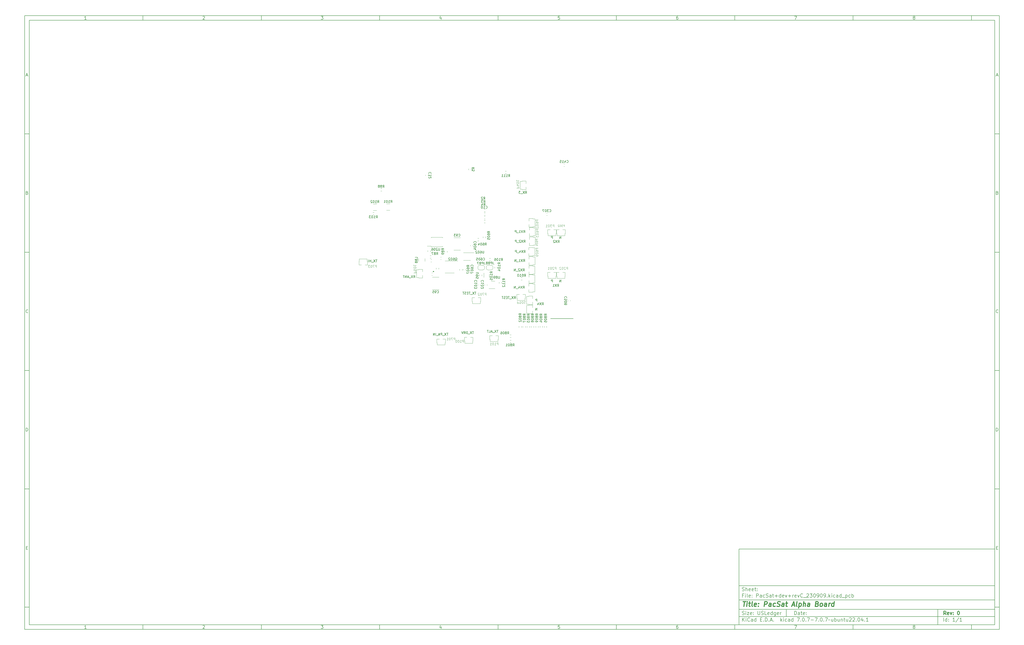
<source format=gbr>
%TF.GenerationSoftware,KiCad,Pcbnew,7.0.7-7.0.7~ubuntu22.04.1*%
%TF.CreationDate,2023-09-14T09:00:47-05:00*%
%TF.ProjectId,PacSat+dev+revC_230909,50616353-6174-42b6-9465-762b72657643,0*%
%TF.SameCoordinates,Original*%
%TF.FileFunction,Legend,Bot*%
%TF.FilePolarity,Positive*%
%FSLAX46Y46*%
G04 Gerber Fmt 4.6, Leading zero omitted, Abs format (unit mm)*
G04 Created by KiCad (PCBNEW 7.0.7-7.0.7~ubuntu22.04.1) date 2023-09-14 09:00:47*
%MOMM*%
%LPD*%
G01*
G04 APERTURE LIST*
%ADD10C,0.100000*%
%ADD11C,0.150000*%
%ADD12C,0.300000*%
%ADD13C,0.400000*%
%ADD14C,0.200000*%
%ADD15C,0.101600*%
%ADD16C,0.120000*%
G04 APERTURE END LIST*
D10*
D11*
X311800000Y-235400000D02*
X419800000Y-235400000D01*
X419800000Y-267400000D01*
X311800000Y-267400000D01*
X311800000Y-235400000D01*
D10*
D11*
X10000000Y-10000000D02*
X421800000Y-10000000D01*
X421800000Y-269400000D01*
X10000000Y-269400000D01*
X10000000Y-10000000D01*
D10*
D11*
X12000000Y-12000000D02*
X419800000Y-12000000D01*
X419800000Y-267400000D01*
X12000000Y-267400000D01*
X12000000Y-12000000D01*
D10*
D11*
X60000000Y-12000000D02*
X60000000Y-10000000D01*
D10*
D11*
X110000000Y-12000000D02*
X110000000Y-10000000D01*
D10*
D11*
X160000000Y-12000000D02*
X160000000Y-10000000D01*
D10*
D11*
X210000000Y-12000000D02*
X210000000Y-10000000D01*
D10*
D11*
X260000000Y-12000000D02*
X260000000Y-10000000D01*
D10*
D11*
X310000000Y-12000000D02*
X310000000Y-10000000D01*
D10*
D11*
X360000000Y-12000000D02*
X360000000Y-10000000D01*
D10*
D11*
X410000000Y-12000000D02*
X410000000Y-10000000D01*
D10*
D11*
X36089160Y-11593604D02*
X35346303Y-11593604D01*
X35717731Y-11593604D02*
X35717731Y-10293604D01*
X35717731Y-10293604D02*
X35593922Y-10479319D01*
X35593922Y-10479319D02*
X35470112Y-10603128D01*
X35470112Y-10603128D02*
X35346303Y-10665033D01*
D10*
D11*
X85346303Y-10417414D02*
X85408207Y-10355509D01*
X85408207Y-10355509D02*
X85532017Y-10293604D01*
X85532017Y-10293604D02*
X85841541Y-10293604D01*
X85841541Y-10293604D02*
X85965350Y-10355509D01*
X85965350Y-10355509D02*
X86027255Y-10417414D01*
X86027255Y-10417414D02*
X86089160Y-10541223D01*
X86089160Y-10541223D02*
X86089160Y-10665033D01*
X86089160Y-10665033D02*
X86027255Y-10850747D01*
X86027255Y-10850747D02*
X85284398Y-11593604D01*
X85284398Y-11593604D02*
X86089160Y-11593604D01*
D10*
D11*
X135284398Y-10293604D02*
X136089160Y-10293604D01*
X136089160Y-10293604D02*
X135655826Y-10788842D01*
X135655826Y-10788842D02*
X135841541Y-10788842D01*
X135841541Y-10788842D02*
X135965350Y-10850747D01*
X135965350Y-10850747D02*
X136027255Y-10912652D01*
X136027255Y-10912652D02*
X136089160Y-11036461D01*
X136089160Y-11036461D02*
X136089160Y-11345985D01*
X136089160Y-11345985D02*
X136027255Y-11469795D01*
X136027255Y-11469795D02*
X135965350Y-11531700D01*
X135965350Y-11531700D02*
X135841541Y-11593604D01*
X135841541Y-11593604D02*
X135470112Y-11593604D01*
X135470112Y-11593604D02*
X135346303Y-11531700D01*
X135346303Y-11531700D02*
X135284398Y-11469795D01*
D10*
D11*
X185965350Y-10726938D02*
X185965350Y-11593604D01*
X185655826Y-10231700D02*
X185346303Y-11160271D01*
X185346303Y-11160271D02*
X186151064Y-11160271D01*
D10*
D11*
X236027255Y-10293604D02*
X235408207Y-10293604D01*
X235408207Y-10293604D02*
X235346303Y-10912652D01*
X235346303Y-10912652D02*
X235408207Y-10850747D01*
X235408207Y-10850747D02*
X235532017Y-10788842D01*
X235532017Y-10788842D02*
X235841541Y-10788842D01*
X235841541Y-10788842D02*
X235965350Y-10850747D01*
X235965350Y-10850747D02*
X236027255Y-10912652D01*
X236027255Y-10912652D02*
X236089160Y-11036461D01*
X236089160Y-11036461D02*
X236089160Y-11345985D01*
X236089160Y-11345985D02*
X236027255Y-11469795D01*
X236027255Y-11469795D02*
X235965350Y-11531700D01*
X235965350Y-11531700D02*
X235841541Y-11593604D01*
X235841541Y-11593604D02*
X235532017Y-11593604D01*
X235532017Y-11593604D02*
X235408207Y-11531700D01*
X235408207Y-11531700D02*
X235346303Y-11469795D01*
D10*
D11*
X285965350Y-10293604D02*
X285717731Y-10293604D01*
X285717731Y-10293604D02*
X285593922Y-10355509D01*
X285593922Y-10355509D02*
X285532017Y-10417414D01*
X285532017Y-10417414D02*
X285408207Y-10603128D01*
X285408207Y-10603128D02*
X285346303Y-10850747D01*
X285346303Y-10850747D02*
X285346303Y-11345985D01*
X285346303Y-11345985D02*
X285408207Y-11469795D01*
X285408207Y-11469795D02*
X285470112Y-11531700D01*
X285470112Y-11531700D02*
X285593922Y-11593604D01*
X285593922Y-11593604D02*
X285841541Y-11593604D01*
X285841541Y-11593604D02*
X285965350Y-11531700D01*
X285965350Y-11531700D02*
X286027255Y-11469795D01*
X286027255Y-11469795D02*
X286089160Y-11345985D01*
X286089160Y-11345985D02*
X286089160Y-11036461D01*
X286089160Y-11036461D02*
X286027255Y-10912652D01*
X286027255Y-10912652D02*
X285965350Y-10850747D01*
X285965350Y-10850747D02*
X285841541Y-10788842D01*
X285841541Y-10788842D02*
X285593922Y-10788842D01*
X285593922Y-10788842D02*
X285470112Y-10850747D01*
X285470112Y-10850747D02*
X285408207Y-10912652D01*
X285408207Y-10912652D02*
X285346303Y-11036461D01*
D10*
D11*
X335284398Y-10293604D02*
X336151064Y-10293604D01*
X336151064Y-10293604D02*
X335593922Y-11593604D01*
D10*
D11*
X385593922Y-10850747D02*
X385470112Y-10788842D01*
X385470112Y-10788842D02*
X385408207Y-10726938D01*
X385408207Y-10726938D02*
X385346303Y-10603128D01*
X385346303Y-10603128D02*
X385346303Y-10541223D01*
X385346303Y-10541223D02*
X385408207Y-10417414D01*
X385408207Y-10417414D02*
X385470112Y-10355509D01*
X385470112Y-10355509D02*
X385593922Y-10293604D01*
X385593922Y-10293604D02*
X385841541Y-10293604D01*
X385841541Y-10293604D02*
X385965350Y-10355509D01*
X385965350Y-10355509D02*
X386027255Y-10417414D01*
X386027255Y-10417414D02*
X386089160Y-10541223D01*
X386089160Y-10541223D02*
X386089160Y-10603128D01*
X386089160Y-10603128D02*
X386027255Y-10726938D01*
X386027255Y-10726938D02*
X385965350Y-10788842D01*
X385965350Y-10788842D02*
X385841541Y-10850747D01*
X385841541Y-10850747D02*
X385593922Y-10850747D01*
X385593922Y-10850747D02*
X385470112Y-10912652D01*
X385470112Y-10912652D02*
X385408207Y-10974557D01*
X385408207Y-10974557D02*
X385346303Y-11098366D01*
X385346303Y-11098366D02*
X385346303Y-11345985D01*
X385346303Y-11345985D02*
X385408207Y-11469795D01*
X385408207Y-11469795D02*
X385470112Y-11531700D01*
X385470112Y-11531700D02*
X385593922Y-11593604D01*
X385593922Y-11593604D02*
X385841541Y-11593604D01*
X385841541Y-11593604D02*
X385965350Y-11531700D01*
X385965350Y-11531700D02*
X386027255Y-11469795D01*
X386027255Y-11469795D02*
X386089160Y-11345985D01*
X386089160Y-11345985D02*
X386089160Y-11098366D01*
X386089160Y-11098366D02*
X386027255Y-10974557D01*
X386027255Y-10974557D02*
X385965350Y-10912652D01*
X385965350Y-10912652D02*
X385841541Y-10850747D01*
D10*
D11*
X60000000Y-267400000D02*
X60000000Y-269400000D01*
D10*
D11*
X110000000Y-267400000D02*
X110000000Y-269400000D01*
D10*
D11*
X160000000Y-267400000D02*
X160000000Y-269400000D01*
D10*
D11*
X210000000Y-267400000D02*
X210000000Y-269400000D01*
D10*
D11*
X260000000Y-267400000D02*
X260000000Y-269400000D01*
D10*
D11*
X310000000Y-267400000D02*
X310000000Y-269400000D01*
D10*
D11*
X360000000Y-267400000D02*
X360000000Y-269400000D01*
D10*
D11*
X410000000Y-267400000D02*
X410000000Y-269400000D01*
D10*
D11*
X36089160Y-268993604D02*
X35346303Y-268993604D01*
X35717731Y-268993604D02*
X35717731Y-267693604D01*
X35717731Y-267693604D02*
X35593922Y-267879319D01*
X35593922Y-267879319D02*
X35470112Y-268003128D01*
X35470112Y-268003128D02*
X35346303Y-268065033D01*
D10*
D11*
X85346303Y-267817414D02*
X85408207Y-267755509D01*
X85408207Y-267755509D02*
X85532017Y-267693604D01*
X85532017Y-267693604D02*
X85841541Y-267693604D01*
X85841541Y-267693604D02*
X85965350Y-267755509D01*
X85965350Y-267755509D02*
X86027255Y-267817414D01*
X86027255Y-267817414D02*
X86089160Y-267941223D01*
X86089160Y-267941223D02*
X86089160Y-268065033D01*
X86089160Y-268065033D02*
X86027255Y-268250747D01*
X86027255Y-268250747D02*
X85284398Y-268993604D01*
X85284398Y-268993604D02*
X86089160Y-268993604D01*
D10*
D11*
X135284398Y-267693604D02*
X136089160Y-267693604D01*
X136089160Y-267693604D02*
X135655826Y-268188842D01*
X135655826Y-268188842D02*
X135841541Y-268188842D01*
X135841541Y-268188842D02*
X135965350Y-268250747D01*
X135965350Y-268250747D02*
X136027255Y-268312652D01*
X136027255Y-268312652D02*
X136089160Y-268436461D01*
X136089160Y-268436461D02*
X136089160Y-268745985D01*
X136089160Y-268745985D02*
X136027255Y-268869795D01*
X136027255Y-268869795D02*
X135965350Y-268931700D01*
X135965350Y-268931700D02*
X135841541Y-268993604D01*
X135841541Y-268993604D02*
X135470112Y-268993604D01*
X135470112Y-268993604D02*
X135346303Y-268931700D01*
X135346303Y-268931700D02*
X135284398Y-268869795D01*
D10*
D11*
X185965350Y-268126938D02*
X185965350Y-268993604D01*
X185655826Y-267631700D02*
X185346303Y-268560271D01*
X185346303Y-268560271D02*
X186151064Y-268560271D01*
D10*
D11*
X236027255Y-267693604D02*
X235408207Y-267693604D01*
X235408207Y-267693604D02*
X235346303Y-268312652D01*
X235346303Y-268312652D02*
X235408207Y-268250747D01*
X235408207Y-268250747D02*
X235532017Y-268188842D01*
X235532017Y-268188842D02*
X235841541Y-268188842D01*
X235841541Y-268188842D02*
X235965350Y-268250747D01*
X235965350Y-268250747D02*
X236027255Y-268312652D01*
X236027255Y-268312652D02*
X236089160Y-268436461D01*
X236089160Y-268436461D02*
X236089160Y-268745985D01*
X236089160Y-268745985D02*
X236027255Y-268869795D01*
X236027255Y-268869795D02*
X235965350Y-268931700D01*
X235965350Y-268931700D02*
X235841541Y-268993604D01*
X235841541Y-268993604D02*
X235532017Y-268993604D01*
X235532017Y-268993604D02*
X235408207Y-268931700D01*
X235408207Y-268931700D02*
X235346303Y-268869795D01*
D10*
D11*
X285965350Y-267693604D02*
X285717731Y-267693604D01*
X285717731Y-267693604D02*
X285593922Y-267755509D01*
X285593922Y-267755509D02*
X285532017Y-267817414D01*
X285532017Y-267817414D02*
X285408207Y-268003128D01*
X285408207Y-268003128D02*
X285346303Y-268250747D01*
X285346303Y-268250747D02*
X285346303Y-268745985D01*
X285346303Y-268745985D02*
X285408207Y-268869795D01*
X285408207Y-268869795D02*
X285470112Y-268931700D01*
X285470112Y-268931700D02*
X285593922Y-268993604D01*
X285593922Y-268993604D02*
X285841541Y-268993604D01*
X285841541Y-268993604D02*
X285965350Y-268931700D01*
X285965350Y-268931700D02*
X286027255Y-268869795D01*
X286027255Y-268869795D02*
X286089160Y-268745985D01*
X286089160Y-268745985D02*
X286089160Y-268436461D01*
X286089160Y-268436461D02*
X286027255Y-268312652D01*
X286027255Y-268312652D02*
X285965350Y-268250747D01*
X285965350Y-268250747D02*
X285841541Y-268188842D01*
X285841541Y-268188842D02*
X285593922Y-268188842D01*
X285593922Y-268188842D02*
X285470112Y-268250747D01*
X285470112Y-268250747D02*
X285408207Y-268312652D01*
X285408207Y-268312652D02*
X285346303Y-268436461D01*
D10*
D11*
X335284398Y-267693604D02*
X336151064Y-267693604D01*
X336151064Y-267693604D02*
X335593922Y-268993604D01*
D10*
D11*
X385593922Y-268250747D02*
X385470112Y-268188842D01*
X385470112Y-268188842D02*
X385408207Y-268126938D01*
X385408207Y-268126938D02*
X385346303Y-268003128D01*
X385346303Y-268003128D02*
X385346303Y-267941223D01*
X385346303Y-267941223D02*
X385408207Y-267817414D01*
X385408207Y-267817414D02*
X385470112Y-267755509D01*
X385470112Y-267755509D02*
X385593922Y-267693604D01*
X385593922Y-267693604D02*
X385841541Y-267693604D01*
X385841541Y-267693604D02*
X385965350Y-267755509D01*
X385965350Y-267755509D02*
X386027255Y-267817414D01*
X386027255Y-267817414D02*
X386089160Y-267941223D01*
X386089160Y-267941223D02*
X386089160Y-268003128D01*
X386089160Y-268003128D02*
X386027255Y-268126938D01*
X386027255Y-268126938D02*
X385965350Y-268188842D01*
X385965350Y-268188842D02*
X385841541Y-268250747D01*
X385841541Y-268250747D02*
X385593922Y-268250747D01*
X385593922Y-268250747D02*
X385470112Y-268312652D01*
X385470112Y-268312652D02*
X385408207Y-268374557D01*
X385408207Y-268374557D02*
X385346303Y-268498366D01*
X385346303Y-268498366D02*
X385346303Y-268745985D01*
X385346303Y-268745985D02*
X385408207Y-268869795D01*
X385408207Y-268869795D02*
X385470112Y-268931700D01*
X385470112Y-268931700D02*
X385593922Y-268993604D01*
X385593922Y-268993604D02*
X385841541Y-268993604D01*
X385841541Y-268993604D02*
X385965350Y-268931700D01*
X385965350Y-268931700D02*
X386027255Y-268869795D01*
X386027255Y-268869795D02*
X386089160Y-268745985D01*
X386089160Y-268745985D02*
X386089160Y-268498366D01*
X386089160Y-268498366D02*
X386027255Y-268374557D01*
X386027255Y-268374557D02*
X385965350Y-268312652D01*
X385965350Y-268312652D02*
X385841541Y-268250747D01*
D10*
D11*
X10000000Y-60000000D02*
X12000000Y-60000000D01*
D10*
D11*
X10000000Y-110000000D02*
X12000000Y-110000000D01*
D10*
D11*
X10000000Y-160000000D02*
X12000000Y-160000000D01*
D10*
D11*
X10000000Y-210000000D02*
X12000000Y-210000000D01*
D10*
D11*
X10000000Y-260000000D02*
X12000000Y-260000000D01*
D10*
D11*
X10690476Y-35222176D02*
X11309523Y-35222176D01*
X10566666Y-35593604D02*
X10999999Y-34293604D01*
X10999999Y-34293604D02*
X11433333Y-35593604D01*
D10*
D11*
X11092857Y-84912652D02*
X11278571Y-84974557D01*
X11278571Y-84974557D02*
X11340476Y-85036461D01*
X11340476Y-85036461D02*
X11402380Y-85160271D01*
X11402380Y-85160271D02*
X11402380Y-85345985D01*
X11402380Y-85345985D02*
X11340476Y-85469795D01*
X11340476Y-85469795D02*
X11278571Y-85531700D01*
X11278571Y-85531700D02*
X11154761Y-85593604D01*
X11154761Y-85593604D02*
X10659523Y-85593604D01*
X10659523Y-85593604D02*
X10659523Y-84293604D01*
X10659523Y-84293604D02*
X11092857Y-84293604D01*
X11092857Y-84293604D02*
X11216666Y-84355509D01*
X11216666Y-84355509D02*
X11278571Y-84417414D01*
X11278571Y-84417414D02*
X11340476Y-84541223D01*
X11340476Y-84541223D02*
X11340476Y-84665033D01*
X11340476Y-84665033D02*
X11278571Y-84788842D01*
X11278571Y-84788842D02*
X11216666Y-84850747D01*
X11216666Y-84850747D02*
X11092857Y-84912652D01*
X11092857Y-84912652D02*
X10659523Y-84912652D01*
D10*
D11*
X11402380Y-135469795D02*
X11340476Y-135531700D01*
X11340476Y-135531700D02*
X11154761Y-135593604D01*
X11154761Y-135593604D02*
X11030952Y-135593604D01*
X11030952Y-135593604D02*
X10845238Y-135531700D01*
X10845238Y-135531700D02*
X10721428Y-135407890D01*
X10721428Y-135407890D02*
X10659523Y-135284080D01*
X10659523Y-135284080D02*
X10597619Y-135036461D01*
X10597619Y-135036461D02*
X10597619Y-134850747D01*
X10597619Y-134850747D02*
X10659523Y-134603128D01*
X10659523Y-134603128D02*
X10721428Y-134479319D01*
X10721428Y-134479319D02*
X10845238Y-134355509D01*
X10845238Y-134355509D02*
X11030952Y-134293604D01*
X11030952Y-134293604D02*
X11154761Y-134293604D01*
X11154761Y-134293604D02*
X11340476Y-134355509D01*
X11340476Y-134355509D02*
X11402380Y-134417414D01*
D10*
D11*
X10659523Y-185593604D02*
X10659523Y-184293604D01*
X10659523Y-184293604D02*
X10969047Y-184293604D01*
X10969047Y-184293604D02*
X11154761Y-184355509D01*
X11154761Y-184355509D02*
X11278571Y-184479319D01*
X11278571Y-184479319D02*
X11340476Y-184603128D01*
X11340476Y-184603128D02*
X11402380Y-184850747D01*
X11402380Y-184850747D02*
X11402380Y-185036461D01*
X11402380Y-185036461D02*
X11340476Y-185284080D01*
X11340476Y-185284080D02*
X11278571Y-185407890D01*
X11278571Y-185407890D02*
X11154761Y-185531700D01*
X11154761Y-185531700D02*
X10969047Y-185593604D01*
X10969047Y-185593604D02*
X10659523Y-185593604D01*
D10*
D11*
X10721428Y-234912652D02*
X11154762Y-234912652D01*
X11340476Y-235593604D02*
X10721428Y-235593604D01*
X10721428Y-235593604D02*
X10721428Y-234293604D01*
X10721428Y-234293604D02*
X11340476Y-234293604D01*
D10*
D11*
X421800000Y-60000000D02*
X419800000Y-60000000D01*
D10*
D11*
X421800000Y-110000000D02*
X419800000Y-110000000D01*
D10*
D11*
X421800000Y-160000000D02*
X419800000Y-160000000D01*
D10*
D11*
X421800000Y-210000000D02*
X419800000Y-210000000D01*
D10*
D11*
X421800000Y-260000000D02*
X419800000Y-260000000D01*
D10*
D11*
X420490476Y-35222176D02*
X421109523Y-35222176D01*
X420366666Y-35593604D02*
X420799999Y-34293604D01*
X420799999Y-34293604D02*
X421233333Y-35593604D01*
D10*
D11*
X420892857Y-84912652D02*
X421078571Y-84974557D01*
X421078571Y-84974557D02*
X421140476Y-85036461D01*
X421140476Y-85036461D02*
X421202380Y-85160271D01*
X421202380Y-85160271D02*
X421202380Y-85345985D01*
X421202380Y-85345985D02*
X421140476Y-85469795D01*
X421140476Y-85469795D02*
X421078571Y-85531700D01*
X421078571Y-85531700D02*
X420954761Y-85593604D01*
X420954761Y-85593604D02*
X420459523Y-85593604D01*
X420459523Y-85593604D02*
X420459523Y-84293604D01*
X420459523Y-84293604D02*
X420892857Y-84293604D01*
X420892857Y-84293604D02*
X421016666Y-84355509D01*
X421016666Y-84355509D02*
X421078571Y-84417414D01*
X421078571Y-84417414D02*
X421140476Y-84541223D01*
X421140476Y-84541223D02*
X421140476Y-84665033D01*
X421140476Y-84665033D02*
X421078571Y-84788842D01*
X421078571Y-84788842D02*
X421016666Y-84850747D01*
X421016666Y-84850747D02*
X420892857Y-84912652D01*
X420892857Y-84912652D02*
X420459523Y-84912652D01*
D10*
D11*
X421202380Y-135469795D02*
X421140476Y-135531700D01*
X421140476Y-135531700D02*
X420954761Y-135593604D01*
X420954761Y-135593604D02*
X420830952Y-135593604D01*
X420830952Y-135593604D02*
X420645238Y-135531700D01*
X420645238Y-135531700D02*
X420521428Y-135407890D01*
X420521428Y-135407890D02*
X420459523Y-135284080D01*
X420459523Y-135284080D02*
X420397619Y-135036461D01*
X420397619Y-135036461D02*
X420397619Y-134850747D01*
X420397619Y-134850747D02*
X420459523Y-134603128D01*
X420459523Y-134603128D02*
X420521428Y-134479319D01*
X420521428Y-134479319D02*
X420645238Y-134355509D01*
X420645238Y-134355509D02*
X420830952Y-134293604D01*
X420830952Y-134293604D02*
X420954761Y-134293604D01*
X420954761Y-134293604D02*
X421140476Y-134355509D01*
X421140476Y-134355509D02*
X421202380Y-134417414D01*
D10*
D11*
X420459523Y-185593604D02*
X420459523Y-184293604D01*
X420459523Y-184293604D02*
X420769047Y-184293604D01*
X420769047Y-184293604D02*
X420954761Y-184355509D01*
X420954761Y-184355509D02*
X421078571Y-184479319D01*
X421078571Y-184479319D02*
X421140476Y-184603128D01*
X421140476Y-184603128D02*
X421202380Y-184850747D01*
X421202380Y-184850747D02*
X421202380Y-185036461D01*
X421202380Y-185036461D02*
X421140476Y-185284080D01*
X421140476Y-185284080D02*
X421078571Y-185407890D01*
X421078571Y-185407890D02*
X420954761Y-185531700D01*
X420954761Y-185531700D02*
X420769047Y-185593604D01*
X420769047Y-185593604D02*
X420459523Y-185593604D01*
D10*
D11*
X420521428Y-234912652D02*
X420954762Y-234912652D01*
X421140476Y-235593604D02*
X420521428Y-235593604D01*
X420521428Y-235593604D02*
X420521428Y-234293604D01*
X420521428Y-234293604D02*
X421140476Y-234293604D01*
D10*
D11*
X335255826Y-263186128D02*
X335255826Y-261686128D01*
X335255826Y-261686128D02*
X335612969Y-261686128D01*
X335612969Y-261686128D02*
X335827255Y-261757557D01*
X335827255Y-261757557D02*
X335970112Y-261900414D01*
X335970112Y-261900414D02*
X336041541Y-262043271D01*
X336041541Y-262043271D02*
X336112969Y-262328985D01*
X336112969Y-262328985D02*
X336112969Y-262543271D01*
X336112969Y-262543271D02*
X336041541Y-262828985D01*
X336041541Y-262828985D02*
X335970112Y-262971842D01*
X335970112Y-262971842D02*
X335827255Y-263114700D01*
X335827255Y-263114700D02*
X335612969Y-263186128D01*
X335612969Y-263186128D02*
X335255826Y-263186128D01*
X337398684Y-263186128D02*
X337398684Y-262400414D01*
X337398684Y-262400414D02*
X337327255Y-262257557D01*
X337327255Y-262257557D02*
X337184398Y-262186128D01*
X337184398Y-262186128D02*
X336898684Y-262186128D01*
X336898684Y-262186128D02*
X336755826Y-262257557D01*
X337398684Y-263114700D02*
X337255826Y-263186128D01*
X337255826Y-263186128D02*
X336898684Y-263186128D01*
X336898684Y-263186128D02*
X336755826Y-263114700D01*
X336755826Y-263114700D02*
X336684398Y-262971842D01*
X336684398Y-262971842D02*
X336684398Y-262828985D01*
X336684398Y-262828985D02*
X336755826Y-262686128D01*
X336755826Y-262686128D02*
X336898684Y-262614700D01*
X336898684Y-262614700D02*
X337255826Y-262614700D01*
X337255826Y-262614700D02*
X337398684Y-262543271D01*
X337898684Y-262186128D02*
X338470112Y-262186128D01*
X338112969Y-261686128D02*
X338112969Y-262971842D01*
X338112969Y-262971842D02*
X338184398Y-263114700D01*
X338184398Y-263114700D02*
X338327255Y-263186128D01*
X338327255Y-263186128D02*
X338470112Y-263186128D01*
X339541541Y-263114700D02*
X339398684Y-263186128D01*
X339398684Y-263186128D02*
X339112970Y-263186128D01*
X339112970Y-263186128D02*
X338970112Y-263114700D01*
X338970112Y-263114700D02*
X338898684Y-262971842D01*
X338898684Y-262971842D02*
X338898684Y-262400414D01*
X338898684Y-262400414D02*
X338970112Y-262257557D01*
X338970112Y-262257557D02*
X339112970Y-262186128D01*
X339112970Y-262186128D02*
X339398684Y-262186128D01*
X339398684Y-262186128D02*
X339541541Y-262257557D01*
X339541541Y-262257557D02*
X339612970Y-262400414D01*
X339612970Y-262400414D02*
X339612970Y-262543271D01*
X339612970Y-262543271D02*
X338898684Y-262686128D01*
X340255826Y-263043271D02*
X340327255Y-263114700D01*
X340327255Y-263114700D02*
X340255826Y-263186128D01*
X340255826Y-263186128D02*
X340184398Y-263114700D01*
X340184398Y-263114700D02*
X340255826Y-263043271D01*
X340255826Y-263043271D02*
X340255826Y-263186128D01*
X340255826Y-262257557D02*
X340327255Y-262328985D01*
X340327255Y-262328985D02*
X340255826Y-262400414D01*
X340255826Y-262400414D02*
X340184398Y-262328985D01*
X340184398Y-262328985D02*
X340255826Y-262257557D01*
X340255826Y-262257557D02*
X340255826Y-262400414D01*
D10*
D11*
X311800000Y-263900000D02*
X419800000Y-263900000D01*
D10*
D11*
X313255826Y-265986128D02*
X313255826Y-264486128D01*
X314112969Y-265986128D02*
X313470112Y-265128985D01*
X314112969Y-264486128D02*
X313255826Y-265343271D01*
X314755826Y-265986128D02*
X314755826Y-264986128D01*
X314755826Y-264486128D02*
X314684398Y-264557557D01*
X314684398Y-264557557D02*
X314755826Y-264628985D01*
X314755826Y-264628985D02*
X314827255Y-264557557D01*
X314827255Y-264557557D02*
X314755826Y-264486128D01*
X314755826Y-264486128D02*
X314755826Y-264628985D01*
X316327255Y-265843271D02*
X316255827Y-265914700D01*
X316255827Y-265914700D02*
X316041541Y-265986128D01*
X316041541Y-265986128D02*
X315898684Y-265986128D01*
X315898684Y-265986128D02*
X315684398Y-265914700D01*
X315684398Y-265914700D02*
X315541541Y-265771842D01*
X315541541Y-265771842D02*
X315470112Y-265628985D01*
X315470112Y-265628985D02*
X315398684Y-265343271D01*
X315398684Y-265343271D02*
X315398684Y-265128985D01*
X315398684Y-265128985D02*
X315470112Y-264843271D01*
X315470112Y-264843271D02*
X315541541Y-264700414D01*
X315541541Y-264700414D02*
X315684398Y-264557557D01*
X315684398Y-264557557D02*
X315898684Y-264486128D01*
X315898684Y-264486128D02*
X316041541Y-264486128D01*
X316041541Y-264486128D02*
X316255827Y-264557557D01*
X316255827Y-264557557D02*
X316327255Y-264628985D01*
X317612970Y-265986128D02*
X317612970Y-265200414D01*
X317612970Y-265200414D02*
X317541541Y-265057557D01*
X317541541Y-265057557D02*
X317398684Y-264986128D01*
X317398684Y-264986128D02*
X317112970Y-264986128D01*
X317112970Y-264986128D02*
X316970112Y-265057557D01*
X317612970Y-265914700D02*
X317470112Y-265986128D01*
X317470112Y-265986128D02*
X317112970Y-265986128D01*
X317112970Y-265986128D02*
X316970112Y-265914700D01*
X316970112Y-265914700D02*
X316898684Y-265771842D01*
X316898684Y-265771842D02*
X316898684Y-265628985D01*
X316898684Y-265628985D02*
X316970112Y-265486128D01*
X316970112Y-265486128D02*
X317112970Y-265414700D01*
X317112970Y-265414700D02*
X317470112Y-265414700D01*
X317470112Y-265414700D02*
X317612970Y-265343271D01*
X318970113Y-265986128D02*
X318970113Y-264486128D01*
X318970113Y-265914700D02*
X318827255Y-265986128D01*
X318827255Y-265986128D02*
X318541541Y-265986128D01*
X318541541Y-265986128D02*
X318398684Y-265914700D01*
X318398684Y-265914700D02*
X318327255Y-265843271D01*
X318327255Y-265843271D02*
X318255827Y-265700414D01*
X318255827Y-265700414D02*
X318255827Y-265271842D01*
X318255827Y-265271842D02*
X318327255Y-265128985D01*
X318327255Y-265128985D02*
X318398684Y-265057557D01*
X318398684Y-265057557D02*
X318541541Y-264986128D01*
X318541541Y-264986128D02*
X318827255Y-264986128D01*
X318827255Y-264986128D02*
X318970113Y-265057557D01*
X320827255Y-265200414D02*
X321327255Y-265200414D01*
X321541541Y-265986128D02*
X320827255Y-265986128D01*
X320827255Y-265986128D02*
X320827255Y-264486128D01*
X320827255Y-264486128D02*
X321541541Y-264486128D01*
X322184398Y-265843271D02*
X322255827Y-265914700D01*
X322255827Y-265914700D02*
X322184398Y-265986128D01*
X322184398Y-265986128D02*
X322112970Y-265914700D01*
X322112970Y-265914700D02*
X322184398Y-265843271D01*
X322184398Y-265843271D02*
X322184398Y-265986128D01*
X322898684Y-265986128D02*
X322898684Y-264486128D01*
X322898684Y-264486128D02*
X323255827Y-264486128D01*
X323255827Y-264486128D02*
X323470113Y-264557557D01*
X323470113Y-264557557D02*
X323612970Y-264700414D01*
X323612970Y-264700414D02*
X323684399Y-264843271D01*
X323684399Y-264843271D02*
X323755827Y-265128985D01*
X323755827Y-265128985D02*
X323755827Y-265343271D01*
X323755827Y-265343271D02*
X323684399Y-265628985D01*
X323684399Y-265628985D02*
X323612970Y-265771842D01*
X323612970Y-265771842D02*
X323470113Y-265914700D01*
X323470113Y-265914700D02*
X323255827Y-265986128D01*
X323255827Y-265986128D02*
X322898684Y-265986128D01*
X324398684Y-265843271D02*
X324470113Y-265914700D01*
X324470113Y-265914700D02*
X324398684Y-265986128D01*
X324398684Y-265986128D02*
X324327256Y-265914700D01*
X324327256Y-265914700D02*
X324398684Y-265843271D01*
X324398684Y-265843271D02*
X324398684Y-265986128D01*
X325041542Y-265557557D02*
X325755828Y-265557557D01*
X324898685Y-265986128D02*
X325398685Y-264486128D01*
X325398685Y-264486128D02*
X325898685Y-265986128D01*
X326398684Y-265843271D02*
X326470113Y-265914700D01*
X326470113Y-265914700D02*
X326398684Y-265986128D01*
X326398684Y-265986128D02*
X326327256Y-265914700D01*
X326327256Y-265914700D02*
X326398684Y-265843271D01*
X326398684Y-265843271D02*
X326398684Y-265986128D01*
X329398684Y-265986128D02*
X329398684Y-264486128D01*
X329541542Y-265414700D02*
X329970113Y-265986128D01*
X329970113Y-264986128D02*
X329398684Y-265557557D01*
X330612970Y-265986128D02*
X330612970Y-264986128D01*
X330612970Y-264486128D02*
X330541542Y-264557557D01*
X330541542Y-264557557D02*
X330612970Y-264628985D01*
X330612970Y-264628985D02*
X330684399Y-264557557D01*
X330684399Y-264557557D02*
X330612970Y-264486128D01*
X330612970Y-264486128D02*
X330612970Y-264628985D01*
X331970114Y-265914700D02*
X331827256Y-265986128D01*
X331827256Y-265986128D02*
X331541542Y-265986128D01*
X331541542Y-265986128D02*
X331398685Y-265914700D01*
X331398685Y-265914700D02*
X331327256Y-265843271D01*
X331327256Y-265843271D02*
X331255828Y-265700414D01*
X331255828Y-265700414D02*
X331255828Y-265271842D01*
X331255828Y-265271842D02*
X331327256Y-265128985D01*
X331327256Y-265128985D02*
X331398685Y-265057557D01*
X331398685Y-265057557D02*
X331541542Y-264986128D01*
X331541542Y-264986128D02*
X331827256Y-264986128D01*
X331827256Y-264986128D02*
X331970114Y-265057557D01*
X333255828Y-265986128D02*
X333255828Y-265200414D01*
X333255828Y-265200414D02*
X333184399Y-265057557D01*
X333184399Y-265057557D02*
X333041542Y-264986128D01*
X333041542Y-264986128D02*
X332755828Y-264986128D01*
X332755828Y-264986128D02*
X332612970Y-265057557D01*
X333255828Y-265914700D02*
X333112970Y-265986128D01*
X333112970Y-265986128D02*
X332755828Y-265986128D01*
X332755828Y-265986128D02*
X332612970Y-265914700D01*
X332612970Y-265914700D02*
X332541542Y-265771842D01*
X332541542Y-265771842D02*
X332541542Y-265628985D01*
X332541542Y-265628985D02*
X332612970Y-265486128D01*
X332612970Y-265486128D02*
X332755828Y-265414700D01*
X332755828Y-265414700D02*
X333112970Y-265414700D01*
X333112970Y-265414700D02*
X333255828Y-265343271D01*
X334612971Y-265986128D02*
X334612971Y-264486128D01*
X334612971Y-265914700D02*
X334470113Y-265986128D01*
X334470113Y-265986128D02*
X334184399Y-265986128D01*
X334184399Y-265986128D02*
X334041542Y-265914700D01*
X334041542Y-265914700D02*
X333970113Y-265843271D01*
X333970113Y-265843271D02*
X333898685Y-265700414D01*
X333898685Y-265700414D02*
X333898685Y-265271842D01*
X333898685Y-265271842D02*
X333970113Y-265128985D01*
X333970113Y-265128985D02*
X334041542Y-265057557D01*
X334041542Y-265057557D02*
X334184399Y-264986128D01*
X334184399Y-264986128D02*
X334470113Y-264986128D01*
X334470113Y-264986128D02*
X334612971Y-265057557D01*
X336327256Y-264486128D02*
X337327256Y-264486128D01*
X337327256Y-264486128D02*
X336684399Y-265986128D01*
X337898684Y-265843271D02*
X337970113Y-265914700D01*
X337970113Y-265914700D02*
X337898684Y-265986128D01*
X337898684Y-265986128D02*
X337827256Y-265914700D01*
X337827256Y-265914700D02*
X337898684Y-265843271D01*
X337898684Y-265843271D02*
X337898684Y-265986128D01*
X338898685Y-264486128D02*
X339041542Y-264486128D01*
X339041542Y-264486128D02*
X339184399Y-264557557D01*
X339184399Y-264557557D02*
X339255828Y-264628985D01*
X339255828Y-264628985D02*
X339327256Y-264771842D01*
X339327256Y-264771842D02*
X339398685Y-265057557D01*
X339398685Y-265057557D02*
X339398685Y-265414700D01*
X339398685Y-265414700D02*
X339327256Y-265700414D01*
X339327256Y-265700414D02*
X339255828Y-265843271D01*
X339255828Y-265843271D02*
X339184399Y-265914700D01*
X339184399Y-265914700D02*
X339041542Y-265986128D01*
X339041542Y-265986128D02*
X338898685Y-265986128D01*
X338898685Y-265986128D02*
X338755828Y-265914700D01*
X338755828Y-265914700D02*
X338684399Y-265843271D01*
X338684399Y-265843271D02*
X338612970Y-265700414D01*
X338612970Y-265700414D02*
X338541542Y-265414700D01*
X338541542Y-265414700D02*
X338541542Y-265057557D01*
X338541542Y-265057557D02*
X338612970Y-264771842D01*
X338612970Y-264771842D02*
X338684399Y-264628985D01*
X338684399Y-264628985D02*
X338755828Y-264557557D01*
X338755828Y-264557557D02*
X338898685Y-264486128D01*
X340041541Y-265843271D02*
X340112970Y-265914700D01*
X340112970Y-265914700D02*
X340041541Y-265986128D01*
X340041541Y-265986128D02*
X339970113Y-265914700D01*
X339970113Y-265914700D02*
X340041541Y-265843271D01*
X340041541Y-265843271D02*
X340041541Y-265986128D01*
X340612970Y-264486128D02*
X341612970Y-264486128D01*
X341612970Y-264486128D02*
X340970113Y-265986128D01*
X342184398Y-265414700D02*
X343327256Y-265414700D01*
X343898684Y-264486128D02*
X344898684Y-264486128D01*
X344898684Y-264486128D02*
X344255827Y-265986128D01*
X345470112Y-265843271D02*
X345541541Y-265914700D01*
X345541541Y-265914700D02*
X345470112Y-265986128D01*
X345470112Y-265986128D02*
X345398684Y-265914700D01*
X345398684Y-265914700D02*
X345470112Y-265843271D01*
X345470112Y-265843271D02*
X345470112Y-265986128D01*
X346470113Y-264486128D02*
X346612970Y-264486128D01*
X346612970Y-264486128D02*
X346755827Y-264557557D01*
X346755827Y-264557557D02*
X346827256Y-264628985D01*
X346827256Y-264628985D02*
X346898684Y-264771842D01*
X346898684Y-264771842D02*
X346970113Y-265057557D01*
X346970113Y-265057557D02*
X346970113Y-265414700D01*
X346970113Y-265414700D02*
X346898684Y-265700414D01*
X346898684Y-265700414D02*
X346827256Y-265843271D01*
X346827256Y-265843271D02*
X346755827Y-265914700D01*
X346755827Y-265914700D02*
X346612970Y-265986128D01*
X346612970Y-265986128D02*
X346470113Y-265986128D01*
X346470113Y-265986128D02*
X346327256Y-265914700D01*
X346327256Y-265914700D02*
X346255827Y-265843271D01*
X346255827Y-265843271D02*
X346184398Y-265700414D01*
X346184398Y-265700414D02*
X346112970Y-265414700D01*
X346112970Y-265414700D02*
X346112970Y-265057557D01*
X346112970Y-265057557D02*
X346184398Y-264771842D01*
X346184398Y-264771842D02*
X346255827Y-264628985D01*
X346255827Y-264628985D02*
X346327256Y-264557557D01*
X346327256Y-264557557D02*
X346470113Y-264486128D01*
X347612969Y-265843271D02*
X347684398Y-265914700D01*
X347684398Y-265914700D02*
X347612969Y-265986128D01*
X347612969Y-265986128D02*
X347541541Y-265914700D01*
X347541541Y-265914700D02*
X347612969Y-265843271D01*
X347612969Y-265843271D02*
X347612969Y-265986128D01*
X348184398Y-264486128D02*
X349184398Y-264486128D01*
X349184398Y-264486128D02*
X348541541Y-265986128D01*
X349541541Y-265414700D02*
X349612969Y-265343271D01*
X349612969Y-265343271D02*
X349755826Y-265271842D01*
X349755826Y-265271842D02*
X350041541Y-265414700D01*
X350041541Y-265414700D02*
X350184398Y-265343271D01*
X350184398Y-265343271D02*
X350255826Y-265271842D01*
X351470113Y-264986128D02*
X351470113Y-265986128D01*
X350827255Y-264986128D02*
X350827255Y-265771842D01*
X350827255Y-265771842D02*
X350898684Y-265914700D01*
X350898684Y-265914700D02*
X351041541Y-265986128D01*
X351041541Y-265986128D02*
X351255827Y-265986128D01*
X351255827Y-265986128D02*
X351398684Y-265914700D01*
X351398684Y-265914700D02*
X351470113Y-265843271D01*
X352184398Y-265986128D02*
X352184398Y-264486128D01*
X352184398Y-265057557D02*
X352327256Y-264986128D01*
X352327256Y-264986128D02*
X352612970Y-264986128D01*
X352612970Y-264986128D02*
X352755827Y-265057557D01*
X352755827Y-265057557D02*
X352827256Y-265128985D01*
X352827256Y-265128985D02*
X352898684Y-265271842D01*
X352898684Y-265271842D02*
X352898684Y-265700414D01*
X352898684Y-265700414D02*
X352827256Y-265843271D01*
X352827256Y-265843271D02*
X352755827Y-265914700D01*
X352755827Y-265914700D02*
X352612970Y-265986128D01*
X352612970Y-265986128D02*
X352327256Y-265986128D01*
X352327256Y-265986128D02*
X352184398Y-265914700D01*
X354184399Y-264986128D02*
X354184399Y-265986128D01*
X353541541Y-264986128D02*
X353541541Y-265771842D01*
X353541541Y-265771842D02*
X353612970Y-265914700D01*
X353612970Y-265914700D02*
X353755827Y-265986128D01*
X353755827Y-265986128D02*
X353970113Y-265986128D01*
X353970113Y-265986128D02*
X354112970Y-265914700D01*
X354112970Y-265914700D02*
X354184399Y-265843271D01*
X354898684Y-264986128D02*
X354898684Y-265986128D01*
X354898684Y-265128985D02*
X354970113Y-265057557D01*
X354970113Y-265057557D02*
X355112970Y-264986128D01*
X355112970Y-264986128D02*
X355327256Y-264986128D01*
X355327256Y-264986128D02*
X355470113Y-265057557D01*
X355470113Y-265057557D02*
X355541542Y-265200414D01*
X355541542Y-265200414D02*
X355541542Y-265986128D01*
X356041542Y-264986128D02*
X356612970Y-264986128D01*
X356255827Y-264486128D02*
X356255827Y-265771842D01*
X356255827Y-265771842D02*
X356327256Y-265914700D01*
X356327256Y-265914700D02*
X356470113Y-265986128D01*
X356470113Y-265986128D02*
X356612970Y-265986128D01*
X357755828Y-264986128D02*
X357755828Y-265986128D01*
X357112970Y-264986128D02*
X357112970Y-265771842D01*
X357112970Y-265771842D02*
X357184399Y-265914700D01*
X357184399Y-265914700D02*
X357327256Y-265986128D01*
X357327256Y-265986128D02*
X357541542Y-265986128D01*
X357541542Y-265986128D02*
X357684399Y-265914700D01*
X357684399Y-265914700D02*
X357755828Y-265843271D01*
X358398685Y-264628985D02*
X358470113Y-264557557D01*
X358470113Y-264557557D02*
X358612971Y-264486128D01*
X358612971Y-264486128D02*
X358970113Y-264486128D01*
X358970113Y-264486128D02*
X359112971Y-264557557D01*
X359112971Y-264557557D02*
X359184399Y-264628985D01*
X359184399Y-264628985D02*
X359255828Y-264771842D01*
X359255828Y-264771842D02*
X359255828Y-264914700D01*
X359255828Y-264914700D02*
X359184399Y-265128985D01*
X359184399Y-265128985D02*
X358327256Y-265986128D01*
X358327256Y-265986128D02*
X359255828Y-265986128D01*
X359827256Y-264628985D02*
X359898684Y-264557557D01*
X359898684Y-264557557D02*
X360041542Y-264486128D01*
X360041542Y-264486128D02*
X360398684Y-264486128D01*
X360398684Y-264486128D02*
X360541542Y-264557557D01*
X360541542Y-264557557D02*
X360612970Y-264628985D01*
X360612970Y-264628985D02*
X360684399Y-264771842D01*
X360684399Y-264771842D02*
X360684399Y-264914700D01*
X360684399Y-264914700D02*
X360612970Y-265128985D01*
X360612970Y-265128985D02*
X359755827Y-265986128D01*
X359755827Y-265986128D02*
X360684399Y-265986128D01*
X361327255Y-265843271D02*
X361398684Y-265914700D01*
X361398684Y-265914700D02*
X361327255Y-265986128D01*
X361327255Y-265986128D02*
X361255827Y-265914700D01*
X361255827Y-265914700D02*
X361327255Y-265843271D01*
X361327255Y-265843271D02*
X361327255Y-265986128D01*
X362327256Y-264486128D02*
X362470113Y-264486128D01*
X362470113Y-264486128D02*
X362612970Y-264557557D01*
X362612970Y-264557557D02*
X362684399Y-264628985D01*
X362684399Y-264628985D02*
X362755827Y-264771842D01*
X362755827Y-264771842D02*
X362827256Y-265057557D01*
X362827256Y-265057557D02*
X362827256Y-265414700D01*
X362827256Y-265414700D02*
X362755827Y-265700414D01*
X362755827Y-265700414D02*
X362684399Y-265843271D01*
X362684399Y-265843271D02*
X362612970Y-265914700D01*
X362612970Y-265914700D02*
X362470113Y-265986128D01*
X362470113Y-265986128D02*
X362327256Y-265986128D01*
X362327256Y-265986128D02*
X362184399Y-265914700D01*
X362184399Y-265914700D02*
X362112970Y-265843271D01*
X362112970Y-265843271D02*
X362041541Y-265700414D01*
X362041541Y-265700414D02*
X361970113Y-265414700D01*
X361970113Y-265414700D02*
X361970113Y-265057557D01*
X361970113Y-265057557D02*
X362041541Y-264771842D01*
X362041541Y-264771842D02*
X362112970Y-264628985D01*
X362112970Y-264628985D02*
X362184399Y-264557557D01*
X362184399Y-264557557D02*
X362327256Y-264486128D01*
X364112970Y-264986128D02*
X364112970Y-265986128D01*
X363755827Y-264414700D02*
X363398684Y-265486128D01*
X363398684Y-265486128D02*
X364327255Y-265486128D01*
X364898683Y-265843271D02*
X364970112Y-265914700D01*
X364970112Y-265914700D02*
X364898683Y-265986128D01*
X364898683Y-265986128D02*
X364827255Y-265914700D01*
X364827255Y-265914700D02*
X364898683Y-265843271D01*
X364898683Y-265843271D02*
X364898683Y-265986128D01*
X366398684Y-265986128D02*
X365541541Y-265986128D01*
X365970112Y-265986128D02*
X365970112Y-264486128D01*
X365970112Y-264486128D02*
X365827255Y-264700414D01*
X365827255Y-264700414D02*
X365684398Y-264843271D01*
X365684398Y-264843271D02*
X365541541Y-264914700D01*
D10*
D11*
X311800000Y-260900000D02*
X419800000Y-260900000D01*
D10*
D12*
X399211653Y-263178328D02*
X398711653Y-262464042D01*
X398354510Y-263178328D02*
X398354510Y-261678328D01*
X398354510Y-261678328D02*
X398925939Y-261678328D01*
X398925939Y-261678328D02*
X399068796Y-261749757D01*
X399068796Y-261749757D02*
X399140225Y-261821185D01*
X399140225Y-261821185D02*
X399211653Y-261964042D01*
X399211653Y-261964042D02*
X399211653Y-262178328D01*
X399211653Y-262178328D02*
X399140225Y-262321185D01*
X399140225Y-262321185D02*
X399068796Y-262392614D01*
X399068796Y-262392614D02*
X398925939Y-262464042D01*
X398925939Y-262464042D02*
X398354510Y-262464042D01*
X400425939Y-263106900D02*
X400283082Y-263178328D01*
X400283082Y-263178328D02*
X399997368Y-263178328D01*
X399997368Y-263178328D02*
X399854510Y-263106900D01*
X399854510Y-263106900D02*
X399783082Y-262964042D01*
X399783082Y-262964042D02*
X399783082Y-262392614D01*
X399783082Y-262392614D02*
X399854510Y-262249757D01*
X399854510Y-262249757D02*
X399997368Y-262178328D01*
X399997368Y-262178328D02*
X400283082Y-262178328D01*
X400283082Y-262178328D02*
X400425939Y-262249757D01*
X400425939Y-262249757D02*
X400497368Y-262392614D01*
X400497368Y-262392614D02*
X400497368Y-262535471D01*
X400497368Y-262535471D02*
X399783082Y-262678328D01*
X400997367Y-262178328D02*
X401354510Y-263178328D01*
X401354510Y-263178328D02*
X401711653Y-262178328D01*
X402283081Y-263035471D02*
X402354510Y-263106900D01*
X402354510Y-263106900D02*
X402283081Y-263178328D01*
X402283081Y-263178328D02*
X402211653Y-263106900D01*
X402211653Y-263106900D02*
X402283081Y-263035471D01*
X402283081Y-263035471D02*
X402283081Y-263178328D01*
X402283081Y-262249757D02*
X402354510Y-262321185D01*
X402354510Y-262321185D02*
X402283081Y-262392614D01*
X402283081Y-262392614D02*
X402211653Y-262321185D01*
X402211653Y-262321185D02*
X402283081Y-262249757D01*
X402283081Y-262249757D02*
X402283081Y-262392614D01*
X404425939Y-261678328D02*
X404568796Y-261678328D01*
X404568796Y-261678328D02*
X404711653Y-261749757D01*
X404711653Y-261749757D02*
X404783082Y-261821185D01*
X404783082Y-261821185D02*
X404854510Y-261964042D01*
X404854510Y-261964042D02*
X404925939Y-262249757D01*
X404925939Y-262249757D02*
X404925939Y-262606900D01*
X404925939Y-262606900D02*
X404854510Y-262892614D01*
X404854510Y-262892614D02*
X404783082Y-263035471D01*
X404783082Y-263035471D02*
X404711653Y-263106900D01*
X404711653Y-263106900D02*
X404568796Y-263178328D01*
X404568796Y-263178328D02*
X404425939Y-263178328D01*
X404425939Y-263178328D02*
X404283082Y-263106900D01*
X404283082Y-263106900D02*
X404211653Y-263035471D01*
X404211653Y-263035471D02*
X404140224Y-262892614D01*
X404140224Y-262892614D02*
X404068796Y-262606900D01*
X404068796Y-262606900D02*
X404068796Y-262249757D01*
X404068796Y-262249757D02*
X404140224Y-261964042D01*
X404140224Y-261964042D02*
X404211653Y-261821185D01*
X404211653Y-261821185D02*
X404283082Y-261749757D01*
X404283082Y-261749757D02*
X404425939Y-261678328D01*
D10*
D11*
X313184398Y-263114700D02*
X313398684Y-263186128D01*
X313398684Y-263186128D02*
X313755826Y-263186128D01*
X313755826Y-263186128D02*
X313898684Y-263114700D01*
X313898684Y-263114700D02*
X313970112Y-263043271D01*
X313970112Y-263043271D02*
X314041541Y-262900414D01*
X314041541Y-262900414D02*
X314041541Y-262757557D01*
X314041541Y-262757557D02*
X313970112Y-262614700D01*
X313970112Y-262614700D02*
X313898684Y-262543271D01*
X313898684Y-262543271D02*
X313755826Y-262471842D01*
X313755826Y-262471842D02*
X313470112Y-262400414D01*
X313470112Y-262400414D02*
X313327255Y-262328985D01*
X313327255Y-262328985D02*
X313255826Y-262257557D01*
X313255826Y-262257557D02*
X313184398Y-262114700D01*
X313184398Y-262114700D02*
X313184398Y-261971842D01*
X313184398Y-261971842D02*
X313255826Y-261828985D01*
X313255826Y-261828985D02*
X313327255Y-261757557D01*
X313327255Y-261757557D02*
X313470112Y-261686128D01*
X313470112Y-261686128D02*
X313827255Y-261686128D01*
X313827255Y-261686128D02*
X314041541Y-261757557D01*
X314684397Y-263186128D02*
X314684397Y-262186128D01*
X314684397Y-261686128D02*
X314612969Y-261757557D01*
X314612969Y-261757557D02*
X314684397Y-261828985D01*
X314684397Y-261828985D02*
X314755826Y-261757557D01*
X314755826Y-261757557D02*
X314684397Y-261686128D01*
X314684397Y-261686128D02*
X314684397Y-261828985D01*
X315255826Y-262186128D02*
X316041541Y-262186128D01*
X316041541Y-262186128D02*
X315255826Y-263186128D01*
X315255826Y-263186128D02*
X316041541Y-263186128D01*
X317184398Y-263114700D02*
X317041541Y-263186128D01*
X317041541Y-263186128D02*
X316755827Y-263186128D01*
X316755827Y-263186128D02*
X316612969Y-263114700D01*
X316612969Y-263114700D02*
X316541541Y-262971842D01*
X316541541Y-262971842D02*
X316541541Y-262400414D01*
X316541541Y-262400414D02*
X316612969Y-262257557D01*
X316612969Y-262257557D02*
X316755827Y-262186128D01*
X316755827Y-262186128D02*
X317041541Y-262186128D01*
X317041541Y-262186128D02*
X317184398Y-262257557D01*
X317184398Y-262257557D02*
X317255827Y-262400414D01*
X317255827Y-262400414D02*
X317255827Y-262543271D01*
X317255827Y-262543271D02*
X316541541Y-262686128D01*
X317898683Y-263043271D02*
X317970112Y-263114700D01*
X317970112Y-263114700D02*
X317898683Y-263186128D01*
X317898683Y-263186128D02*
X317827255Y-263114700D01*
X317827255Y-263114700D02*
X317898683Y-263043271D01*
X317898683Y-263043271D02*
X317898683Y-263186128D01*
X317898683Y-262257557D02*
X317970112Y-262328985D01*
X317970112Y-262328985D02*
X317898683Y-262400414D01*
X317898683Y-262400414D02*
X317827255Y-262328985D01*
X317827255Y-262328985D02*
X317898683Y-262257557D01*
X317898683Y-262257557D02*
X317898683Y-262400414D01*
X319755826Y-261686128D02*
X319755826Y-262900414D01*
X319755826Y-262900414D02*
X319827255Y-263043271D01*
X319827255Y-263043271D02*
X319898684Y-263114700D01*
X319898684Y-263114700D02*
X320041541Y-263186128D01*
X320041541Y-263186128D02*
X320327255Y-263186128D01*
X320327255Y-263186128D02*
X320470112Y-263114700D01*
X320470112Y-263114700D02*
X320541541Y-263043271D01*
X320541541Y-263043271D02*
X320612969Y-262900414D01*
X320612969Y-262900414D02*
X320612969Y-261686128D01*
X321255827Y-263114700D02*
X321470113Y-263186128D01*
X321470113Y-263186128D02*
X321827255Y-263186128D01*
X321827255Y-263186128D02*
X321970113Y-263114700D01*
X321970113Y-263114700D02*
X322041541Y-263043271D01*
X322041541Y-263043271D02*
X322112970Y-262900414D01*
X322112970Y-262900414D02*
X322112970Y-262757557D01*
X322112970Y-262757557D02*
X322041541Y-262614700D01*
X322041541Y-262614700D02*
X321970113Y-262543271D01*
X321970113Y-262543271D02*
X321827255Y-262471842D01*
X321827255Y-262471842D02*
X321541541Y-262400414D01*
X321541541Y-262400414D02*
X321398684Y-262328985D01*
X321398684Y-262328985D02*
X321327255Y-262257557D01*
X321327255Y-262257557D02*
X321255827Y-262114700D01*
X321255827Y-262114700D02*
X321255827Y-261971842D01*
X321255827Y-261971842D02*
X321327255Y-261828985D01*
X321327255Y-261828985D02*
X321398684Y-261757557D01*
X321398684Y-261757557D02*
X321541541Y-261686128D01*
X321541541Y-261686128D02*
X321898684Y-261686128D01*
X321898684Y-261686128D02*
X322112970Y-261757557D01*
X323470112Y-263186128D02*
X322755826Y-263186128D01*
X322755826Y-263186128D02*
X322755826Y-261686128D01*
X324541541Y-263114700D02*
X324398684Y-263186128D01*
X324398684Y-263186128D02*
X324112970Y-263186128D01*
X324112970Y-263186128D02*
X323970112Y-263114700D01*
X323970112Y-263114700D02*
X323898684Y-262971842D01*
X323898684Y-262971842D02*
X323898684Y-262400414D01*
X323898684Y-262400414D02*
X323970112Y-262257557D01*
X323970112Y-262257557D02*
X324112970Y-262186128D01*
X324112970Y-262186128D02*
X324398684Y-262186128D01*
X324398684Y-262186128D02*
X324541541Y-262257557D01*
X324541541Y-262257557D02*
X324612970Y-262400414D01*
X324612970Y-262400414D02*
X324612970Y-262543271D01*
X324612970Y-262543271D02*
X323898684Y-262686128D01*
X325898684Y-263186128D02*
X325898684Y-261686128D01*
X325898684Y-263114700D02*
X325755826Y-263186128D01*
X325755826Y-263186128D02*
X325470112Y-263186128D01*
X325470112Y-263186128D02*
X325327255Y-263114700D01*
X325327255Y-263114700D02*
X325255826Y-263043271D01*
X325255826Y-263043271D02*
X325184398Y-262900414D01*
X325184398Y-262900414D02*
X325184398Y-262471842D01*
X325184398Y-262471842D02*
X325255826Y-262328985D01*
X325255826Y-262328985D02*
X325327255Y-262257557D01*
X325327255Y-262257557D02*
X325470112Y-262186128D01*
X325470112Y-262186128D02*
X325755826Y-262186128D01*
X325755826Y-262186128D02*
X325898684Y-262257557D01*
X327255827Y-262186128D02*
X327255827Y-263400414D01*
X327255827Y-263400414D02*
X327184398Y-263543271D01*
X327184398Y-263543271D02*
X327112969Y-263614700D01*
X327112969Y-263614700D02*
X326970112Y-263686128D01*
X326970112Y-263686128D02*
X326755827Y-263686128D01*
X326755827Y-263686128D02*
X326612969Y-263614700D01*
X327255827Y-263114700D02*
X327112969Y-263186128D01*
X327112969Y-263186128D02*
X326827255Y-263186128D01*
X326827255Y-263186128D02*
X326684398Y-263114700D01*
X326684398Y-263114700D02*
X326612969Y-263043271D01*
X326612969Y-263043271D02*
X326541541Y-262900414D01*
X326541541Y-262900414D02*
X326541541Y-262471842D01*
X326541541Y-262471842D02*
X326612969Y-262328985D01*
X326612969Y-262328985D02*
X326684398Y-262257557D01*
X326684398Y-262257557D02*
X326827255Y-262186128D01*
X326827255Y-262186128D02*
X327112969Y-262186128D01*
X327112969Y-262186128D02*
X327255827Y-262257557D01*
X328541541Y-263114700D02*
X328398684Y-263186128D01*
X328398684Y-263186128D02*
X328112970Y-263186128D01*
X328112970Y-263186128D02*
X327970112Y-263114700D01*
X327970112Y-263114700D02*
X327898684Y-262971842D01*
X327898684Y-262971842D02*
X327898684Y-262400414D01*
X327898684Y-262400414D02*
X327970112Y-262257557D01*
X327970112Y-262257557D02*
X328112970Y-262186128D01*
X328112970Y-262186128D02*
X328398684Y-262186128D01*
X328398684Y-262186128D02*
X328541541Y-262257557D01*
X328541541Y-262257557D02*
X328612970Y-262400414D01*
X328612970Y-262400414D02*
X328612970Y-262543271D01*
X328612970Y-262543271D02*
X327898684Y-262686128D01*
X329255826Y-263186128D02*
X329255826Y-262186128D01*
X329255826Y-262471842D02*
X329327255Y-262328985D01*
X329327255Y-262328985D02*
X329398684Y-262257557D01*
X329398684Y-262257557D02*
X329541541Y-262186128D01*
X329541541Y-262186128D02*
X329684398Y-262186128D01*
D10*
D11*
X398255826Y-265986128D02*
X398255826Y-264486128D01*
X399612970Y-265986128D02*
X399612970Y-264486128D01*
X399612970Y-265914700D02*
X399470112Y-265986128D01*
X399470112Y-265986128D02*
X399184398Y-265986128D01*
X399184398Y-265986128D02*
X399041541Y-265914700D01*
X399041541Y-265914700D02*
X398970112Y-265843271D01*
X398970112Y-265843271D02*
X398898684Y-265700414D01*
X398898684Y-265700414D02*
X398898684Y-265271842D01*
X398898684Y-265271842D02*
X398970112Y-265128985D01*
X398970112Y-265128985D02*
X399041541Y-265057557D01*
X399041541Y-265057557D02*
X399184398Y-264986128D01*
X399184398Y-264986128D02*
X399470112Y-264986128D01*
X399470112Y-264986128D02*
X399612970Y-265057557D01*
X400327255Y-265843271D02*
X400398684Y-265914700D01*
X400398684Y-265914700D02*
X400327255Y-265986128D01*
X400327255Y-265986128D02*
X400255827Y-265914700D01*
X400255827Y-265914700D02*
X400327255Y-265843271D01*
X400327255Y-265843271D02*
X400327255Y-265986128D01*
X400327255Y-265057557D02*
X400398684Y-265128985D01*
X400398684Y-265128985D02*
X400327255Y-265200414D01*
X400327255Y-265200414D02*
X400255827Y-265128985D01*
X400255827Y-265128985D02*
X400327255Y-265057557D01*
X400327255Y-265057557D02*
X400327255Y-265200414D01*
X402970113Y-265986128D02*
X402112970Y-265986128D01*
X402541541Y-265986128D02*
X402541541Y-264486128D01*
X402541541Y-264486128D02*
X402398684Y-264700414D01*
X402398684Y-264700414D02*
X402255827Y-264843271D01*
X402255827Y-264843271D02*
X402112970Y-264914700D01*
X404684398Y-264414700D02*
X403398684Y-266343271D01*
X405970113Y-265986128D02*
X405112970Y-265986128D01*
X405541541Y-265986128D02*
X405541541Y-264486128D01*
X405541541Y-264486128D02*
X405398684Y-264700414D01*
X405398684Y-264700414D02*
X405255827Y-264843271D01*
X405255827Y-264843271D02*
X405112970Y-264914700D01*
D10*
D11*
X311800000Y-256900000D02*
X419800000Y-256900000D01*
D10*
D13*
X313491728Y-257604438D02*
X314634585Y-257604438D01*
X313813157Y-259604438D02*
X314063157Y-257604438D01*
X315051252Y-259604438D02*
X315217919Y-258271104D01*
X315301252Y-257604438D02*
X315194109Y-257699676D01*
X315194109Y-257699676D02*
X315277443Y-257794914D01*
X315277443Y-257794914D02*
X315384586Y-257699676D01*
X315384586Y-257699676D02*
X315301252Y-257604438D01*
X315301252Y-257604438D02*
X315277443Y-257794914D01*
X315884586Y-258271104D02*
X316646490Y-258271104D01*
X316253633Y-257604438D02*
X316039348Y-259318723D01*
X316039348Y-259318723D02*
X316110776Y-259509200D01*
X316110776Y-259509200D02*
X316289348Y-259604438D01*
X316289348Y-259604438D02*
X316479824Y-259604438D01*
X317432205Y-259604438D02*
X317253633Y-259509200D01*
X317253633Y-259509200D02*
X317182205Y-259318723D01*
X317182205Y-259318723D02*
X317396490Y-257604438D01*
X318967919Y-259509200D02*
X318765538Y-259604438D01*
X318765538Y-259604438D02*
X318384585Y-259604438D01*
X318384585Y-259604438D02*
X318206014Y-259509200D01*
X318206014Y-259509200D02*
X318134585Y-259318723D01*
X318134585Y-259318723D02*
X318229824Y-258556819D01*
X318229824Y-258556819D02*
X318348871Y-258366342D01*
X318348871Y-258366342D02*
X318551252Y-258271104D01*
X318551252Y-258271104D02*
X318932204Y-258271104D01*
X318932204Y-258271104D02*
X319110776Y-258366342D01*
X319110776Y-258366342D02*
X319182204Y-258556819D01*
X319182204Y-258556819D02*
X319158395Y-258747295D01*
X319158395Y-258747295D02*
X318182204Y-258937771D01*
X319932205Y-259413961D02*
X320015538Y-259509200D01*
X320015538Y-259509200D02*
X319908395Y-259604438D01*
X319908395Y-259604438D02*
X319825062Y-259509200D01*
X319825062Y-259509200D02*
X319932205Y-259413961D01*
X319932205Y-259413961D02*
X319908395Y-259604438D01*
X320063157Y-258366342D02*
X320146490Y-258461580D01*
X320146490Y-258461580D02*
X320039348Y-258556819D01*
X320039348Y-258556819D02*
X319956014Y-258461580D01*
X319956014Y-258461580D02*
X320063157Y-258366342D01*
X320063157Y-258366342D02*
X320039348Y-258556819D01*
X322384586Y-259604438D02*
X322634586Y-257604438D01*
X322634586Y-257604438D02*
X323396491Y-257604438D01*
X323396491Y-257604438D02*
X323575062Y-257699676D01*
X323575062Y-257699676D02*
X323658396Y-257794914D01*
X323658396Y-257794914D02*
X323729824Y-257985390D01*
X323729824Y-257985390D02*
X323694110Y-258271104D01*
X323694110Y-258271104D02*
X323575062Y-258461580D01*
X323575062Y-258461580D02*
X323467920Y-258556819D01*
X323467920Y-258556819D02*
X323265539Y-258652057D01*
X323265539Y-258652057D02*
X322503634Y-258652057D01*
X325241729Y-259604438D02*
X325372681Y-258556819D01*
X325372681Y-258556819D02*
X325301253Y-258366342D01*
X325301253Y-258366342D02*
X325122681Y-258271104D01*
X325122681Y-258271104D02*
X324741729Y-258271104D01*
X324741729Y-258271104D02*
X324539348Y-258366342D01*
X325253634Y-259509200D02*
X325051253Y-259604438D01*
X325051253Y-259604438D02*
X324575062Y-259604438D01*
X324575062Y-259604438D02*
X324396491Y-259509200D01*
X324396491Y-259509200D02*
X324325062Y-259318723D01*
X324325062Y-259318723D02*
X324348872Y-259128247D01*
X324348872Y-259128247D02*
X324467920Y-258937771D01*
X324467920Y-258937771D02*
X324670301Y-258842533D01*
X324670301Y-258842533D02*
X325146491Y-258842533D01*
X325146491Y-258842533D02*
X325348872Y-258747295D01*
X327063158Y-259509200D02*
X326860777Y-259604438D01*
X326860777Y-259604438D02*
X326479825Y-259604438D01*
X326479825Y-259604438D02*
X326301253Y-259509200D01*
X326301253Y-259509200D02*
X326217920Y-259413961D01*
X326217920Y-259413961D02*
X326146491Y-259223485D01*
X326146491Y-259223485D02*
X326217920Y-258652057D01*
X326217920Y-258652057D02*
X326336967Y-258461580D01*
X326336967Y-258461580D02*
X326444110Y-258366342D01*
X326444110Y-258366342D02*
X326646491Y-258271104D01*
X326646491Y-258271104D02*
X327027444Y-258271104D01*
X327027444Y-258271104D02*
X327206015Y-258366342D01*
X327825063Y-259509200D02*
X328098872Y-259604438D01*
X328098872Y-259604438D02*
X328575063Y-259604438D01*
X328575063Y-259604438D02*
X328777444Y-259509200D01*
X328777444Y-259509200D02*
X328884587Y-259413961D01*
X328884587Y-259413961D02*
X329003634Y-259223485D01*
X329003634Y-259223485D02*
X329027444Y-259033009D01*
X329027444Y-259033009D02*
X328956015Y-258842533D01*
X328956015Y-258842533D02*
X328872682Y-258747295D01*
X328872682Y-258747295D02*
X328694111Y-258652057D01*
X328694111Y-258652057D02*
X328325063Y-258556819D01*
X328325063Y-258556819D02*
X328146491Y-258461580D01*
X328146491Y-258461580D02*
X328063158Y-258366342D01*
X328063158Y-258366342D02*
X327991730Y-258175866D01*
X327991730Y-258175866D02*
X328015539Y-257985390D01*
X328015539Y-257985390D02*
X328134587Y-257794914D01*
X328134587Y-257794914D02*
X328241730Y-257699676D01*
X328241730Y-257699676D02*
X328444111Y-257604438D01*
X328444111Y-257604438D02*
X328920301Y-257604438D01*
X328920301Y-257604438D02*
X329194111Y-257699676D01*
X330670301Y-259604438D02*
X330801253Y-258556819D01*
X330801253Y-258556819D02*
X330729825Y-258366342D01*
X330729825Y-258366342D02*
X330551253Y-258271104D01*
X330551253Y-258271104D02*
X330170301Y-258271104D01*
X330170301Y-258271104D02*
X329967920Y-258366342D01*
X330682206Y-259509200D02*
X330479825Y-259604438D01*
X330479825Y-259604438D02*
X330003634Y-259604438D01*
X330003634Y-259604438D02*
X329825063Y-259509200D01*
X329825063Y-259509200D02*
X329753634Y-259318723D01*
X329753634Y-259318723D02*
X329777444Y-259128247D01*
X329777444Y-259128247D02*
X329896492Y-258937771D01*
X329896492Y-258937771D02*
X330098873Y-258842533D01*
X330098873Y-258842533D02*
X330575063Y-258842533D01*
X330575063Y-258842533D02*
X330777444Y-258747295D01*
X331503635Y-258271104D02*
X332265539Y-258271104D01*
X331872682Y-257604438D02*
X331658397Y-259318723D01*
X331658397Y-259318723D02*
X331729825Y-259509200D01*
X331729825Y-259509200D02*
X331908397Y-259604438D01*
X331908397Y-259604438D02*
X332098873Y-259604438D01*
X334265540Y-259033009D02*
X335217921Y-259033009D01*
X334003635Y-259604438D02*
X334920302Y-257604438D01*
X334920302Y-257604438D02*
X335336968Y-259604438D01*
X336289350Y-259604438D02*
X336110778Y-259509200D01*
X336110778Y-259509200D02*
X336039350Y-259318723D01*
X336039350Y-259318723D02*
X336253635Y-257604438D01*
X337217921Y-258271104D02*
X336967921Y-260271104D01*
X337206016Y-258366342D02*
X337408397Y-258271104D01*
X337408397Y-258271104D02*
X337789349Y-258271104D01*
X337789349Y-258271104D02*
X337967921Y-258366342D01*
X337967921Y-258366342D02*
X338051254Y-258461580D01*
X338051254Y-258461580D02*
X338122683Y-258652057D01*
X338122683Y-258652057D02*
X338051254Y-259223485D01*
X338051254Y-259223485D02*
X337932207Y-259413961D01*
X337932207Y-259413961D02*
X337825064Y-259509200D01*
X337825064Y-259509200D02*
X337622683Y-259604438D01*
X337622683Y-259604438D02*
X337241730Y-259604438D01*
X337241730Y-259604438D02*
X337063159Y-259509200D01*
X338860778Y-259604438D02*
X339110778Y-257604438D01*
X339717921Y-259604438D02*
X339848873Y-258556819D01*
X339848873Y-258556819D02*
X339777445Y-258366342D01*
X339777445Y-258366342D02*
X339598873Y-258271104D01*
X339598873Y-258271104D02*
X339313159Y-258271104D01*
X339313159Y-258271104D02*
X339110778Y-258366342D01*
X339110778Y-258366342D02*
X339003635Y-258461580D01*
X341527445Y-259604438D02*
X341658397Y-258556819D01*
X341658397Y-258556819D02*
X341586969Y-258366342D01*
X341586969Y-258366342D02*
X341408397Y-258271104D01*
X341408397Y-258271104D02*
X341027445Y-258271104D01*
X341027445Y-258271104D02*
X340825064Y-258366342D01*
X341539350Y-259509200D02*
X341336969Y-259604438D01*
X341336969Y-259604438D02*
X340860778Y-259604438D01*
X340860778Y-259604438D02*
X340682207Y-259509200D01*
X340682207Y-259509200D02*
X340610778Y-259318723D01*
X340610778Y-259318723D02*
X340634588Y-259128247D01*
X340634588Y-259128247D02*
X340753636Y-258937771D01*
X340753636Y-258937771D02*
X340956017Y-258842533D01*
X340956017Y-258842533D02*
X341432207Y-258842533D01*
X341432207Y-258842533D02*
X341634588Y-258747295D01*
X344801255Y-258556819D02*
X345075065Y-258652057D01*
X345075065Y-258652057D02*
X345158398Y-258747295D01*
X345158398Y-258747295D02*
X345229827Y-258937771D01*
X345229827Y-258937771D02*
X345194112Y-259223485D01*
X345194112Y-259223485D02*
X345075065Y-259413961D01*
X345075065Y-259413961D02*
X344967922Y-259509200D01*
X344967922Y-259509200D02*
X344765541Y-259604438D01*
X344765541Y-259604438D02*
X344003636Y-259604438D01*
X344003636Y-259604438D02*
X344253636Y-257604438D01*
X344253636Y-257604438D02*
X344920303Y-257604438D01*
X344920303Y-257604438D02*
X345098874Y-257699676D01*
X345098874Y-257699676D02*
X345182208Y-257794914D01*
X345182208Y-257794914D02*
X345253636Y-257985390D01*
X345253636Y-257985390D02*
X345229827Y-258175866D01*
X345229827Y-258175866D02*
X345110779Y-258366342D01*
X345110779Y-258366342D02*
X345003636Y-258461580D01*
X345003636Y-258461580D02*
X344801255Y-258556819D01*
X344801255Y-258556819D02*
X344134589Y-258556819D01*
X346289351Y-259604438D02*
X346110779Y-259509200D01*
X346110779Y-259509200D02*
X346027446Y-259413961D01*
X346027446Y-259413961D02*
X345956017Y-259223485D01*
X345956017Y-259223485D02*
X346027446Y-258652057D01*
X346027446Y-258652057D02*
X346146493Y-258461580D01*
X346146493Y-258461580D02*
X346253636Y-258366342D01*
X346253636Y-258366342D02*
X346456017Y-258271104D01*
X346456017Y-258271104D02*
X346741731Y-258271104D01*
X346741731Y-258271104D02*
X346920303Y-258366342D01*
X346920303Y-258366342D02*
X347003636Y-258461580D01*
X347003636Y-258461580D02*
X347075065Y-258652057D01*
X347075065Y-258652057D02*
X347003636Y-259223485D01*
X347003636Y-259223485D02*
X346884589Y-259413961D01*
X346884589Y-259413961D02*
X346777446Y-259509200D01*
X346777446Y-259509200D02*
X346575065Y-259604438D01*
X346575065Y-259604438D02*
X346289351Y-259604438D01*
X348670303Y-259604438D02*
X348801255Y-258556819D01*
X348801255Y-258556819D02*
X348729827Y-258366342D01*
X348729827Y-258366342D02*
X348551255Y-258271104D01*
X348551255Y-258271104D02*
X348170303Y-258271104D01*
X348170303Y-258271104D02*
X347967922Y-258366342D01*
X348682208Y-259509200D02*
X348479827Y-259604438D01*
X348479827Y-259604438D02*
X348003636Y-259604438D01*
X348003636Y-259604438D02*
X347825065Y-259509200D01*
X347825065Y-259509200D02*
X347753636Y-259318723D01*
X347753636Y-259318723D02*
X347777446Y-259128247D01*
X347777446Y-259128247D02*
X347896494Y-258937771D01*
X347896494Y-258937771D02*
X348098875Y-258842533D01*
X348098875Y-258842533D02*
X348575065Y-258842533D01*
X348575065Y-258842533D02*
X348777446Y-258747295D01*
X349622684Y-259604438D02*
X349789351Y-258271104D01*
X349741732Y-258652057D02*
X349860779Y-258461580D01*
X349860779Y-258461580D02*
X349967922Y-258366342D01*
X349967922Y-258366342D02*
X350170303Y-258271104D01*
X350170303Y-258271104D02*
X350360779Y-258271104D01*
X351717922Y-259604438D02*
X351967922Y-257604438D01*
X351729827Y-259509200D02*
X351527446Y-259604438D01*
X351527446Y-259604438D02*
X351146494Y-259604438D01*
X351146494Y-259604438D02*
X350967922Y-259509200D01*
X350967922Y-259509200D02*
X350884589Y-259413961D01*
X350884589Y-259413961D02*
X350813160Y-259223485D01*
X350813160Y-259223485D02*
X350884589Y-258652057D01*
X350884589Y-258652057D02*
X351003636Y-258461580D01*
X351003636Y-258461580D02*
X351110779Y-258366342D01*
X351110779Y-258366342D02*
X351313160Y-258271104D01*
X351313160Y-258271104D02*
X351694113Y-258271104D01*
X351694113Y-258271104D02*
X351872684Y-258366342D01*
D10*
D11*
X313755826Y-255000414D02*
X313255826Y-255000414D01*
X313255826Y-255786128D02*
X313255826Y-254286128D01*
X313255826Y-254286128D02*
X313970112Y-254286128D01*
X314541540Y-255786128D02*
X314541540Y-254786128D01*
X314541540Y-254286128D02*
X314470112Y-254357557D01*
X314470112Y-254357557D02*
X314541540Y-254428985D01*
X314541540Y-254428985D02*
X314612969Y-254357557D01*
X314612969Y-254357557D02*
X314541540Y-254286128D01*
X314541540Y-254286128D02*
X314541540Y-254428985D01*
X315470112Y-255786128D02*
X315327255Y-255714700D01*
X315327255Y-255714700D02*
X315255826Y-255571842D01*
X315255826Y-255571842D02*
X315255826Y-254286128D01*
X316612969Y-255714700D02*
X316470112Y-255786128D01*
X316470112Y-255786128D02*
X316184398Y-255786128D01*
X316184398Y-255786128D02*
X316041540Y-255714700D01*
X316041540Y-255714700D02*
X315970112Y-255571842D01*
X315970112Y-255571842D02*
X315970112Y-255000414D01*
X315970112Y-255000414D02*
X316041540Y-254857557D01*
X316041540Y-254857557D02*
X316184398Y-254786128D01*
X316184398Y-254786128D02*
X316470112Y-254786128D01*
X316470112Y-254786128D02*
X316612969Y-254857557D01*
X316612969Y-254857557D02*
X316684398Y-255000414D01*
X316684398Y-255000414D02*
X316684398Y-255143271D01*
X316684398Y-255143271D02*
X315970112Y-255286128D01*
X317327254Y-255643271D02*
X317398683Y-255714700D01*
X317398683Y-255714700D02*
X317327254Y-255786128D01*
X317327254Y-255786128D02*
X317255826Y-255714700D01*
X317255826Y-255714700D02*
X317327254Y-255643271D01*
X317327254Y-255643271D02*
X317327254Y-255786128D01*
X317327254Y-254857557D02*
X317398683Y-254928985D01*
X317398683Y-254928985D02*
X317327254Y-255000414D01*
X317327254Y-255000414D02*
X317255826Y-254928985D01*
X317255826Y-254928985D02*
X317327254Y-254857557D01*
X317327254Y-254857557D02*
X317327254Y-255000414D01*
X319184397Y-255786128D02*
X319184397Y-254286128D01*
X319184397Y-254286128D02*
X319755826Y-254286128D01*
X319755826Y-254286128D02*
X319898683Y-254357557D01*
X319898683Y-254357557D02*
X319970112Y-254428985D01*
X319970112Y-254428985D02*
X320041540Y-254571842D01*
X320041540Y-254571842D02*
X320041540Y-254786128D01*
X320041540Y-254786128D02*
X319970112Y-254928985D01*
X319970112Y-254928985D02*
X319898683Y-255000414D01*
X319898683Y-255000414D02*
X319755826Y-255071842D01*
X319755826Y-255071842D02*
X319184397Y-255071842D01*
X321327255Y-255786128D02*
X321327255Y-255000414D01*
X321327255Y-255000414D02*
X321255826Y-254857557D01*
X321255826Y-254857557D02*
X321112969Y-254786128D01*
X321112969Y-254786128D02*
X320827255Y-254786128D01*
X320827255Y-254786128D02*
X320684397Y-254857557D01*
X321327255Y-255714700D02*
X321184397Y-255786128D01*
X321184397Y-255786128D02*
X320827255Y-255786128D01*
X320827255Y-255786128D02*
X320684397Y-255714700D01*
X320684397Y-255714700D02*
X320612969Y-255571842D01*
X320612969Y-255571842D02*
X320612969Y-255428985D01*
X320612969Y-255428985D02*
X320684397Y-255286128D01*
X320684397Y-255286128D02*
X320827255Y-255214700D01*
X320827255Y-255214700D02*
X321184397Y-255214700D01*
X321184397Y-255214700D02*
X321327255Y-255143271D01*
X322684398Y-255714700D02*
X322541540Y-255786128D01*
X322541540Y-255786128D02*
X322255826Y-255786128D01*
X322255826Y-255786128D02*
X322112969Y-255714700D01*
X322112969Y-255714700D02*
X322041540Y-255643271D01*
X322041540Y-255643271D02*
X321970112Y-255500414D01*
X321970112Y-255500414D02*
X321970112Y-255071842D01*
X321970112Y-255071842D02*
X322041540Y-254928985D01*
X322041540Y-254928985D02*
X322112969Y-254857557D01*
X322112969Y-254857557D02*
X322255826Y-254786128D01*
X322255826Y-254786128D02*
X322541540Y-254786128D01*
X322541540Y-254786128D02*
X322684398Y-254857557D01*
X323255826Y-255714700D02*
X323470112Y-255786128D01*
X323470112Y-255786128D02*
X323827254Y-255786128D01*
X323827254Y-255786128D02*
X323970112Y-255714700D01*
X323970112Y-255714700D02*
X324041540Y-255643271D01*
X324041540Y-255643271D02*
X324112969Y-255500414D01*
X324112969Y-255500414D02*
X324112969Y-255357557D01*
X324112969Y-255357557D02*
X324041540Y-255214700D01*
X324041540Y-255214700D02*
X323970112Y-255143271D01*
X323970112Y-255143271D02*
X323827254Y-255071842D01*
X323827254Y-255071842D02*
X323541540Y-255000414D01*
X323541540Y-255000414D02*
X323398683Y-254928985D01*
X323398683Y-254928985D02*
X323327254Y-254857557D01*
X323327254Y-254857557D02*
X323255826Y-254714700D01*
X323255826Y-254714700D02*
X323255826Y-254571842D01*
X323255826Y-254571842D02*
X323327254Y-254428985D01*
X323327254Y-254428985D02*
X323398683Y-254357557D01*
X323398683Y-254357557D02*
X323541540Y-254286128D01*
X323541540Y-254286128D02*
X323898683Y-254286128D01*
X323898683Y-254286128D02*
X324112969Y-254357557D01*
X325398683Y-255786128D02*
X325398683Y-255000414D01*
X325398683Y-255000414D02*
X325327254Y-254857557D01*
X325327254Y-254857557D02*
X325184397Y-254786128D01*
X325184397Y-254786128D02*
X324898683Y-254786128D01*
X324898683Y-254786128D02*
X324755825Y-254857557D01*
X325398683Y-255714700D02*
X325255825Y-255786128D01*
X325255825Y-255786128D02*
X324898683Y-255786128D01*
X324898683Y-255786128D02*
X324755825Y-255714700D01*
X324755825Y-255714700D02*
X324684397Y-255571842D01*
X324684397Y-255571842D02*
X324684397Y-255428985D01*
X324684397Y-255428985D02*
X324755825Y-255286128D01*
X324755825Y-255286128D02*
X324898683Y-255214700D01*
X324898683Y-255214700D02*
X325255825Y-255214700D01*
X325255825Y-255214700D02*
X325398683Y-255143271D01*
X325898683Y-254786128D02*
X326470111Y-254786128D01*
X326112968Y-254286128D02*
X326112968Y-255571842D01*
X326112968Y-255571842D02*
X326184397Y-255714700D01*
X326184397Y-255714700D02*
X326327254Y-255786128D01*
X326327254Y-255786128D02*
X326470111Y-255786128D01*
X326970111Y-255214700D02*
X328112969Y-255214700D01*
X327541540Y-255786128D02*
X327541540Y-254643271D01*
X329470112Y-255786128D02*
X329470112Y-254286128D01*
X329470112Y-255714700D02*
X329327254Y-255786128D01*
X329327254Y-255786128D02*
X329041540Y-255786128D01*
X329041540Y-255786128D02*
X328898683Y-255714700D01*
X328898683Y-255714700D02*
X328827254Y-255643271D01*
X328827254Y-255643271D02*
X328755826Y-255500414D01*
X328755826Y-255500414D02*
X328755826Y-255071842D01*
X328755826Y-255071842D02*
X328827254Y-254928985D01*
X328827254Y-254928985D02*
X328898683Y-254857557D01*
X328898683Y-254857557D02*
X329041540Y-254786128D01*
X329041540Y-254786128D02*
X329327254Y-254786128D01*
X329327254Y-254786128D02*
X329470112Y-254857557D01*
X330755826Y-255714700D02*
X330612969Y-255786128D01*
X330612969Y-255786128D02*
X330327255Y-255786128D01*
X330327255Y-255786128D02*
X330184397Y-255714700D01*
X330184397Y-255714700D02*
X330112969Y-255571842D01*
X330112969Y-255571842D02*
X330112969Y-255000414D01*
X330112969Y-255000414D02*
X330184397Y-254857557D01*
X330184397Y-254857557D02*
X330327255Y-254786128D01*
X330327255Y-254786128D02*
X330612969Y-254786128D01*
X330612969Y-254786128D02*
X330755826Y-254857557D01*
X330755826Y-254857557D02*
X330827255Y-255000414D01*
X330827255Y-255000414D02*
X330827255Y-255143271D01*
X330827255Y-255143271D02*
X330112969Y-255286128D01*
X331327254Y-254786128D02*
X331684397Y-255786128D01*
X331684397Y-255786128D02*
X332041540Y-254786128D01*
X332612968Y-255214700D02*
X333755826Y-255214700D01*
X333184397Y-255786128D02*
X333184397Y-254643271D01*
X334470111Y-255786128D02*
X334470111Y-254786128D01*
X334470111Y-255071842D02*
X334541540Y-254928985D01*
X334541540Y-254928985D02*
X334612969Y-254857557D01*
X334612969Y-254857557D02*
X334755826Y-254786128D01*
X334755826Y-254786128D02*
X334898683Y-254786128D01*
X335970111Y-255714700D02*
X335827254Y-255786128D01*
X335827254Y-255786128D02*
X335541540Y-255786128D01*
X335541540Y-255786128D02*
X335398682Y-255714700D01*
X335398682Y-255714700D02*
X335327254Y-255571842D01*
X335327254Y-255571842D02*
X335327254Y-255000414D01*
X335327254Y-255000414D02*
X335398682Y-254857557D01*
X335398682Y-254857557D02*
X335541540Y-254786128D01*
X335541540Y-254786128D02*
X335827254Y-254786128D01*
X335827254Y-254786128D02*
X335970111Y-254857557D01*
X335970111Y-254857557D02*
X336041540Y-255000414D01*
X336041540Y-255000414D02*
X336041540Y-255143271D01*
X336041540Y-255143271D02*
X335327254Y-255286128D01*
X336541539Y-254786128D02*
X336898682Y-255786128D01*
X336898682Y-255786128D02*
X337255825Y-254786128D01*
X338684396Y-255643271D02*
X338612968Y-255714700D01*
X338612968Y-255714700D02*
X338398682Y-255786128D01*
X338398682Y-255786128D02*
X338255825Y-255786128D01*
X338255825Y-255786128D02*
X338041539Y-255714700D01*
X338041539Y-255714700D02*
X337898682Y-255571842D01*
X337898682Y-255571842D02*
X337827253Y-255428985D01*
X337827253Y-255428985D02*
X337755825Y-255143271D01*
X337755825Y-255143271D02*
X337755825Y-254928985D01*
X337755825Y-254928985D02*
X337827253Y-254643271D01*
X337827253Y-254643271D02*
X337898682Y-254500414D01*
X337898682Y-254500414D02*
X338041539Y-254357557D01*
X338041539Y-254357557D02*
X338255825Y-254286128D01*
X338255825Y-254286128D02*
X338398682Y-254286128D01*
X338398682Y-254286128D02*
X338612968Y-254357557D01*
X338612968Y-254357557D02*
X338684396Y-254428985D01*
X338970111Y-255928985D02*
X340112968Y-255928985D01*
X340398682Y-254428985D02*
X340470110Y-254357557D01*
X340470110Y-254357557D02*
X340612968Y-254286128D01*
X340612968Y-254286128D02*
X340970110Y-254286128D01*
X340970110Y-254286128D02*
X341112968Y-254357557D01*
X341112968Y-254357557D02*
X341184396Y-254428985D01*
X341184396Y-254428985D02*
X341255825Y-254571842D01*
X341255825Y-254571842D02*
X341255825Y-254714700D01*
X341255825Y-254714700D02*
X341184396Y-254928985D01*
X341184396Y-254928985D02*
X340327253Y-255786128D01*
X340327253Y-255786128D02*
X341255825Y-255786128D01*
X341755824Y-254286128D02*
X342684396Y-254286128D01*
X342684396Y-254286128D02*
X342184396Y-254857557D01*
X342184396Y-254857557D02*
X342398681Y-254857557D01*
X342398681Y-254857557D02*
X342541539Y-254928985D01*
X342541539Y-254928985D02*
X342612967Y-255000414D01*
X342612967Y-255000414D02*
X342684396Y-255143271D01*
X342684396Y-255143271D02*
X342684396Y-255500414D01*
X342684396Y-255500414D02*
X342612967Y-255643271D01*
X342612967Y-255643271D02*
X342541539Y-255714700D01*
X342541539Y-255714700D02*
X342398681Y-255786128D01*
X342398681Y-255786128D02*
X341970110Y-255786128D01*
X341970110Y-255786128D02*
X341827253Y-255714700D01*
X341827253Y-255714700D02*
X341755824Y-255643271D01*
X343612967Y-254286128D02*
X343755824Y-254286128D01*
X343755824Y-254286128D02*
X343898681Y-254357557D01*
X343898681Y-254357557D02*
X343970110Y-254428985D01*
X343970110Y-254428985D02*
X344041538Y-254571842D01*
X344041538Y-254571842D02*
X344112967Y-254857557D01*
X344112967Y-254857557D02*
X344112967Y-255214700D01*
X344112967Y-255214700D02*
X344041538Y-255500414D01*
X344041538Y-255500414D02*
X343970110Y-255643271D01*
X343970110Y-255643271D02*
X343898681Y-255714700D01*
X343898681Y-255714700D02*
X343755824Y-255786128D01*
X343755824Y-255786128D02*
X343612967Y-255786128D01*
X343612967Y-255786128D02*
X343470110Y-255714700D01*
X343470110Y-255714700D02*
X343398681Y-255643271D01*
X343398681Y-255643271D02*
X343327252Y-255500414D01*
X343327252Y-255500414D02*
X343255824Y-255214700D01*
X343255824Y-255214700D02*
X343255824Y-254857557D01*
X343255824Y-254857557D02*
X343327252Y-254571842D01*
X343327252Y-254571842D02*
X343398681Y-254428985D01*
X343398681Y-254428985D02*
X343470110Y-254357557D01*
X343470110Y-254357557D02*
X343612967Y-254286128D01*
X344827252Y-255786128D02*
X345112966Y-255786128D01*
X345112966Y-255786128D02*
X345255823Y-255714700D01*
X345255823Y-255714700D02*
X345327252Y-255643271D01*
X345327252Y-255643271D02*
X345470109Y-255428985D01*
X345470109Y-255428985D02*
X345541538Y-255143271D01*
X345541538Y-255143271D02*
X345541538Y-254571842D01*
X345541538Y-254571842D02*
X345470109Y-254428985D01*
X345470109Y-254428985D02*
X345398681Y-254357557D01*
X345398681Y-254357557D02*
X345255823Y-254286128D01*
X345255823Y-254286128D02*
X344970109Y-254286128D01*
X344970109Y-254286128D02*
X344827252Y-254357557D01*
X344827252Y-254357557D02*
X344755823Y-254428985D01*
X344755823Y-254428985D02*
X344684395Y-254571842D01*
X344684395Y-254571842D02*
X344684395Y-254928985D01*
X344684395Y-254928985D02*
X344755823Y-255071842D01*
X344755823Y-255071842D02*
X344827252Y-255143271D01*
X344827252Y-255143271D02*
X344970109Y-255214700D01*
X344970109Y-255214700D02*
X345255823Y-255214700D01*
X345255823Y-255214700D02*
X345398681Y-255143271D01*
X345398681Y-255143271D02*
X345470109Y-255071842D01*
X345470109Y-255071842D02*
X345541538Y-254928985D01*
X346470109Y-254286128D02*
X346612966Y-254286128D01*
X346612966Y-254286128D02*
X346755823Y-254357557D01*
X346755823Y-254357557D02*
X346827252Y-254428985D01*
X346827252Y-254428985D02*
X346898680Y-254571842D01*
X346898680Y-254571842D02*
X346970109Y-254857557D01*
X346970109Y-254857557D02*
X346970109Y-255214700D01*
X346970109Y-255214700D02*
X346898680Y-255500414D01*
X346898680Y-255500414D02*
X346827252Y-255643271D01*
X346827252Y-255643271D02*
X346755823Y-255714700D01*
X346755823Y-255714700D02*
X346612966Y-255786128D01*
X346612966Y-255786128D02*
X346470109Y-255786128D01*
X346470109Y-255786128D02*
X346327252Y-255714700D01*
X346327252Y-255714700D02*
X346255823Y-255643271D01*
X346255823Y-255643271D02*
X346184394Y-255500414D01*
X346184394Y-255500414D02*
X346112966Y-255214700D01*
X346112966Y-255214700D02*
X346112966Y-254857557D01*
X346112966Y-254857557D02*
X346184394Y-254571842D01*
X346184394Y-254571842D02*
X346255823Y-254428985D01*
X346255823Y-254428985D02*
X346327252Y-254357557D01*
X346327252Y-254357557D02*
X346470109Y-254286128D01*
X347684394Y-255786128D02*
X347970108Y-255786128D01*
X347970108Y-255786128D02*
X348112965Y-255714700D01*
X348112965Y-255714700D02*
X348184394Y-255643271D01*
X348184394Y-255643271D02*
X348327251Y-255428985D01*
X348327251Y-255428985D02*
X348398680Y-255143271D01*
X348398680Y-255143271D02*
X348398680Y-254571842D01*
X348398680Y-254571842D02*
X348327251Y-254428985D01*
X348327251Y-254428985D02*
X348255823Y-254357557D01*
X348255823Y-254357557D02*
X348112965Y-254286128D01*
X348112965Y-254286128D02*
X347827251Y-254286128D01*
X347827251Y-254286128D02*
X347684394Y-254357557D01*
X347684394Y-254357557D02*
X347612965Y-254428985D01*
X347612965Y-254428985D02*
X347541537Y-254571842D01*
X347541537Y-254571842D02*
X347541537Y-254928985D01*
X347541537Y-254928985D02*
X347612965Y-255071842D01*
X347612965Y-255071842D02*
X347684394Y-255143271D01*
X347684394Y-255143271D02*
X347827251Y-255214700D01*
X347827251Y-255214700D02*
X348112965Y-255214700D01*
X348112965Y-255214700D02*
X348255823Y-255143271D01*
X348255823Y-255143271D02*
X348327251Y-255071842D01*
X348327251Y-255071842D02*
X348398680Y-254928985D01*
X349041536Y-255643271D02*
X349112965Y-255714700D01*
X349112965Y-255714700D02*
X349041536Y-255786128D01*
X349041536Y-255786128D02*
X348970108Y-255714700D01*
X348970108Y-255714700D02*
X349041536Y-255643271D01*
X349041536Y-255643271D02*
X349041536Y-255786128D01*
X349755822Y-255786128D02*
X349755822Y-254286128D01*
X349898680Y-255214700D02*
X350327251Y-255786128D01*
X350327251Y-254786128D02*
X349755822Y-255357557D01*
X350970108Y-255786128D02*
X350970108Y-254786128D01*
X350970108Y-254286128D02*
X350898680Y-254357557D01*
X350898680Y-254357557D02*
X350970108Y-254428985D01*
X350970108Y-254428985D02*
X351041537Y-254357557D01*
X351041537Y-254357557D02*
X350970108Y-254286128D01*
X350970108Y-254286128D02*
X350970108Y-254428985D01*
X352327252Y-255714700D02*
X352184394Y-255786128D01*
X352184394Y-255786128D02*
X351898680Y-255786128D01*
X351898680Y-255786128D02*
X351755823Y-255714700D01*
X351755823Y-255714700D02*
X351684394Y-255643271D01*
X351684394Y-255643271D02*
X351612966Y-255500414D01*
X351612966Y-255500414D02*
X351612966Y-255071842D01*
X351612966Y-255071842D02*
X351684394Y-254928985D01*
X351684394Y-254928985D02*
X351755823Y-254857557D01*
X351755823Y-254857557D02*
X351898680Y-254786128D01*
X351898680Y-254786128D02*
X352184394Y-254786128D01*
X352184394Y-254786128D02*
X352327252Y-254857557D01*
X353612966Y-255786128D02*
X353612966Y-255000414D01*
X353612966Y-255000414D02*
X353541537Y-254857557D01*
X353541537Y-254857557D02*
X353398680Y-254786128D01*
X353398680Y-254786128D02*
X353112966Y-254786128D01*
X353112966Y-254786128D02*
X352970108Y-254857557D01*
X353612966Y-255714700D02*
X353470108Y-255786128D01*
X353470108Y-255786128D02*
X353112966Y-255786128D01*
X353112966Y-255786128D02*
X352970108Y-255714700D01*
X352970108Y-255714700D02*
X352898680Y-255571842D01*
X352898680Y-255571842D02*
X352898680Y-255428985D01*
X352898680Y-255428985D02*
X352970108Y-255286128D01*
X352970108Y-255286128D02*
X353112966Y-255214700D01*
X353112966Y-255214700D02*
X353470108Y-255214700D01*
X353470108Y-255214700D02*
X353612966Y-255143271D01*
X354970109Y-255786128D02*
X354970109Y-254286128D01*
X354970109Y-255714700D02*
X354827251Y-255786128D01*
X354827251Y-255786128D02*
X354541537Y-255786128D01*
X354541537Y-255786128D02*
X354398680Y-255714700D01*
X354398680Y-255714700D02*
X354327251Y-255643271D01*
X354327251Y-255643271D02*
X354255823Y-255500414D01*
X354255823Y-255500414D02*
X354255823Y-255071842D01*
X354255823Y-255071842D02*
X354327251Y-254928985D01*
X354327251Y-254928985D02*
X354398680Y-254857557D01*
X354398680Y-254857557D02*
X354541537Y-254786128D01*
X354541537Y-254786128D02*
X354827251Y-254786128D01*
X354827251Y-254786128D02*
X354970109Y-254857557D01*
X355327252Y-255928985D02*
X356470109Y-255928985D01*
X356827251Y-254786128D02*
X356827251Y-256286128D01*
X356827251Y-254857557D02*
X356970109Y-254786128D01*
X356970109Y-254786128D02*
X357255823Y-254786128D01*
X357255823Y-254786128D02*
X357398680Y-254857557D01*
X357398680Y-254857557D02*
X357470109Y-254928985D01*
X357470109Y-254928985D02*
X357541537Y-255071842D01*
X357541537Y-255071842D02*
X357541537Y-255500414D01*
X357541537Y-255500414D02*
X357470109Y-255643271D01*
X357470109Y-255643271D02*
X357398680Y-255714700D01*
X357398680Y-255714700D02*
X357255823Y-255786128D01*
X357255823Y-255786128D02*
X356970109Y-255786128D01*
X356970109Y-255786128D02*
X356827251Y-255714700D01*
X358827252Y-255714700D02*
X358684394Y-255786128D01*
X358684394Y-255786128D02*
X358398680Y-255786128D01*
X358398680Y-255786128D02*
X358255823Y-255714700D01*
X358255823Y-255714700D02*
X358184394Y-255643271D01*
X358184394Y-255643271D02*
X358112966Y-255500414D01*
X358112966Y-255500414D02*
X358112966Y-255071842D01*
X358112966Y-255071842D02*
X358184394Y-254928985D01*
X358184394Y-254928985D02*
X358255823Y-254857557D01*
X358255823Y-254857557D02*
X358398680Y-254786128D01*
X358398680Y-254786128D02*
X358684394Y-254786128D01*
X358684394Y-254786128D02*
X358827252Y-254857557D01*
X359470108Y-255786128D02*
X359470108Y-254286128D01*
X359470108Y-254857557D02*
X359612966Y-254786128D01*
X359612966Y-254786128D02*
X359898680Y-254786128D01*
X359898680Y-254786128D02*
X360041537Y-254857557D01*
X360041537Y-254857557D02*
X360112966Y-254928985D01*
X360112966Y-254928985D02*
X360184394Y-255071842D01*
X360184394Y-255071842D02*
X360184394Y-255500414D01*
X360184394Y-255500414D02*
X360112966Y-255643271D01*
X360112966Y-255643271D02*
X360041537Y-255714700D01*
X360041537Y-255714700D02*
X359898680Y-255786128D01*
X359898680Y-255786128D02*
X359612966Y-255786128D01*
X359612966Y-255786128D02*
X359470108Y-255714700D01*
D10*
D11*
X311800000Y-250900000D02*
X419800000Y-250900000D01*
D10*
D11*
X313184398Y-253014700D02*
X313398684Y-253086128D01*
X313398684Y-253086128D02*
X313755826Y-253086128D01*
X313755826Y-253086128D02*
X313898684Y-253014700D01*
X313898684Y-253014700D02*
X313970112Y-252943271D01*
X313970112Y-252943271D02*
X314041541Y-252800414D01*
X314041541Y-252800414D02*
X314041541Y-252657557D01*
X314041541Y-252657557D02*
X313970112Y-252514700D01*
X313970112Y-252514700D02*
X313898684Y-252443271D01*
X313898684Y-252443271D02*
X313755826Y-252371842D01*
X313755826Y-252371842D02*
X313470112Y-252300414D01*
X313470112Y-252300414D02*
X313327255Y-252228985D01*
X313327255Y-252228985D02*
X313255826Y-252157557D01*
X313255826Y-252157557D02*
X313184398Y-252014700D01*
X313184398Y-252014700D02*
X313184398Y-251871842D01*
X313184398Y-251871842D02*
X313255826Y-251728985D01*
X313255826Y-251728985D02*
X313327255Y-251657557D01*
X313327255Y-251657557D02*
X313470112Y-251586128D01*
X313470112Y-251586128D02*
X313827255Y-251586128D01*
X313827255Y-251586128D02*
X314041541Y-251657557D01*
X314684397Y-253086128D02*
X314684397Y-251586128D01*
X315327255Y-253086128D02*
X315327255Y-252300414D01*
X315327255Y-252300414D02*
X315255826Y-252157557D01*
X315255826Y-252157557D02*
X315112969Y-252086128D01*
X315112969Y-252086128D02*
X314898683Y-252086128D01*
X314898683Y-252086128D02*
X314755826Y-252157557D01*
X314755826Y-252157557D02*
X314684397Y-252228985D01*
X316612969Y-253014700D02*
X316470112Y-253086128D01*
X316470112Y-253086128D02*
X316184398Y-253086128D01*
X316184398Y-253086128D02*
X316041540Y-253014700D01*
X316041540Y-253014700D02*
X315970112Y-252871842D01*
X315970112Y-252871842D02*
X315970112Y-252300414D01*
X315970112Y-252300414D02*
X316041540Y-252157557D01*
X316041540Y-252157557D02*
X316184398Y-252086128D01*
X316184398Y-252086128D02*
X316470112Y-252086128D01*
X316470112Y-252086128D02*
X316612969Y-252157557D01*
X316612969Y-252157557D02*
X316684398Y-252300414D01*
X316684398Y-252300414D02*
X316684398Y-252443271D01*
X316684398Y-252443271D02*
X315970112Y-252586128D01*
X317898683Y-253014700D02*
X317755826Y-253086128D01*
X317755826Y-253086128D02*
X317470112Y-253086128D01*
X317470112Y-253086128D02*
X317327254Y-253014700D01*
X317327254Y-253014700D02*
X317255826Y-252871842D01*
X317255826Y-252871842D02*
X317255826Y-252300414D01*
X317255826Y-252300414D02*
X317327254Y-252157557D01*
X317327254Y-252157557D02*
X317470112Y-252086128D01*
X317470112Y-252086128D02*
X317755826Y-252086128D01*
X317755826Y-252086128D02*
X317898683Y-252157557D01*
X317898683Y-252157557D02*
X317970112Y-252300414D01*
X317970112Y-252300414D02*
X317970112Y-252443271D01*
X317970112Y-252443271D02*
X317255826Y-252586128D01*
X318398683Y-252086128D02*
X318970111Y-252086128D01*
X318612968Y-251586128D02*
X318612968Y-252871842D01*
X318612968Y-252871842D02*
X318684397Y-253014700D01*
X318684397Y-253014700D02*
X318827254Y-253086128D01*
X318827254Y-253086128D02*
X318970111Y-253086128D01*
X319470111Y-252943271D02*
X319541540Y-253014700D01*
X319541540Y-253014700D02*
X319470111Y-253086128D01*
X319470111Y-253086128D02*
X319398683Y-253014700D01*
X319398683Y-253014700D02*
X319470111Y-252943271D01*
X319470111Y-252943271D02*
X319470111Y-253086128D01*
X319470111Y-252157557D02*
X319541540Y-252228985D01*
X319541540Y-252228985D02*
X319470111Y-252300414D01*
X319470111Y-252300414D02*
X319398683Y-252228985D01*
X319398683Y-252228985D02*
X319470111Y-252157557D01*
X319470111Y-252157557D02*
X319470111Y-252300414D01*
D10*
D12*
D10*
D11*
D10*
D11*
D10*
D11*
D10*
D11*
D10*
D11*
X331800000Y-260900000D02*
X331800000Y-263900000D01*
D10*
D11*
X395800000Y-260900000D02*
X395800000Y-267400000D01*
D14*
X241782600Y-138023600D02*
X232213443Y-138022829D01*
D11*
X221494192Y-85188419D02*
X221827525Y-84712228D01*
X222065620Y-85188419D02*
X222065620Y-84188419D01*
X222065620Y-84188419D02*
X221684668Y-84188419D01*
X221684668Y-84188419D02*
X221589430Y-84236038D01*
X221589430Y-84236038D02*
X221541811Y-84283657D01*
X221541811Y-84283657D02*
X221494192Y-84378895D01*
X221494192Y-84378895D02*
X221494192Y-84521752D01*
X221494192Y-84521752D02*
X221541811Y-84616990D01*
X221541811Y-84616990D02*
X221589430Y-84664609D01*
X221589430Y-84664609D02*
X221684668Y-84712228D01*
X221684668Y-84712228D02*
X222065620Y-84712228D01*
X221160858Y-84188419D02*
X220494192Y-85188419D01*
X220494192Y-84188419D02*
X221160858Y-85188419D01*
X220351335Y-85283657D02*
X219589430Y-85283657D01*
X219446572Y-84188419D02*
X218827525Y-84188419D01*
X218827525Y-84188419D02*
X219160858Y-84569371D01*
X219160858Y-84569371D02*
X219018001Y-84569371D01*
X219018001Y-84569371D02*
X218922763Y-84616990D01*
X218922763Y-84616990D02*
X218875144Y-84664609D01*
X218875144Y-84664609D02*
X218827525Y-84759847D01*
X218827525Y-84759847D02*
X218827525Y-84997942D01*
X218827525Y-84997942D02*
X218875144Y-85093180D01*
X218875144Y-85093180D02*
X218922763Y-85140800D01*
X218922763Y-85140800D02*
X219018001Y-85188419D01*
X219018001Y-85188419D02*
X219303715Y-85188419D01*
X219303715Y-85188419D02*
X219398953Y-85140800D01*
X219398953Y-85140800D02*
X219446572Y-85093180D01*
X216795192Y-129663819D02*
X217128525Y-129187628D01*
X217366620Y-129663819D02*
X217366620Y-128663819D01*
X217366620Y-128663819D02*
X216985668Y-128663819D01*
X216985668Y-128663819D02*
X216890430Y-128711438D01*
X216890430Y-128711438D02*
X216842811Y-128759057D01*
X216842811Y-128759057D02*
X216795192Y-128854295D01*
X216795192Y-128854295D02*
X216795192Y-128997152D01*
X216795192Y-128997152D02*
X216842811Y-129092390D01*
X216842811Y-129092390D02*
X216890430Y-129140009D01*
X216890430Y-129140009D02*
X216985668Y-129187628D01*
X216985668Y-129187628D02*
X217366620Y-129187628D01*
X216461858Y-128663819D02*
X215795192Y-129663819D01*
X215795192Y-128663819D02*
X216461858Y-129663819D01*
X215652335Y-129759057D02*
X214890430Y-129759057D01*
X214795191Y-128663819D02*
X214223763Y-128663819D01*
X214509477Y-129663819D02*
X214509477Y-128663819D01*
X213890429Y-129140009D02*
X213557096Y-129140009D01*
X213414239Y-129663819D02*
X213890429Y-129663819D01*
X213890429Y-129663819D02*
X213890429Y-128663819D01*
X213890429Y-128663819D02*
X213414239Y-128663819D01*
X213033286Y-129616200D02*
X212890429Y-129663819D01*
X212890429Y-129663819D02*
X212652334Y-129663819D01*
X212652334Y-129663819D02*
X212557096Y-129616200D01*
X212557096Y-129616200D02*
X212509477Y-129568580D01*
X212509477Y-129568580D02*
X212461858Y-129473342D01*
X212461858Y-129473342D02*
X212461858Y-129378104D01*
X212461858Y-129378104D02*
X212509477Y-129282866D01*
X212509477Y-129282866D02*
X212557096Y-129235247D01*
X212557096Y-129235247D02*
X212652334Y-129187628D01*
X212652334Y-129187628D02*
X212842810Y-129140009D01*
X212842810Y-129140009D02*
X212938048Y-129092390D01*
X212938048Y-129092390D02*
X212985667Y-129044771D01*
X212985667Y-129044771D02*
X213033286Y-128949533D01*
X213033286Y-128949533D02*
X213033286Y-128854295D01*
X213033286Y-128854295D02*
X212985667Y-128759057D01*
X212985667Y-128759057D02*
X212938048Y-128711438D01*
X212938048Y-128711438D02*
X212842810Y-128663819D01*
X212842810Y-128663819D02*
X212604715Y-128663819D01*
X212604715Y-128663819D02*
X212461858Y-128711438D01*
X212176143Y-128663819D02*
X211604715Y-128663819D01*
X211890429Y-129663819D02*
X211890429Y-128663819D01*
X210092677Y-142913219D02*
X209521249Y-142913219D01*
X209806963Y-143913219D02*
X209806963Y-142913219D01*
X209283153Y-142913219D02*
X208616487Y-143913219D01*
X208616487Y-142913219D02*
X209283153Y-143913219D01*
X208473630Y-144008457D02*
X207711725Y-144008457D01*
X207521248Y-143627504D02*
X207045058Y-143627504D01*
X207616486Y-143913219D02*
X207283153Y-142913219D01*
X207283153Y-142913219D02*
X206949820Y-143913219D01*
X206140296Y-143913219D02*
X206616486Y-143913219D01*
X206616486Y-143913219D02*
X206616486Y-142913219D01*
X205949819Y-142913219D02*
X205378391Y-142913219D01*
X205664105Y-143913219D02*
X205664105Y-142913219D01*
X228555392Y-132305419D02*
X228888725Y-131829228D01*
X229126820Y-132305419D02*
X229126820Y-131305419D01*
X229126820Y-131305419D02*
X228745868Y-131305419D01*
X228745868Y-131305419D02*
X228650630Y-131353038D01*
X228650630Y-131353038D02*
X228603011Y-131400657D01*
X228603011Y-131400657D02*
X228555392Y-131495895D01*
X228555392Y-131495895D02*
X228555392Y-131638752D01*
X228555392Y-131638752D02*
X228603011Y-131733990D01*
X228603011Y-131733990D02*
X228650630Y-131781609D01*
X228650630Y-131781609D02*
X228745868Y-131829228D01*
X228745868Y-131829228D02*
X229126820Y-131829228D01*
X228222058Y-131305419D02*
X227555392Y-132305419D01*
X227555392Y-131305419D02*
X228222058Y-132305419D01*
X226745868Y-131638752D02*
X226745868Y-132305419D01*
X226983963Y-131257800D02*
X227222058Y-131972085D01*
X227222058Y-131972085D02*
X226603011Y-131972085D01*
X199729477Y-143472019D02*
X199158049Y-143472019D01*
X199443763Y-144472019D02*
X199443763Y-143472019D01*
X198919953Y-143472019D02*
X198253287Y-144472019D01*
X198253287Y-143472019D02*
X198919953Y-144472019D01*
X198110430Y-144567257D02*
X197348525Y-144567257D01*
X197110429Y-144472019D02*
X197110429Y-143472019D01*
X197110429Y-143472019D02*
X196872334Y-143472019D01*
X196872334Y-143472019D02*
X196729477Y-143519638D01*
X196729477Y-143519638D02*
X196634239Y-143614876D01*
X196634239Y-143614876D02*
X196586620Y-143710114D01*
X196586620Y-143710114D02*
X196539001Y-143900590D01*
X196539001Y-143900590D02*
X196539001Y-144043447D01*
X196539001Y-144043447D02*
X196586620Y-144233923D01*
X196586620Y-144233923D02*
X196634239Y-144329161D01*
X196634239Y-144329161D02*
X196729477Y-144424400D01*
X196729477Y-144424400D02*
X196872334Y-144472019D01*
X196872334Y-144472019D02*
X197110429Y-144472019D01*
X195539001Y-144472019D02*
X195872334Y-143995828D01*
X196110429Y-144472019D02*
X196110429Y-143472019D01*
X196110429Y-143472019D02*
X195729477Y-143472019D01*
X195729477Y-143472019D02*
X195634239Y-143519638D01*
X195634239Y-143519638D02*
X195586620Y-143567257D01*
X195586620Y-143567257D02*
X195539001Y-143662495D01*
X195539001Y-143662495D02*
X195539001Y-143805352D01*
X195539001Y-143805352D02*
X195586620Y-143900590D01*
X195586620Y-143900590D02*
X195634239Y-143948209D01*
X195634239Y-143948209D02*
X195729477Y-143995828D01*
X195729477Y-143995828D02*
X196110429Y-143995828D01*
X195253286Y-143472019D02*
X194919953Y-144472019D01*
X194919953Y-144472019D02*
X194586620Y-143472019D01*
X226459820Y-134540619D02*
X226459820Y-133540619D01*
X226459820Y-133540619D02*
X225888392Y-134540619D01*
X225888392Y-134540619D02*
X225888392Y-133540619D01*
X220503592Y-117954419D02*
X220836925Y-117478228D01*
X221075020Y-117954419D02*
X221075020Y-116954419D01*
X221075020Y-116954419D02*
X220694068Y-116954419D01*
X220694068Y-116954419D02*
X220598830Y-117002038D01*
X220598830Y-117002038D02*
X220551211Y-117049657D01*
X220551211Y-117049657D02*
X220503592Y-117144895D01*
X220503592Y-117144895D02*
X220503592Y-117287752D01*
X220503592Y-117287752D02*
X220551211Y-117382990D01*
X220551211Y-117382990D02*
X220598830Y-117430609D01*
X220598830Y-117430609D02*
X220694068Y-117478228D01*
X220694068Y-117478228D02*
X221075020Y-117478228D01*
X220170258Y-116954419D02*
X219503592Y-117954419D01*
X219503592Y-116954419D02*
X220170258Y-117954419D01*
X219170258Y-117049657D02*
X219122639Y-117002038D01*
X219122639Y-117002038D02*
X219027401Y-116954419D01*
X219027401Y-116954419D02*
X218789306Y-116954419D01*
X218789306Y-116954419D02*
X218694068Y-117002038D01*
X218694068Y-117002038D02*
X218646449Y-117049657D01*
X218646449Y-117049657D02*
X218598830Y-117144895D01*
X218598830Y-117144895D02*
X218598830Y-117240133D01*
X218598830Y-117240133D02*
X218646449Y-117382990D01*
X218646449Y-117382990D02*
X219217877Y-117954419D01*
X219217877Y-117954419D02*
X218598830Y-117954419D01*
X218408354Y-118049657D02*
X217646449Y-118049657D01*
X217408353Y-117954419D02*
X217408353Y-116954419D01*
X217408353Y-116954419D02*
X216836925Y-117954419D01*
X216836925Y-117954419D02*
X216836925Y-116954419D01*
X233013020Y-104238419D02*
X233013020Y-103238419D01*
X233013020Y-103238419D02*
X232632068Y-103238419D01*
X232632068Y-103238419D02*
X232536830Y-103286038D01*
X232536830Y-103286038D02*
X232489211Y-103333657D01*
X232489211Y-103333657D02*
X232441592Y-103428895D01*
X232441592Y-103428895D02*
X232441592Y-103571752D01*
X232441592Y-103571752D02*
X232489211Y-103666990D01*
X232489211Y-103666990D02*
X232536830Y-103714609D01*
X232536830Y-103714609D02*
X232632068Y-103762228D01*
X232632068Y-103762228D02*
X233013020Y-103762228D01*
X236594420Y-122628019D02*
X236594420Y-121628019D01*
X236594420Y-121628019D02*
X236022992Y-122628019D01*
X236022992Y-122628019D02*
X236022992Y-121628019D01*
X220503592Y-125295019D02*
X220836925Y-124818828D01*
X221075020Y-125295019D02*
X221075020Y-124295019D01*
X221075020Y-124295019D02*
X220694068Y-124295019D01*
X220694068Y-124295019D02*
X220598830Y-124342638D01*
X220598830Y-124342638D02*
X220551211Y-124390257D01*
X220551211Y-124390257D02*
X220503592Y-124485495D01*
X220503592Y-124485495D02*
X220503592Y-124628352D01*
X220503592Y-124628352D02*
X220551211Y-124723590D01*
X220551211Y-124723590D02*
X220598830Y-124771209D01*
X220598830Y-124771209D02*
X220694068Y-124818828D01*
X220694068Y-124818828D02*
X221075020Y-124818828D01*
X220170258Y-124295019D02*
X219503592Y-125295019D01*
X219503592Y-124295019D02*
X220170258Y-125295019D01*
X218694068Y-124628352D02*
X218694068Y-125295019D01*
X218932163Y-124247400D02*
X219170258Y-124961685D01*
X219170258Y-124961685D02*
X218551211Y-124961685D01*
X218408354Y-125390257D02*
X217646449Y-125390257D01*
X217408353Y-125295019D02*
X217408353Y-124295019D01*
X217408353Y-124295019D02*
X216836925Y-125295019D01*
X216836925Y-125295019D02*
X216836925Y-124295019D01*
X174326392Y-120799219D02*
X174659725Y-120323028D01*
X174897820Y-120799219D02*
X174897820Y-119799219D01*
X174897820Y-119799219D02*
X174516868Y-119799219D01*
X174516868Y-119799219D02*
X174421630Y-119846838D01*
X174421630Y-119846838D02*
X174374011Y-119894457D01*
X174374011Y-119894457D02*
X174326392Y-119989695D01*
X174326392Y-119989695D02*
X174326392Y-120132552D01*
X174326392Y-120132552D02*
X174374011Y-120227790D01*
X174374011Y-120227790D02*
X174421630Y-120275409D01*
X174421630Y-120275409D02*
X174516868Y-120323028D01*
X174516868Y-120323028D02*
X174897820Y-120323028D01*
X173993058Y-119799219D02*
X173326392Y-120799219D01*
X173326392Y-119799219D02*
X173993058Y-120799219D01*
X173183535Y-120894457D02*
X172421630Y-120894457D01*
X172231153Y-120513504D02*
X171754963Y-120513504D01*
X172326391Y-120799219D02*
X171993058Y-119799219D01*
X171993058Y-119799219D02*
X171659725Y-120799219D01*
X171326391Y-120799219D02*
X171326391Y-119799219D01*
X171326391Y-119799219D02*
X170754963Y-120799219D01*
X170754963Y-120799219D02*
X170754963Y-119799219D01*
X170421629Y-119799219D02*
X169850201Y-119799219D01*
X170135915Y-120799219D02*
X170135915Y-119799219D01*
X220859192Y-105864019D02*
X221192525Y-105387828D01*
X221430620Y-105864019D02*
X221430620Y-104864019D01*
X221430620Y-104864019D02*
X221049668Y-104864019D01*
X221049668Y-104864019D02*
X220954430Y-104911638D01*
X220954430Y-104911638D02*
X220906811Y-104959257D01*
X220906811Y-104959257D02*
X220859192Y-105054495D01*
X220859192Y-105054495D02*
X220859192Y-105197352D01*
X220859192Y-105197352D02*
X220906811Y-105292590D01*
X220906811Y-105292590D02*
X220954430Y-105340209D01*
X220954430Y-105340209D02*
X221049668Y-105387828D01*
X221049668Y-105387828D02*
X221430620Y-105387828D01*
X220525858Y-104864019D02*
X219859192Y-105864019D01*
X219859192Y-104864019D02*
X220525858Y-105864019D01*
X219525858Y-104959257D02*
X219478239Y-104911638D01*
X219478239Y-104911638D02*
X219383001Y-104864019D01*
X219383001Y-104864019D02*
X219144906Y-104864019D01*
X219144906Y-104864019D02*
X219049668Y-104911638D01*
X219049668Y-104911638D02*
X219002049Y-104959257D01*
X219002049Y-104959257D02*
X218954430Y-105054495D01*
X218954430Y-105054495D02*
X218954430Y-105149733D01*
X218954430Y-105149733D02*
X219002049Y-105292590D01*
X219002049Y-105292590D02*
X219573477Y-105864019D01*
X219573477Y-105864019D02*
X218954430Y-105864019D01*
X218763954Y-105959257D02*
X218002049Y-105959257D01*
X217763953Y-105864019D02*
X217763953Y-104864019D01*
X217763953Y-104864019D02*
X217383001Y-104864019D01*
X217383001Y-104864019D02*
X217287763Y-104911638D01*
X217287763Y-104911638D02*
X217240144Y-104959257D01*
X217240144Y-104959257D02*
X217192525Y-105054495D01*
X217192525Y-105054495D02*
X217192525Y-105197352D01*
X217192525Y-105197352D02*
X217240144Y-105292590D01*
X217240144Y-105292590D02*
X217287763Y-105340209D01*
X217287763Y-105340209D02*
X217383001Y-105387828D01*
X217383001Y-105387828D02*
X217763953Y-105387828D01*
X188934477Y-144157819D02*
X188363049Y-144157819D01*
X188648763Y-145157819D02*
X188648763Y-144157819D01*
X188124953Y-144157819D02*
X187458287Y-145157819D01*
X187458287Y-144157819D02*
X188124953Y-145157819D01*
X187315430Y-145253057D02*
X186553525Y-145253057D01*
X186315429Y-145157819D02*
X186315429Y-144157819D01*
X186315429Y-144157819D02*
X185934477Y-144157819D01*
X185934477Y-144157819D02*
X185839239Y-144205438D01*
X185839239Y-144205438D02*
X185791620Y-144253057D01*
X185791620Y-144253057D02*
X185744001Y-144348295D01*
X185744001Y-144348295D02*
X185744001Y-144491152D01*
X185744001Y-144491152D02*
X185791620Y-144586390D01*
X185791620Y-144586390D02*
X185839239Y-144634009D01*
X185839239Y-144634009D02*
X185934477Y-144681628D01*
X185934477Y-144681628D02*
X186315429Y-144681628D01*
X185363048Y-144872104D02*
X184886858Y-144872104D01*
X185458286Y-145157819D02*
X185124953Y-144157819D01*
X185124953Y-144157819D02*
X184791620Y-145157819D01*
X184696382Y-145253057D02*
X183934477Y-145253057D01*
X183696381Y-145157819D02*
X183696381Y-144157819D01*
X183220191Y-145157819D02*
X183220191Y-144157819D01*
X183220191Y-144157819D02*
X182648763Y-145157819D01*
X182648763Y-145157819D02*
X182648763Y-144157819D01*
X200720077Y-126758819D02*
X200148649Y-126758819D01*
X200434363Y-127758819D02*
X200434363Y-126758819D01*
X199910553Y-126758819D02*
X199243887Y-127758819D01*
X199243887Y-126758819D02*
X199910553Y-127758819D01*
X199101030Y-127854057D02*
X198339125Y-127854057D01*
X198243886Y-126758819D02*
X197672458Y-126758819D01*
X197958172Y-127758819D02*
X197958172Y-126758819D01*
X197339124Y-127235009D02*
X197005791Y-127235009D01*
X196862934Y-127758819D02*
X197339124Y-127758819D01*
X197339124Y-127758819D02*
X197339124Y-126758819D01*
X197339124Y-126758819D02*
X196862934Y-126758819D01*
X196481981Y-127711200D02*
X196339124Y-127758819D01*
X196339124Y-127758819D02*
X196101029Y-127758819D01*
X196101029Y-127758819D02*
X196005791Y-127711200D01*
X196005791Y-127711200D02*
X195958172Y-127663580D01*
X195958172Y-127663580D02*
X195910553Y-127568342D01*
X195910553Y-127568342D02*
X195910553Y-127473104D01*
X195910553Y-127473104D02*
X195958172Y-127377866D01*
X195958172Y-127377866D02*
X196005791Y-127330247D01*
X196005791Y-127330247D02*
X196101029Y-127282628D01*
X196101029Y-127282628D02*
X196291505Y-127235009D01*
X196291505Y-127235009D02*
X196386743Y-127187390D01*
X196386743Y-127187390D02*
X196434362Y-127139771D01*
X196434362Y-127139771D02*
X196481981Y-127044533D01*
X196481981Y-127044533D02*
X196481981Y-126949295D01*
X196481981Y-126949295D02*
X196434362Y-126854057D01*
X196434362Y-126854057D02*
X196386743Y-126806438D01*
X196386743Y-126806438D02*
X196291505Y-126758819D01*
X196291505Y-126758819D02*
X196053410Y-126758819D01*
X196053410Y-126758819D02*
X195910553Y-126806438D01*
X195624838Y-126758819D02*
X195053410Y-126758819D01*
X195339124Y-127758819D02*
X195339124Y-126758819D01*
X220706792Y-113966619D02*
X221040125Y-113490428D01*
X221278220Y-113966619D02*
X221278220Y-112966619D01*
X221278220Y-112966619D02*
X220897268Y-112966619D01*
X220897268Y-112966619D02*
X220802030Y-113014238D01*
X220802030Y-113014238D02*
X220754411Y-113061857D01*
X220754411Y-113061857D02*
X220706792Y-113157095D01*
X220706792Y-113157095D02*
X220706792Y-113299952D01*
X220706792Y-113299952D02*
X220754411Y-113395190D01*
X220754411Y-113395190D02*
X220802030Y-113442809D01*
X220802030Y-113442809D02*
X220897268Y-113490428D01*
X220897268Y-113490428D02*
X221278220Y-113490428D01*
X220373458Y-112966619D02*
X219706792Y-113966619D01*
X219706792Y-112966619D02*
X220373458Y-113966619D01*
X218802030Y-113966619D02*
X219373458Y-113966619D01*
X219087744Y-113966619D02*
X219087744Y-112966619D01*
X219087744Y-112966619D02*
X219182982Y-113109476D01*
X219182982Y-113109476D02*
X219278220Y-113204714D01*
X219278220Y-113204714D02*
X219373458Y-113252333D01*
X218611554Y-114061857D02*
X217849649Y-114061857D01*
X217611553Y-113966619D02*
X217611553Y-112966619D01*
X217611553Y-112966619D02*
X217040125Y-113966619D01*
X217040125Y-113966619D02*
X217040125Y-112966619D01*
X236594420Y-104289219D02*
X236594420Y-103289219D01*
X236594420Y-103289219D02*
X236022992Y-104289219D01*
X236022992Y-104289219D02*
X236022992Y-103289219D01*
X226459820Y-130756019D02*
X226459820Y-129756019D01*
X226459820Y-129756019D02*
X226078868Y-129756019D01*
X226078868Y-129756019D02*
X225983630Y-129803638D01*
X225983630Y-129803638D02*
X225936011Y-129851257D01*
X225936011Y-129851257D02*
X225888392Y-129946495D01*
X225888392Y-129946495D02*
X225888392Y-130089352D01*
X225888392Y-130089352D02*
X225936011Y-130184590D01*
X225936011Y-130184590D02*
X225983630Y-130232209D01*
X225983630Y-130232209D02*
X226078868Y-130279828D01*
X226078868Y-130279828D02*
X226459820Y-130279828D01*
X235260992Y-105965619D02*
X235594325Y-105489428D01*
X235832420Y-105965619D02*
X235832420Y-104965619D01*
X235832420Y-104965619D02*
X235451468Y-104965619D01*
X235451468Y-104965619D02*
X235356230Y-105013238D01*
X235356230Y-105013238D02*
X235308611Y-105060857D01*
X235308611Y-105060857D02*
X235260992Y-105156095D01*
X235260992Y-105156095D02*
X235260992Y-105298952D01*
X235260992Y-105298952D02*
X235308611Y-105394190D01*
X235308611Y-105394190D02*
X235356230Y-105441809D01*
X235356230Y-105441809D02*
X235451468Y-105489428D01*
X235451468Y-105489428D02*
X235832420Y-105489428D01*
X234927658Y-104965619D02*
X234260992Y-105965619D01*
X234260992Y-104965619D02*
X234927658Y-105965619D01*
X233927658Y-105060857D02*
X233880039Y-105013238D01*
X233880039Y-105013238D02*
X233784801Y-104965619D01*
X233784801Y-104965619D02*
X233546706Y-104965619D01*
X233546706Y-104965619D02*
X233451468Y-105013238D01*
X233451468Y-105013238D02*
X233403849Y-105060857D01*
X233403849Y-105060857D02*
X233356230Y-105156095D01*
X233356230Y-105156095D02*
X233356230Y-105251333D01*
X233356230Y-105251333D02*
X233403849Y-105394190D01*
X233403849Y-105394190D02*
X233975277Y-105965619D01*
X233975277Y-105965619D02*
X233356230Y-105965619D01*
X220782992Y-101749219D02*
X221116325Y-101273028D01*
X221354420Y-101749219D02*
X221354420Y-100749219D01*
X221354420Y-100749219D02*
X220973468Y-100749219D01*
X220973468Y-100749219D02*
X220878230Y-100796838D01*
X220878230Y-100796838D02*
X220830611Y-100844457D01*
X220830611Y-100844457D02*
X220782992Y-100939695D01*
X220782992Y-100939695D02*
X220782992Y-101082552D01*
X220782992Y-101082552D02*
X220830611Y-101177790D01*
X220830611Y-101177790D02*
X220878230Y-101225409D01*
X220878230Y-101225409D02*
X220973468Y-101273028D01*
X220973468Y-101273028D02*
X221354420Y-101273028D01*
X220449658Y-100749219D02*
X219782992Y-101749219D01*
X219782992Y-100749219D02*
X220449658Y-101749219D01*
X218878230Y-101749219D02*
X219449658Y-101749219D01*
X219163944Y-101749219D02*
X219163944Y-100749219D01*
X219163944Y-100749219D02*
X219259182Y-100892076D01*
X219259182Y-100892076D02*
X219354420Y-100987314D01*
X219354420Y-100987314D02*
X219449658Y-101034933D01*
X218687754Y-101844457D02*
X217925849Y-101844457D01*
X217687753Y-101749219D02*
X217687753Y-100749219D01*
X217687753Y-100749219D02*
X217306801Y-100749219D01*
X217306801Y-100749219D02*
X217211563Y-100796838D01*
X217211563Y-100796838D02*
X217163944Y-100844457D01*
X217163944Y-100844457D02*
X217116325Y-100939695D01*
X217116325Y-100939695D02*
X217116325Y-101082552D01*
X217116325Y-101082552D02*
X217163944Y-101177790D01*
X217163944Y-101177790D02*
X217211563Y-101225409D01*
X217211563Y-101225409D02*
X217306801Y-101273028D01*
X217306801Y-101273028D02*
X217687753Y-101273028D01*
X220909992Y-110207419D02*
X221243325Y-109731228D01*
X221481420Y-110207419D02*
X221481420Y-109207419D01*
X221481420Y-109207419D02*
X221100468Y-109207419D01*
X221100468Y-109207419D02*
X221005230Y-109255038D01*
X221005230Y-109255038D02*
X220957611Y-109302657D01*
X220957611Y-109302657D02*
X220909992Y-109397895D01*
X220909992Y-109397895D02*
X220909992Y-109540752D01*
X220909992Y-109540752D02*
X220957611Y-109635990D01*
X220957611Y-109635990D02*
X221005230Y-109683609D01*
X221005230Y-109683609D02*
X221100468Y-109731228D01*
X221100468Y-109731228D02*
X221481420Y-109731228D01*
X220576658Y-109207419D02*
X219909992Y-110207419D01*
X219909992Y-109207419D02*
X220576658Y-110207419D01*
X219100468Y-109540752D02*
X219100468Y-110207419D01*
X219338563Y-109159800D02*
X219576658Y-109874085D01*
X219576658Y-109874085D02*
X218957611Y-109874085D01*
X218814754Y-110302657D02*
X218052849Y-110302657D01*
X217814753Y-110207419D02*
X217814753Y-109207419D01*
X217814753Y-109207419D02*
X217433801Y-109207419D01*
X217433801Y-109207419D02*
X217338563Y-109255038D01*
X217338563Y-109255038D02*
X217290944Y-109302657D01*
X217290944Y-109302657D02*
X217243325Y-109397895D01*
X217243325Y-109397895D02*
X217243325Y-109540752D01*
X217243325Y-109540752D02*
X217290944Y-109635990D01*
X217290944Y-109635990D02*
X217338563Y-109683609D01*
X217338563Y-109683609D02*
X217433801Y-109731228D01*
X217433801Y-109731228D02*
X217814753Y-109731228D01*
X233038420Y-122628019D02*
X233038420Y-121628019D01*
X233038420Y-121628019D02*
X232657468Y-121628019D01*
X232657468Y-121628019D02*
X232562230Y-121675638D01*
X232562230Y-121675638D02*
X232514611Y-121723257D01*
X232514611Y-121723257D02*
X232466992Y-121818495D01*
X232466992Y-121818495D02*
X232466992Y-121961352D01*
X232466992Y-121961352D02*
X232514611Y-122056590D01*
X232514611Y-122056590D02*
X232562230Y-122104209D01*
X232562230Y-122104209D02*
X232657468Y-122151828D01*
X232657468Y-122151828D02*
X233038420Y-122151828D01*
X235057792Y-124507619D02*
X235391125Y-124031428D01*
X235629220Y-124507619D02*
X235629220Y-123507619D01*
X235629220Y-123507619D02*
X235248268Y-123507619D01*
X235248268Y-123507619D02*
X235153030Y-123555238D01*
X235153030Y-123555238D02*
X235105411Y-123602857D01*
X235105411Y-123602857D02*
X235057792Y-123698095D01*
X235057792Y-123698095D02*
X235057792Y-123840952D01*
X235057792Y-123840952D02*
X235105411Y-123936190D01*
X235105411Y-123936190D02*
X235153030Y-123983809D01*
X235153030Y-123983809D02*
X235248268Y-124031428D01*
X235248268Y-124031428D02*
X235629220Y-124031428D01*
X234724458Y-123507619D02*
X234057792Y-124507619D01*
X234057792Y-123507619D02*
X234724458Y-124507619D01*
X233153030Y-124507619D02*
X233724458Y-124507619D01*
X233438744Y-124507619D02*
X233438744Y-123507619D01*
X233438744Y-123507619D02*
X233533982Y-123650476D01*
X233533982Y-123650476D02*
X233629220Y-123745714D01*
X233629220Y-123745714D02*
X233724458Y-123793333D01*
X158937077Y-113169819D02*
X158365649Y-113169819D01*
X158651363Y-114169819D02*
X158651363Y-113169819D01*
X158127553Y-113169819D02*
X157460887Y-114169819D01*
X157460887Y-113169819D02*
X158127553Y-114169819D01*
X157318030Y-114265057D02*
X156556125Y-114265057D01*
X156318029Y-114169819D02*
X156318029Y-113169819D01*
X156318029Y-113646009D02*
X155746601Y-113646009D01*
X155746601Y-114169819D02*
X155746601Y-113169819D01*
X155270410Y-114169819D02*
X155270410Y-113169819D01*
X203900066Y-87627619D02*
X204233399Y-87151428D01*
X204471494Y-87627619D02*
X204471494Y-86627619D01*
X204471494Y-86627619D02*
X204090542Y-86627619D01*
X204090542Y-86627619D02*
X203995304Y-86675238D01*
X203995304Y-86675238D02*
X203947685Y-86722857D01*
X203947685Y-86722857D02*
X203900066Y-86818095D01*
X203900066Y-86818095D02*
X203900066Y-86960952D01*
X203900066Y-86960952D02*
X203947685Y-87056190D01*
X203947685Y-87056190D02*
X203995304Y-87103809D01*
X203995304Y-87103809D02*
X204090542Y-87151428D01*
X204090542Y-87151428D02*
X204471494Y-87151428D01*
X203519113Y-86722857D02*
X203471494Y-86675238D01*
X203471494Y-86675238D02*
X203376256Y-86627619D01*
X203376256Y-86627619D02*
X203138161Y-86627619D01*
X203138161Y-86627619D02*
X203042923Y-86675238D01*
X203042923Y-86675238D02*
X202995304Y-86722857D01*
X202995304Y-86722857D02*
X202947685Y-86818095D01*
X202947685Y-86818095D02*
X202947685Y-86913333D01*
X202947685Y-86913333D02*
X202995304Y-87056190D01*
X202995304Y-87056190D02*
X203566732Y-87627619D01*
X203566732Y-87627619D02*
X202947685Y-87627619D01*
X203925466Y-89050019D02*
X204258799Y-88573828D01*
X204496894Y-89050019D02*
X204496894Y-88050019D01*
X204496894Y-88050019D02*
X204115942Y-88050019D01*
X204115942Y-88050019D02*
X204020704Y-88097638D01*
X204020704Y-88097638D02*
X203973085Y-88145257D01*
X203973085Y-88145257D02*
X203925466Y-88240495D01*
X203925466Y-88240495D02*
X203925466Y-88383352D01*
X203925466Y-88383352D02*
X203973085Y-88478590D01*
X203973085Y-88478590D02*
X204020704Y-88526209D01*
X204020704Y-88526209D02*
X204115942Y-88573828D01*
X204115942Y-88573828D02*
X204496894Y-88573828D01*
X203592132Y-88050019D02*
X202973085Y-88050019D01*
X202973085Y-88050019D02*
X203306418Y-88430971D01*
X203306418Y-88430971D02*
X203163561Y-88430971D01*
X203163561Y-88430971D02*
X203068323Y-88478590D01*
X203068323Y-88478590D02*
X203020704Y-88526209D01*
X203020704Y-88526209D02*
X202973085Y-88621447D01*
X202973085Y-88621447D02*
X202973085Y-88859542D01*
X202973085Y-88859542D02*
X203020704Y-88954780D01*
X203020704Y-88954780D02*
X203068323Y-89002400D01*
X203068323Y-89002400D02*
X203163561Y-89050019D01*
X203163561Y-89050019D02*
X203449275Y-89050019D01*
X203449275Y-89050019D02*
X203544513Y-89002400D01*
X203544513Y-89002400D02*
X203592132Y-88954780D01*
X223339819Y-136726752D02*
X222863628Y-136393419D01*
X223339819Y-136155324D02*
X222339819Y-136155324D01*
X222339819Y-136155324D02*
X222339819Y-136536276D01*
X222339819Y-136536276D02*
X222387438Y-136631514D01*
X222387438Y-136631514D02*
X222435057Y-136679133D01*
X222435057Y-136679133D02*
X222530295Y-136726752D01*
X222530295Y-136726752D02*
X222673152Y-136726752D01*
X222673152Y-136726752D02*
X222768390Y-136679133D01*
X222768390Y-136679133D02*
X222816009Y-136631514D01*
X222816009Y-136631514D02*
X222863628Y-136536276D01*
X222863628Y-136536276D02*
X222863628Y-136155324D01*
X222768390Y-137298181D02*
X222720771Y-137202943D01*
X222720771Y-137202943D02*
X222673152Y-137155324D01*
X222673152Y-137155324D02*
X222577914Y-137107705D01*
X222577914Y-137107705D02*
X222530295Y-137107705D01*
X222530295Y-137107705D02*
X222435057Y-137155324D01*
X222435057Y-137155324D02*
X222387438Y-137202943D01*
X222387438Y-137202943D02*
X222339819Y-137298181D01*
X222339819Y-137298181D02*
X222339819Y-137488657D01*
X222339819Y-137488657D02*
X222387438Y-137583895D01*
X222387438Y-137583895D02*
X222435057Y-137631514D01*
X222435057Y-137631514D02*
X222530295Y-137679133D01*
X222530295Y-137679133D02*
X222577914Y-137679133D01*
X222577914Y-137679133D02*
X222673152Y-137631514D01*
X222673152Y-137631514D02*
X222720771Y-137583895D01*
X222720771Y-137583895D02*
X222768390Y-137488657D01*
X222768390Y-137488657D02*
X222768390Y-137298181D01*
X222768390Y-137298181D02*
X222816009Y-137202943D01*
X222816009Y-137202943D02*
X222863628Y-137155324D01*
X222863628Y-137155324D02*
X222958866Y-137107705D01*
X222958866Y-137107705D02*
X223149342Y-137107705D01*
X223149342Y-137107705D02*
X223244580Y-137155324D01*
X223244580Y-137155324D02*
X223292200Y-137202943D01*
X223292200Y-137202943D02*
X223339819Y-137298181D01*
X223339819Y-137298181D02*
X223339819Y-137488657D01*
X223339819Y-137488657D02*
X223292200Y-137583895D01*
X223292200Y-137583895D02*
X223244580Y-137631514D01*
X223244580Y-137631514D02*
X223149342Y-137679133D01*
X223149342Y-137679133D02*
X222958866Y-137679133D01*
X222958866Y-137679133D02*
X222863628Y-137631514D01*
X222863628Y-137631514D02*
X222816009Y-137583895D01*
X222816009Y-137583895D02*
X222768390Y-137488657D01*
X222339819Y-138298181D02*
X222339819Y-138393419D01*
X222339819Y-138393419D02*
X222387438Y-138488657D01*
X222387438Y-138488657D02*
X222435057Y-138536276D01*
X222435057Y-138536276D02*
X222530295Y-138583895D01*
X222530295Y-138583895D02*
X222720771Y-138631514D01*
X222720771Y-138631514D02*
X222958866Y-138631514D01*
X222958866Y-138631514D02*
X223149342Y-138583895D01*
X223149342Y-138583895D02*
X223244580Y-138536276D01*
X223244580Y-138536276D02*
X223292200Y-138488657D01*
X223292200Y-138488657D02*
X223339819Y-138393419D01*
X223339819Y-138393419D02*
X223339819Y-138298181D01*
X223339819Y-138298181D02*
X223292200Y-138202943D01*
X223292200Y-138202943D02*
X223244580Y-138155324D01*
X223244580Y-138155324D02*
X223149342Y-138107705D01*
X223149342Y-138107705D02*
X222958866Y-138060086D01*
X222958866Y-138060086D02*
X222720771Y-138060086D01*
X222720771Y-138060086D02*
X222530295Y-138107705D01*
X222530295Y-138107705D02*
X222435057Y-138155324D01*
X222435057Y-138155324D02*
X222387438Y-138202943D01*
X222387438Y-138202943D02*
X222339819Y-138298181D01*
X222339819Y-138964848D02*
X222339819Y-139583895D01*
X222339819Y-139583895D02*
X222720771Y-139250562D01*
X222720771Y-139250562D02*
X222720771Y-139393419D01*
X222720771Y-139393419D02*
X222768390Y-139488657D01*
X222768390Y-139488657D02*
X222816009Y-139536276D01*
X222816009Y-139536276D02*
X222911247Y-139583895D01*
X222911247Y-139583895D02*
X223149342Y-139583895D01*
X223149342Y-139583895D02*
X223244580Y-139536276D01*
X223244580Y-139536276D02*
X223292200Y-139488657D01*
X223292200Y-139488657D02*
X223339819Y-139393419D01*
X223339819Y-139393419D02*
X223339819Y-139107705D01*
X223339819Y-139107705D02*
X223292200Y-139012467D01*
X223292200Y-139012467D02*
X223244580Y-138964848D01*
X210691862Y-120095099D02*
X210691862Y-120904622D01*
X210691862Y-120904622D02*
X210644243Y-120999860D01*
X210644243Y-120999860D02*
X210596624Y-121047480D01*
X210596624Y-121047480D02*
X210501386Y-121095099D01*
X210501386Y-121095099D02*
X210310910Y-121095099D01*
X210310910Y-121095099D02*
X210215672Y-121047480D01*
X210215672Y-121047480D02*
X210168053Y-120999860D01*
X210168053Y-120999860D02*
X210120434Y-120904622D01*
X210120434Y-120904622D02*
X210120434Y-120095099D01*
X209501386Y-120523670D02*
X209596624Y-120476051D01*
X209596624Y-120476051D02*
X209644243Y-120428432D01*
X209644243Y-120428432D02*
X209691862Y-120333194D01*
X209691862Y-120333194D02*
X209691862Y-120285575D01*
X209691862Y-120285575D02*
X209644243Y-120190337D01*
X209644243Y-120190337D02*
X209596624Y-120142718D01*
X209596624Y-120142718D02*
X209501386Y-120095099D01*
X209501386Y-120095099D02*
X209310910Y-120095099D01*
X209310910Y-120095099D02*
X209215672Y-120142718D01*
X209215672Y-120142718D02*
X209168053Y-120190337D01*
X209168053Y-120190337D02*
X209120434Y-120285575D01*
X209120434Y-120285575D02*
X209120434Y-120333194D01*
X209120434Y-120333194D02*
X209168053Y-120428432D01*
X209168053Y-120428432D02*
X209215672Y-120476051D01*
X209215672Y-120476051D02*
X209310910Y-120523670D01*
X209310910Y-120523670D02*
X209501386Y-120523670D01*
X209501386Y-120523670D02*
X209596624Y-120571289D01*
X209596624Y-120571289D02*
X209644243Y-120618908D01*
X209644243Y-120618908D02*
X209691862Y-120714146D01*
X209691862Y-120714146D02*
X209691862Y-120904622D01*
X209691862Y-120904622D02*
X209644243Y-120999860D01*
X209644243Y-120999860D02*
X209596624Y-121047480D01*
X209596624Y-121047480D02*
X209501386Y-121095099D01*
X209501386Y-121095099D02*
X209310910Y-121095099D01*
X209310910Y-121095099D02*
X209215672Y-121047480D01*
X209215672Y-121047480D02*
X209168053Y-120999860D01*
X209168053Y-120999860D02*
X209120434Y-120904622D01*
X209120434Y-120904622D02*
X209120434Y-120714146D01*
X209120434Y-120714146D02*
X209168053Y-120618908D01*
X209168053Y-120618908D02*
X209215672Y-120571289D01*
X209215672Y-120571289D02*
X209310910Y-120523670D01*
X208644243Y-121095099D02*
X208453767Y-121095099D01*
X208453767Y-121095099D02*
X208358529Y-121047480D01*
X208358529Y-121047480D02*
X208310910Y-120999860D01*
X208310910Y-120999860D02*
X208215672Y-120857003D01*
X208215672Y-120857003D02*
X208168053Y-120666527D01*
X208168053Y-120666527D02*
X208168053Y-120285575D01*
X208168053Y-120285575D02*
X208215672Y-120190337D01*
X208215672Y-120190337D02*
X208263291Y-120142718D01*
X208263291Y-120142718D02*
X208358529Y-120095099D01*
X208358529Y-120095099D02*
X208549005Y-120095099D01*
X208549005Y-120095099D02*
X208644243Y-120142718D01*
X208644243Y-120142718D02*
X208691862Y-120190337D01*
X208691862Y-120190337D02*
X208739481Y-120285575D01*
X208739481Y-120285575D02*
X208739481Y-120523670D01*
X208739481Y-120523670D02*
X208691862Y-120618908D01*
X208691862Y-120618908D02*
X208644243Y-120666527D01*
X208644243Y-120666527D02*
X208549005Y-120714146D01*
X208549005Y-120714146D02*
X208358529Y-120714146D01*
X208358529Y-120714146D02*
X208263291Y-120666527D01*
X208263291Y-120666527D02*
X208215672Y-120618908D01*
X208215672Y-120618908D02*
X208168053Y-120523670D01*
X213945647Y-144574419D02*
X214278980Y-144098228D01*
X214517075Y-144574419D02*
X214517075Y-143574419D01*
X214517075Y-143574419D02*
X214136123Y-143574419D01*
X214136123Y-143574419D02*
X214040885Y-143622038D01*
X214040885Y-143622038D02*
X213993266Y-143669657D01*
X213993266Y-143669657D02*
X213945647Y-143764895D01*
X213945647Y-143764895D02*
X213945647Y-143907752D01*
X213945647Y-143907752D02*
X213993266Y-144002990D01*
X213993266Y-144002990D02*
X214040885Y-144050609D01*
X214040885Y-144050609D02*
X214136123Y-144098228D01*
X214136123Y-144098228D02*
X214517075Y-144098228D01*
X213374218Y-144002990D02*
X213469456Y-143955371D01*
X213469456Y-143955371D02*
X213517075Y-143907752D01*
X213517075Y-143907752D02*
X213564694Y-143812514D01*
X213564694Y-143812514D02*
X213564694Y-143764895D01*
X213564694Y-143764895D02*
X213517075Y-143669657D01*
X213517075Y-143669657D02*
X213469456Y-143622038D01*
X213469456Y-143622038D02*
X213374218Y-143574419D01*
X213374218Y-143574419D02*
X213183742Y-143574419D01*
X213183742Y-143574419D02*
X213088504Y-143622038D01*
X213088504Y-143622038D02*
X213040885Y-143669657D01*
X213040885Y-143669657D02*
X212993266Y-143764895D01*
X212993266Y-143764895D02*
X212993266Y-143812514D01*
X212993266Y-143812514D02*
X213040885Y-143907752D01*
X213040885Y-143907752D02*
X213088504Y-143955371D01*
X213088504Y-143955371D02*
X213183742Y-144002990D01*
X213183742Y-144002990D02*
X213374218Y-144002990D01*
X213374218Y-144002990D02*
X213469456Y-144050609D01*
X213469456Y-144050609D02*
X213517075Y-144098228D01*
X213517075Y-144098228D02*
X213564694Y-144193466D01*
X213564694Y-144193466D02*
X213564694Y-144383942D01*
X213564694Y-144383942D02*
X213517075Y-144479180D01*
X213517075Y-144479180D02*
X213469456Y-144526800D01*
X213469456Y-144526800D02*
X213374218Y-144574419D01*
X213374218Y-144574419D02*
X213183742Y-144574419D01*
X213183742Y-144574419D02*
X213088504Y-144526800D01*
X213088504Y-144526800D02*
X213040885Y-144479180D01*
X213040885Y-144479180D02*
X212993266Y-144383942D01*
X212993266Y-144383942D02*
X212993266Y-144193466D01*
X212993266Y-144193466D02*
X213040885Y-144098228D01*
X213040885Y-144098228D02*
X213088504Y-144050609D01*
X213088504Y-144050609D02*
X213183742Y-144002990D01*
X212374218Y-143574419D02*
X212278980Y-143574419D01*
X212278980Y-143574419D02*
X212183742Y-143622038D01*
X212183742Y-143622038D02*
X212136123Y-143669657D01*
X212136123Y-143669657D02*
X212088504Y-143764895D01*
X212088504Y-143764895D02*
X212040885Y-143955371D01*
X212040885Y-143955371D02*
X212040885Y-144193466D01*
X212040885Y-144193466D02*
X212088504Y-144383942D01*
X212088504Y-144383942D02*
X212136123Y-144479180D01*
X212136123Y-144479180D02*
X212183742Y-144526800D01*
X212183742Y-144526800D02*
X212278980Y-144574419D01*
X212278980Y-144574419D02*
X212374218Y-144574419D01*
X212374218Y-144574419D02*
X212469456Y-144526800D01*
X212469456Y-144526800D02*
X212517075Y-144479180D01*
X212517075Y-144479180D02*
X212564694Y-144383942D01*
X212564694Y-144383942D02*
X212612313Y-144193466D01*
X212612313Y-144193466D02*
X212612313Y-143955371D01*
X212612313Y-143955371D02*
X212564694Y-143764895D01*
X212564694Y-143764895D02*
X212517075Y-143669657D01*
X212517075Y-143669657D02*
X212469456Y-143622038D01*
X212469456Y-143622038D02*
X212374218Y-143574419D01*
X211183742Y-143574419D02*
X211374218Y-143574419D01*
X211374218Y-143574419D02*
X211469456Y-143622038D01*
X211469456Y-143622038D02*
X211517075Y-143669657D01*
X211517075Y-143669657D02*
X211612313Y-143812514D01*
X211612313Y-143812514D02*
X211659932Y-144002990D01*
X211659932Y-144002990D02*
X211659932Y-144383942D01*
X211659932Y-144383942D02*
X211612313Y-144479180D01*
X211612313Y-144479180D02*
X211564694Y-144526800D01*
X211564694Y-144526800D02*
X211469456Y-144574419D01*
X211469456Y-144574419D02*
X211278980Y-144574419D01*
X211278980Y-144574419D02*
X211183742Y-144526800D01*
X211183742Y-144526800D02*
X211136123Y-144479180D01*
X211136123Y-144479180D02*
X211088504Y-144383942D01*
X211088504Y-144383942D02*
X211088504Y-144145847D01*
X211088504Y-144145847D02*
X211136123Y-144050609D01*
X211136123Y-144050609D02*
X211183742Y-144002990D01*
X211183742Y-144002990D02*
X211278980Y-143955371D01*
X211278980Y-143955371D02*
X211469456Y-143955371D01*
X211469456Y-143955371D02*
X211564694Y-144002990D01*
X211564694Y-144002990D02*
X211612313Y-144050609D01*
X211612313Y-144050609D02*
X211659932Y-144145847D01*
D10*
X234506875Y-117272019D02*
X234506875Y-116272019D01*
X234506875Y-116272019D02*
X234125923Y-116272019D01*
X234125923Y-116272019D02*
X234030685Y-116319638D01*
X234030685Y-116319638D02*
X233983066Y-116367257D01*
X233983066Y-116367257D02*
X233935447Y-116462495D01*
X233935447Y-116462495D02*
X233935447Y-116605352D01*
X233935447Y-116605352D02*
X233983066Y-116700590D01*
X233983066Y-116700590D02*
X234030685Y-116748209D01*
X234030685Y-116748209D02*
X234125923Y-116795828D01*
X234125923Y-116795828D02*
X234506875Y-116795828D01*
X233554494Y-116367257D02*
X233506875Y-116319638D01*
X233506875Y-116319638D02*
X233411637Y-116272019D01*
X233411637Y-116272019D02*
X233173542Y-116272019D01*
X233173542Y-116272019D02*
X233078304Y-116319638D01*
X233078304Y-116319638D02*
X233030685Y-116367257D01*
X233030685Y-116367257D02*
X232983066Y-116462495D01*
X232983066Y-116462495D02*
X232983066Y-116557733D01*
X232983066Y-116557733D02*
X233030685Y-116700590D01*
X233030685Y-116700590D02*
X233602113Y-117272019D01*
X233602113Y-117272019D02*
X232983066Y-117272019D01*
X232364018Y-116272019D02*
X232268780Y-116272019D01*
X232268780Y-116272019D02*
X232173542Y-116319638D01*
X232173542Y-116319638D02*
X232125923Y-116367257D01*
X232125923Y-116367257D02*
X232078304Y-116462495D01*
X232078304Y-116462495D02*
X232030685Y-116652971D01*
X232030685Y-116652971D02*
X232030685Y-116891066D01*
X232030685Y-116891066D02*
X232078304Y-117081542D01*
X232078304Y-117081542D02*
X232125923Y-117176780D01*
X232125923Y-117176780D02*
X232173542Y-117224400D01*
X232173542Y-117224400D02*
X232268780Y-117272019D01*
X232268780Y-117272019D02*
X232364018Y-117272019D01*
X232364018Y-117272019D02*
X232459256Y-117224400D01*
X232459256Y-117224400D02*
X232506875Y-117176780D01*
X232506875Y-117176780D02*
X232554494Y-117081542D01*
X232554494Y-117081542D02*
X232602113Y-116891066D01*
X232602113Y-116891066D02*
X232602113Y-116652971D01*
X232602113Y-116652971D02*
X232554494Y-116462495D01*
X232554494Y-116462495D02*
X232506875Y-116367257D01*
X232506875Y-116367257D02*
X232459256Y-116319638D01*
X232459256Y-116319638D02*
X232364018Y-116272019D01*
X231078304Y-117272019D02*
X231649732Y-117272019D01*
X231364018Y-117272019D02*
X231364018Y-116272019D01*
X231364018Y-116272019D02*
X231459256Y-116414876D01*
X231459256Y-116414876D02*
X231554494Y-116510114D01*
X231554494Y-116510114D02*
X231649732Y-116557733D01*
D11*
X211354847Y-113533419D02*
X211688180Y-113057228D01*
X211926275Y-113533419D02*
X211926275Y-112533419D01*
X211926275Y-112533419D02*
X211545323Y-112533419D01*
X211545323Y-112533419D02*
X211450085Y-112581038D01*
X211450085Y-112581038D02*
X211402466Y-112628657D01*
X211402466Y-112628657D02*
X211354847Y-112723895D01*
X211354847Y-112723895D02*
X211354847Y-112866752D01*
X211354847Y-112866752D02*
X211402466Y-112961990D01*
X211402466Y-112961990D02*
X211450085Y-113009609D01*
X211450085Y-113009609D02*
X211545323Y-113057228D01*
X211545323Y-113057228D02*
X211926275Y-113057228D01*
X210402466Y-113533419D02*
X210973894Y-113533419D01*
X210688180Y-113533419D02*
X210688180Y-112533419D01*
X210688180Y-112533419D02*
X210783418Y-112676276D01*
X210783418Y-112676276D02*
X210878656Y-112771514D01*
X210878656Y-112771514D02*
X210973894Y-112819133D01*
X209783418Y-112533419D02*
X209688180Y-112533419D01*
X209688180Y-112533419D02*
X209592942Y-112581038D01*
X209592942Y-112581038D02*
X209545323Y-112628657D01*
X209545323Y-112628657D02*
X209497704Y-112723895D01*
X209497704Y-112723895D02*
X209450085Y-112914371D01*
X209450085Y-112914371D02*
X209450085Y-113152466D01*
X209450085Y-113152466D02*
X209497704Y-113342942D01*
X209497704Y-113342942D02*
X209545323Y-113438180D01*
X209545323Y-113438180D02*
X209592942Y-113485800D01*
X209592942Y-113485800D02*
X209688180Y-113533419D01*
X209688180Y-113533419D02*
X209783418Y-113533419D01*
X209783418Y-113533419D02*
X209878656Y-113485800D01*
X209878656Y-113485800D02*
X209926275Y-113438180D01*
X209926275Y-113438180D02*
X209973894Y-113342942D01*
X209973894Y-113342942D02*
X210021513Y-113152466D01*
X210021513Y-113152466D02*
X210021513Y-112914371D01*
X210021513Y-112914371D02*
X209973894Y-112723895D01*
X209973894Y-112723895D02*
X209926275Y-112628657D01*
X209926275Y-112628657D02*
X209878656Y-112581038D01*
X209878656Y-112581038D02*
X209783418Y-112533419D01*
X208592942Y-112533419D02*
X208783418Y-112533419D01*
X208783418Y-112533419D02*
X208878656Y-112581038D01*
X208878656Y-112581038D02*
X208926275Y-112628657D01*
X208926275Y-112628657D02*
X209021513Y-112771514D01*
X209021513Y-112771514D02*
X209069132Y-112961990D01*
X209069132Y-112961990D02*
X209069132Y-113342942D01*
X209069132Y-113342942D02*
X209021513Y-113438180D01*
X209021513Y-113438180D02*
X208973894Y-113485800D01*
X208973894Y-113485800D02*
X208878656Y-113533419D01*
X208878656Y-113533419D02*
X208688180Y-113533419D01*
X208688180Y-113533419D02*
X208592942Y-113485800D01*
X208592942Y-113485800D02*
X208545323Y-113438180D01*
X208545323Y-113438180D02*
X208497704Y-113342942D01*
X208497704Y-113342942D02*
X208497704Y-113104847D01*
X208497704Y-113104847D02*
X208545323Y-113009609D01*
X208545323Y-113009609D02*
X208592942Y-112961990D01*
X208592942Y-112961990D02*
X208688180Y-112914371D01*
X208688180Y-112914371D02*
X208878656Y-112914371D01*
X208878656Y-112914371D02*
X208973894Y-112961990D01*
X208973894Y-112961990D02*
X209021513Y-113009609D01*
X209021513Y-113009609D02*
X209069132Y-113104847D01*
X184284857Y-127148780D02*
X184332476Y-127196400D01*
X184332476Y-127196400D02*
X184475333Y-127244019D01*
X184475333Y-127244019D02*
X184570571Y-127244019D01*
X184570571Y-127244019D02*
X184713428Y-127196400D01*
X184713428Y-127196400D02*
X184808666Y-127101161D01*
X184808666Y-127101161D02*
X184856285Y-127005923D01*
X184856285Y-127005923D02*
X184903904Y-126815447D01*
X184903904Y-126815447D02*
X184903904Y-126672590D01*
X184903904Y-126672590D02*
X184856285Y-126482114D01*
X184856285Y-126482114D02*
X184808666Y-126386876D01*
X184808666Y-126386876D02*
X184713428Y-126291638D01*
X184713428Y-126291638D02*
X184570571Y-126244019D01*
X184570571Y-126244019D02*
X184475333Y-126244019D01*
X184475333Y-126244019D02*
X184332476Y-126291638D01*
X184332476Y-126291638D02*
X184284857Y-126339257D01*
X183808666Y-127244019D02*
X183618190Y-127244019D01*
X183618190Y-127244019D02*
X183522952Y-127196400D01*
X183522952Y-127196400D02*
X183475333Y-127148780D01*
X183475333Y-127148780D02*
X183380095Y-127005923D01*
X183380095Y-127005923D02*
X183332476Y-126815447D01*
X183332476Y-126815447D02*
X183332476Y-126434495D01*
X183332476Y-126434495D02*
X183380095Y-126339257D01*
X183380095Y-126339257D02*
X183427714Y-126291638D01*
X183427714Y-126291638D02*
X183522952Y-126244019D01*
X183522952Y-126244019D02*
X183713428Y-126244019D01*
X183713428Y-126244019D02*
X183808666Y-126291638D01*
X183808666Y-126291638D02*
X183856285Y-126339257D01*
X183856285Y-126339257D02*
X183903904Y-126434495D01*
X183903904Y-126434495D02*
X183903904Y-126672590D01*
X183903904Y-126672590D02*
X183856285Y-126767828D01*
X183856285Y-126767828D02*
X183808666Y-126815447D01*
X183808666Y-126815447D02*
X183713428Y-126863066D01*
X183713428Y-126863066D02*
X183522952Y-126863066D01*
X183522952Y-126863066D02*
X183427714Y-126815447D01*
X183427714Y-126815447D02*
X183380095Y-126767828D01*
X183380095Y-126767828D02*
X183332476Y-126672590D01*
X182427714Y-126244019D02*
X182903904Y-126244019D01*
X182903904Y-126244019D02*
X182951523Y-126720209D01*
X182951523Y-126720209D02*
X182903904Y-126672590D01*
X182903904Y-126672590D02*
X182808666Y-126624971D01*
X182808666Y-126624971D02*
X182570571Y-126624971D01*
X182570571Y-126624971D02*
X182475333Y-126672590D01*
X182475333Y-126672590D02*
X182427714Y-126720209D01*
X182427714Y-126720209D02*
X182380095Y-126815447D01*
X182380095Y-126815447D02*
X182380095Y-127053542D01*
X182380095Y-127053542D02*
X182427714Y-127148780D01*
X182427714Y-127148780D02*
X182475333Y-127196400D01*
X182475333Y-127196400D02*
X182570571Y-127244019D01*
X182570571Y-127244019D02*
X182808666Y-127244019D01*
X182808666Y-127244019D02*
X182903904Y-127196400D01*
X182903904Y-127196400D02*
X182951523Y-127148780D01*
X191928619Y-113453057D02*
X192023857Y-113405438D01*
X192023857Y-113405438D02*
X192119095Y-113310200D01*
X192119095Y-113310200D02*
X192261952Y-113167342D01*
X192261952Y-113167342D02*
X192357190Y-113119723D01*
X192357190Y-113119723D02*
X192452428Y-113119723D01*
X192404809Y-113357819D02*
X192500047Y-113310200D01*
X192500047Y-113310200D02*
X192595285Y-113214961D01*
X192595285Y-113214961D02*
X192642904Y-113024485D01*
X192642904Y-113024485D02*
X192642904Y-112691152D01*
X192642904Y-112691152D02*
X192595285Y-112500676D01*
X192595285Y-112500676D02*
X192500047Y-112405438D01*
X192500047Y-112405438D02*
X192404809Y-112357819D01*
X192404809Y-112357819D02*
X192214333Y-112357819D01*
X192214333Y-112357819D02*
X192119095Y-112405438D01*
X192119095Y-112405438D02*
X192023857Y-112500676D01*
X192023857Y-112500676D02*
X191976238Y-112691152D01*
X191976238Y-112691152D02*
X191976238Y-113024485D01*
X191976238Y-113024485D02*
X192023857Y-113214961D01*
X192023857Y-113214961D02*
X192119095Y-113310200D01*
X192119095Y-113310200D02*
X192214333Y-113357819D01*
X192214333Y-113357819D02*
X192404809Y-113357819D01*
X191119095Y-112357819D02*
X191309571Y-112357819D01*
X191309571Y-112357819D02*
X191404809Y-112405438D01*
X191404809Y-112405438D02*
X191452428Y-112453057D01*
X191452428Y-112453057D02*
X191547666Y-112595914D01*
X191547666Y-112595914D02*
X191595285Y-112786390D01*
X191595285Y-112786390D02*
X191595285Y-113167342D01*
X191595285Y-113167342D02*
X191547666Y-113262580D01*
X191547666Y-113262580D02*
X191500047Y-113310200D01*
X191500047Y-113310200D02*
X191404809Y-113357819D01*
X191404809Y-113357819D02*
X191214333Y-113357819D01*
X191214333Y-113357819D02*
X191119095Y-113310200D01*
X191119095Y-113310200D02*
X191071476Y-113262580D01*
X191071476Y-113262580D02*
X191023857Y-113167342D01*
X191023857Y-113167342D02*
X191023857Y-112929247D01*
X191023857Y-112929247D02*
X191071476Y-112834009D01*
X191071476Y-112834009D02*
X191119095Y-112786390D01*
X191119095Y-112786390D02*
X191214333Y-112738771D01*
X191214333Y-112738771D02*
X191404809Y-112738771D01*
X191404809Y-112738771D02*
X191500047Y-112786390D01*
X191500047Y-112786390D02*
X191547666Y-112834009D01*
X191547666Y-112834009D02*
X191595285Y-112929247D01*
X190404809Y-112357819D02*
X190309571Y-112357819D01*
X190309571Y-112357819D02*
X190214333Y-112405438D01*
X190214333Y-112405438D02*
X190166714Y-112453057D01*
X190166714Y-112453057D02*
X190119095Y-112548295D01*
X190119095Y-112548295D02*
X190071476Y-112738771D01*
X190071476Y-112738771D02*
X190071476Y-112976866D01*
X190071476Y-112976866D02*
X190119095Y-113167342D01*
X190119095Y-113167342D02*
X190166714Y-113262580D01*
X190166714Y-113262580D02*
X190214333Y-113310200D01*
X190214333Y-113310200D02*
X190309571Y-113357819D01*
X190309571Y-113357819D02*
X190404809Y-113357819D01*
X190404809Y-113357819D02*
X190500047Y-113310200D01*
X190500047Y-113310200D02*
X190547666Y-113262580D01*
X190547666Y-113262580D02*
X190595285Y-113167342D01*
X190595285Y-113167342D02*
X190642904Y-112976866D01*
X190642904Y-112976866D02*
X190642904Y-112738771D01*
X190642904Y-112738771D02*
X190595285Y-112548295D01*
X190595285Y-112548295D02*
X190547666Y-112453057D01*
X190547666Y-112453057D02*
X190500047Y-112405438D01*
X190500047Y-112405438D02*
X190404809Y-112357819D01*
X189690523Y-112453057D02*
X189642904Y-112405438D01*
X189642904Y-112405438D02*
X189547666Y-112357819D01*
X189547666Y-112357819D02*
X189309571Y-112357819D01*
X189309571Y-112357819D02*
X189214333Y-112405438D01*
X189214333Y-112405438D02*
X189166714Y-112453057D01*
X189166714Y-112453057D02*
X189119095Y-112548295D01*
X189119095Y-112548295D02*
X189119095Y-112643533D01*
X189119095Y-112643533D02*
X189166714Y-112786390D01*
X189166714Y-112786390D02*
X189738142Y-113357819D01*
X189738142Y-113357819D02*
X189119095Y-113357819D01*
X203710547Y-113295580D02*
X203758166Y-113343200D01*
X203758166Y-113343200D02*
X203901023Y-113390819D01*
X203901023Y-113390819D02*
X203996261Y-113390819D01*
X203996261Y-113390819D02*
X204139118Y-113343200D01*
X204139118Y-113343200D02*
X204234356Y-113247961D01*
X204234356Y-113247961D02*
X204281975Y-113152723D01*
X204281975Y-113152723D02*
X204329594Y-112962247D01*
X204329594Y-112962247D02*
X204329594Y-112819390D01*
X204329594Y-112819390D02*
X204281975Y-112628914D01*
X204281975Y-112628914D02*
X204234356Y-112533676D01*
X204234356Y-112533676D02*
X204139118Y-112438438D01*
X204139118Y-112438438D02*
X203996261Y-112390819D01*
X203996261Y-112390819D02*
X203901023Y-112390819D01*
X203901023Y-112390819D02*
X203758166Y-112438438D01*
X203758166Y-112438438D02*
X203710547Y-112486057D01*
X202853404Y-112390819D02*
X203043880Y-112390819D01*
X203043880Y-112390819D02*
X203139118Y-112438438D01*
X203139118Y-112438438D02*
X203186737Y-112486057D01*
X203186737Y-112486057D02*
X203281975Y-112628914D01*
X203281975Y-112628914D02*
X203329594Y-112819390D01*
X203329594Y-112819390D02*
X203329594Y-113200342D01*
X203329594Y-113200342D02*
X203281975Y-113295580D01*
X203281975Y-113295580D02*
X203234356Y-113343200D01*
X203234356Y-113343200D02*
X203139118Y-113390819D01*
X203139118Y-113390819D02*
X202948642Y-113390819D01*
X202948642Y-113390819D02*
X202853404Y-113343200D01*
X202853404Y-113343200D02*
X202805785Y-113295580D01*
X202805785Y-113295580D02*
X202758166Y-113200342D01*
X202758166Y-113200342D02*
X202758166Y-112962247D01*
X202758166Y-112962247D02*
X202805785Y-112867009D01*
X202805785Y-112867009D02*
X202853404Y-112819390D01*
X202853404Y-112819390D02*
X202948642Y-112771771D01*
X202948642Y-112771771D02*
X203139118Y-112771771D01*
X203139118Y-112771771D02*
X203234356Y-112819390D01*
X203234356Y-112819390D02*
X203281975Y-112867009D01*
X203281975Y-112867009D02*
X203329594Y-112962247D01*
X202139118Y-112390819D02*
X202043880Y-112390819D01*
X202043880Y-112390819D02*
X201948642Y-112438438D01*
X201948642Y-112438438D02*
X201901023Y-112486057D01*
X201901023Y-112486057D02*
X201853404Y-112581295D01*
X201853404Y-112581295D02*
X201805785Y-112771771D01*
X201805785Y-112771771D02*
X201805785Y-113009866D01*
X201805785Y-113009866D02*
X201853404Y-113200342D01*
X201853404Y-113200342D02*
X201901023Y-113295580D01*
X201901023Y-113295580D02*
X201948642Y-113343200D01*
X201948642Y-113343200D02*
X202043880Y-113390819D01*
X202043880Y-113390819D02*
X202139118Y-113390819D01*
X202139118Y-113390819D02*
X202234356Y-113343200D01*
X202234356Y-113343200D02*
X202281975Y-113295580D01*
X202281975Y-113295580D02*
X202329594Y-113200342D01*
X202329594Y-113200342D02*
X202377213Y-113009866D01*
X202377213Y-113009866D02*
X202377213Y-112771771D01*
X202377213Y-112771771D02*
X202329594Y-112581295D01*
X202329594Y-112581295D02*
X202281975Y-112486057D01*
X202281975Y-112486057D02*
X202234356Y-112438438D01*
X202234356Y-112438438D02*
X202139118Y-112390819D01*
X200901023Y-112390819D02*
X201377213Y-112390819D01*
X201377213Y-112390819D02*
X201424832Y-112867009D01*
X201424832Y-112867009D02*
X201377213Y-112819390D01*
X201377213Y-112819390D02*
X201281975Y-112771771D01*
X201281975Y-112771771D02*
X201043880Y-112771771D01*
X201043880Y-112771771D02*
X200948642Y-112819390D01*
X200948642Y-112819390D02*
X200901023Y-112867009D01*
X200901023Y-112867009D02*
X200853404Y-112962247D01*
X200853404Y-112962247D02*
X200853404Y-113200342D01*
X200853404Y-113200342D02*
X200901023Y-113295580D01*
X200901023Y-113295580D02*
X200948642Y-113343200D01*
X200948642Y-113343200D02*
X201043880Y-113390819D01*
X201043880Y-113390819D02*
X201281975Y-113390819D01*
X201281975Y-113390819D02*
X201377213Y-113343200D01*
X201377213Y-113343200D02*
X201424832Y-113295580D01*
D10*
X226974419Y-96302724D02*
X225974419Y-96302724D01*
X225974419Y-96302724D02*
X225974419Y-96683676D01*
X225974419Y-96683676D02*
X226022038Y-96778914D01*
X226022038Y-96778914D02*
X226069657Y-96826533D01*
X226069657Y-96826533D02*
X226164895Y-96874152D01*
X226164895Y-96874152D02*
X226307752Y-96874152D01*
X226307752Y-96874152D02*
X226402990Y-96826533D01*
X226402990Y-96826533D02*
X226450609Y-96778914D01*
X226450609Y-96778914D02*
X226498228Y-96683676D01*
X226498228Y-96683676D02*
X226498228Y-96302724D01*
X225974419Y-97731295D02*
X225974419Y-97540819D01*
X225974419Y-97540819D02*
X226022038Y-97445581D01*
X226022038Y-97445581D02*
X226069657Y-97397962D01*
X226069657Y-97397962D02*
X226212514Y-97302724D01*
X226212514Y-97302724D02*
X226402990Y-97255105D01*
X226402990Y-97255105D02*
X226783942Y-97255105D01*
X226783942Y-97255105D02*
X226879180Y-97302724D01*
X226879180Y-97302724D02*
X226926800Y-97350343D01*
X226926800Y-97350343D02*
X226974419Y-97445581D01*
X226974419Y-97445581D02*
X226974419Y-97636057D01*
X226974419Y-97636057D02*
X226926800Y-97731295D01*
X226926800Y-97731295D02*
X226879180Y-97778914D01*
X226879180Y-97778914D02*
X226783942Y-97826533D01*
X226783942Y-97826533D02*
X226545847Y-97826533D01*
X226545847Y-97826533D02*
X226450609Y-97778914D01*
X226450609Y-97778914D02*
X226402990Y-97731295D01*
X226402990Y-97731295D02*
X226355371Y-97636057D01*
X226355371Y-97636057D02*
X226355371Y-97445581D01*
X226355371Y-97445581D02*
X226402990Y-97350343D01*
X226402990Y-97350343D02*
X226450609Y-97302724D01*
X226450609Y-97302724D02*
X226545847Y-97255105D01*
X225974419Y-98445581D02*
X225974419Y-98540819D01*
X225974419Y-98540819D02*
X226022038Y-98636057D01*
X226022038Y-98636057D02*
X226069657Y-98683676D01*
X226069657Y-98683676D02*
X226164895Y-98731295D01*
X226164895Y-98731295D02*
X226355371Y-98778914D01*
X226355371Y-98778914D02*
X226593466Y-98778914D01*
X226593466Y-98778914D02*
X226783942Y-98731295D01*
X226783942Y-98731295D02*
X226879180Y-98683676D01*
X226879180Y-98683676D02*
X226926800Y-98636057D01*
X226926800Y-98636057D02*
X226974419Y-98540819D01*
X226974419Y-98540819D02*
X226974419Y-98445581D01*
X226974419Y-98445581D02*
X226926800Y-98350343D01*
X226926800Y-98350343D02*
X226879180Y-98302724D01*
X226879180Y-98302724D02*
X226783942Y-98255105D01*
X226783942Y-98255105D02*
X226593466Y-98207486D01*
X226593466Y-98207486D02*
X226355371Y-98207486D01*
X226355371Y-98207486D02*
X226164895Y-98255105D01*
X226164895Y-98255105D02*
X226069657Y-98302724D01*
X226069657Y-98302724D02*
X226022038Y-98350343D01*
X226022038Y-98350343D02*
X225974419Y-98445581D01*
X226069657Y-99159867D02*
X226022038Y-99207486D01*
X226022038Y-99207486D02*
X225974419Y-99302724D01*
X225974419Y-99302724D02*
X225974419Y-99540819D01*
X225974419Y-99540819D02*
X226022038Y-99636057D01*
X226022038Y-99636057D02*
X226069657Y-99683676D01*
X226069657Y-99683676D02*
X226164895Y-99731295D01*
X226164895Y-99731295D02*
X226260133Y-99731295D01*
X226260133Y-99731295D02*
X226402990Y-99683676D01*
X226402990Y-99683676D02*
X226974419Y-99112248D01*
X226974419Y-99112248D02*
X226974419Y-99731295D01*
X195467075Y-148133019D02*
X195467075Y-147133019D01*
X195467075Y-147133019D02*
X195086123Y-147133019D01*
X195086123Y-147133019D02*
X194990885Y-147180638D01*
X194990885Y-147180638D02*
X194943266Y-147228257D01*
X194943266Y-147228257D02*
X194895647Y-147323495D01*
X194895647Y-147323495D02*
X194895647Y-147466352D01*
X194895647Y-147466352D02*
X194943266Y-147561590D01*
X194943266Y-147561590D02*
X194990885Y-147609209D01*
X194990885Y-147609209D02*
X195086123Y-147656828D01*
X195086123Y-147656828D02*
X195467075Y-147656828D01*
X193943266Y-148133019D02*
X194514694Y-148133019D01*
X194228980Y-148133019D02*
X194228980Y-147133019D01*
X194228980Y-147133019D02*
X194324218Y-147275876D01*
X194324218Y-147275876D02*
X194419456Y-147371114D01*
X194419456Y-147371114D02*
X194514694Y-147418733D01*
X193324218Y-147133019D02*
X193228980Y-147133019D01*
X193228980Y-147133019D02*
X193133742Y-147180638D01*
X193133742Y-147180638D02*
X193086123Y-147228257D01*
X193086123Y-147228257D02*
X193038504Y-147323495D01*
X193038504Y-147323495D02*
X192990885Y-147513971D01*
X192990885Y-147513971D02*
X192990885Y-147752066D01*
X192990885Y-147752066D02*
X193038504Y-147942542D01*
X193038504Y-147942542D02*
X193086123Y-148037780D01*
X193086123Y-148037780D02*
X193133742Y-148085400D01*
X193133742Y-148085400D02*
X193228980Y-148133019D01*
X193228980Y-148133019D02*
X193324218Y-148133019D01*
X193324218Y-148133019D02*
X193419456Y-148085400D01*
X193419456Y-148085400D02*
X193467075Y-148037780D01*
X193467075Y-148037780D02*
X193514694Y-147942542D01*
X193514694Y-147942542D02*
X193562313Y-147752066D01*
X193562313Y-147752066D02*
X193562313Y-147513971D01*
X193562313Y-147513971D02*
X193514694Y-147323495D01*
X193514694Y-147323495D02*
X193467075Y-147228257D01*
X193467075Y-147228257D02*
X193419456Y-147180638D01*
X193419456Y-147180638D02*
X193324218Y-147133019D01*
X192371837Y-147133019D02*
X192276599Y-147133019D01*
X192276599Y-147133019D02*
X192181361Y-147180638D01*
X192181361Y-147180638D02*
X192133742Y-147228257D01*
X192133742Y-147228257D02*
X192086123Y-147323495D01*
X192086123Y-147323495D02*
X192038504Y-147513971D01*
X192038504Y-147513971D02*
X192038504Y-147752066D01*
X192038504Y-147752066D02*
X192086123Y-147942542D01*
X192086123Y-147942542D02*
X192133742Y-148037780D01*
X192133742Y-148037780D02*
X192181361Y-148085400D01*
X192181361Y-148085400D02*
X192276599Y-148133019D01*
X192276599Y-148133019D02*
X192371837Y-148133019D01*
X192371837Y-148133019D02*
X192467075Y-148085400D01*
X192467075Y-148085400D02*
X192514694Y-148037780D01*
X192514694Y-148037780D02*
X192562313Y-147942542D01*
X192562313Y-147942542D02*
X192609932Y-147752066D01*
X192609932Y-147752066D02*
X192609932Y-147513971D01*
X192609932Y-147513971D02*
X192562313Y-147323495D01*
X192562313Y-147323495D02*
X192514694Y-147228257D01*
X192514694Y-147228257D02*
X192467075Y-147180638D01*
X192467075Y-147180638D02*
X192371837Y-147133019D01*
D11*
X238959580Y-129346952D02*
X239007200Y-129299333D01*
X239007200Y-129299333D02*
X239054819Y-129156476D01*
X239054819Y-129156476D02*
X239054819Y-129061238D01*
X239054819Y-129061238D02*
X239007200Y-128918381D01*
X239007200Y-128918381D02*
X238911961Y-128823143D01*
X238911961Y-128823143D02*
X238816723Y-128775524D01*
X238816723Y-128775524D02*
X238626247Y-128727905D01*
X238626247Y-128727905D02*
X238483390Y-128727905D01*
X238483390Y-128727905D02*
X238292914Y-128775524D01*
X238292914Y-128775524D02*
X238197676Y-128823143D01*
X238197676Y-128823143D02*
X238102438Y-128918381D01*
X238102438Y-128918381D02*
X238054819Y-129061238D01*
X238054819Y-129061238D02*
X238054819Y-129156476D01*
X238054819Y-129156476D02*
X238102438Y-129299333D01*
X238102438Y-129299333D02*
X238150057Y-129346952D01*
X238054819Y-130251714D02*
X238054819Y-129775524D01*
X238054819Y-129775524D02*
X238531009Y-129727905D01*
X238531009Y-129727905D02*
X238483390Y-129775524D01*
X238483390Y-129775524D02*
X238435771Y-129870762D01*
X238435771Y-129870762D02*
X238435771Y-130108857D01*
X238435771Y-130108857D02*
X238483390Y-130204095D01*
X238483390Y-130204095D02*
X238531009Y-130251714D01*
X238531009Y-130251714D02*
X238626247Y-130299333D01*
X238626247Y-130299333D02*
X238864342Y-130299333D01*
X238864342Y-130299333D02*
X238959580Y-130251714D01*
X238959580Y-130251714D02*
X239007200Y-130204095D01*
X239007200Y-130204095D02*
X239054819Y-130108857D01*
X239054819Y-130108857D02*
X239054819Y-129870762D01*
X239054819Y-129870762D02*
X239007200Y-129775524D01*
X239007200Y-129775524D02*
X238959580Y-129727905D01*
X238054819Y-130918381D02*
X238054819Y-131013619D01*
X238054819Y-131013619D02*
X238102438Y-131108857D01*
X238102438Y-131108857D02*
X238150057Y-131156476D01*
X238150057Y-131156476D02*
X238245295Y-131204095D01*
X238245295Y-131204095D02*
X238435771Y-131251714D01*
X238435771Y-131251714D02*
X238673866Y-131251714D01*
X238673866Y-131251714D02*
X238864342Y-131204095D01*
X238864342Y-131204095D02*
X238959580Y-131156476D01*
X238959580Y-131156476D02*
X239007200Y-131108857D01*
X239007200Y-131108857D02*
X239054819Y-131013619D01*
X239054819Y-131013619D02*
X239054819Y-130918381D01*
X239054819Y-130918381D02*
X239007200Y-130823143D01*
X239007200Y-130823143D02*
X238959580Y-130775524D01*
X238959580Y-130775524D02*
X238864342Y-130727905D01*
X238864342Y-130727905D02*
X238673866Y-130680286D01*
X238673866Y-130680286D02*
X238435771Y-130680286D01*
X238435771Y-130680286D02*
X238245295Y-130727905D01*
X238245295Y-130727905D02*
X238150057Y-130775524D01*
X238150057Y-130775524D02*
X238102438Y-130823143D01*
X238102438Y-130823143D02*
X238054819Y-130918381D01*
X238483390Y-131823143D02*
X238435771Y-131727905D01*
X238435771Y-131727905D02*
X238388152Y-131680286D01*
X238388152Y-131680286D02*
X238292914Y-131632667D01*
X238292914Y-131632667D02*
X238245295Y-131632667D01*
X238245295Y-131632667D02*
X238150057Y-131680286D01*
X238150057Y-131680286D02*
X238102438Y-131727905D01*
X238102438Y-131727905D02*
X238054819Y-131823143D01*
X238054819Y-131823143D02*
X238054819Y-132013619D01*
X238054819Y-132013619D02*
X238102438Y-132108857D01*
X238102438Y-132108857D02*
X238150057Y-132156476D01*
X238150057Y-132156476D02*
X238245295Y-132204095D01*
X238245295Y-132204095D02*
X238292914Y-132204095D01*
X238292914Y-132204095D02*
X238388152Y-132156476D01*
X238388152Y-132156476D02*
X238435771Y-132108857D01*
X238435771Y-132108857D02*
X238483390Y-132013619D01*
X238483390Y-132013619D02*
X238483390Y-131823143D01*
X238483390Y-131823143D02*
X238531009Y-131727905D01*
X238531009Y-131727905D02*
X238578628Y-131680286D01*
X238578628Y-131680286D02*
X238673866Y-131632667D01*
X238673866Y-131632667D02*
X238864342Y-131632667D01*
X238864342Y-131632667D02*
X238959580Y-131680286D01*
X238959580Y-131680286D02*
X239007200Y-131727905D01*
X239007200Y-131727905D02*
X239054819Y-131823143D01*
X239054819Y-131823143D02*
X239054819Y-132013619D01*
X239054819Y-132013619D02*
X239007200Y-132108857D01*
X239007200Y-132108857D02*
X238959580Y-132156476D01*
X238959580Y-132156476D02*
X238864342Y-132204095D01*
X238864342Y-132204095D02*
X238673866Y-132204095D01*
X238673866Y-132204095D02*
X238578628Y-132156476D01*
X238578628Y-132156476D02*
X238531009Y-132108857D01*
X238531009Y-132108857D02*
X238483390Y-132013619D01*
X203976266Y-90294619D02*
X204309599Y-89818428D01*
X204547694Y-90294619D02*
X204547694Y-89294619D01*
X204547694Y-89294619D02*
X204166742Y-89294619D01*
X204166742Y-89294619D02*
X204071504Y-89342238D01*
X204071504Y-89342238D02*
X204023885Y-89389857D01*
X204023885Y-89389857D02*
X203976266Y-89485095D01*
X203976266Y-89485095D02*
X203976266Y-89627952D01*
X203976266Y-89627952D02*
X204023885Y-89723190D01*
X204023885Y-89723190D02*
X204071504Y-89770809D01*
X204071504Y-89770809D02*
X204166742Y-89818428D01*
X204166742Y-89818428D02*
X204547694Y-89818428D01*
X203119123Y-89627952D02*
X203119123Y-90294619D01*
X203357218Y-89247000D02*
X203595313Y-89961285D01*
X203595313Y-89961285D02*
X202976266Y-89961285D01*
D10*
X191783675Y-147142419D02*
X191783675Y-146142419D01*
X191783675Y-146142419D02*
X191402723Y-146142419D01*
X191402723Y-146142419D02*
X191307485Y-146190038D01*
X191307485Y-146190038D02*
X191259866Y-146237657D01*
X191259866Y-146237657D02*
X191212247Y-146332895D01*
X191212247Y-146332895D02*
X191212247Y-146475752D01*
X191212247Y-146475752D02*
X191259866Y-146570990D01*
X191259866Y-146570990D02*
X191307485Y-146618609D01*
X191307485Y-146618609D02*
X191402723Y-146666228D01*
X191402723Y-146666228D02*
X191783675Y-146666228D01*
X190878913Y-146142419D02*
X190212247Y-146142419D01*
X190212247Y-146142419D02*
X190640818Y-147142419D01*
X189640818Y-146142419D02*
X189545580Y-146142419D01*
X189545580Y-146142419D02*
X189450342Y-146190038D01*
X189450342Y-146190038D02*
X189402723Y-146237657D01*
X189402723Y-146237657D02*
X189355104Y-146332895D01*
X189355104Y-146332895D02*
X189307485Y-146523371D01*
X189307485Y-146523371D02*
X189307485Y-146761466D01*
X189307485Y-146761466D02*
X189355104Y-146951942D01*
X189355104Y-146951942D02*
X189402723Y-147047180D01*
X189402723Y-147047180D02*
X189450342Y-147094800D01*
X189450342Y-147094800D02*
X189545580Y-147142419D01*
X189545580Y-147142419D02*
X189640818Y-147142419D01*
X189640818Y-147142419D02*
X189736056Y-147094800D01*
X189736056Y-147094800D02*
X189783675Y-147047180D01*
X189783675Y-147047180D02*
X189831294Y-146951942D01*
X189831294Y-146951942D02*
X189878913Y-146761466D01*
X189878913Y-146761466D02*
X189878913Y-146523371D01*
X189878913Y-146523371D02*
X189831294Y-146332895D01*
X189831294Y-146332895D02*
X189783675Y-146237657D01*
X189783675Y-146237657D02*
X189736056Y-146190038D01*
X189736056Y-146190038D02*
X189640818Y-146142419D01*
X188355104Y-147142419D02*
X188926532Y-147142419D01*
X188640818Y-147142419D02*
X188640818Y-146142419D01*
X188640818Y-146142419D02*
X188736056Y-146285276D01*
X188736056Y-146285276D02*
X188831294Y-146380514D01*
X188831294Y-146380514D02*
X188926532Y-146428133D01*
D11*
X221612619Y-136625152D02*
X221136428Y-136291819D01*
X221612619Y-136053724D02*
X220612619Y-136053724D01*
X220612619Y-136053724D02*
X220612619Y-136434676D01*
X220612619Y-136434676D02*
X220660238Y-136529914D01*
X220660238Y-136529914D02*
X220707857Y-136577533D01*
X220707857Y-136577533D02*
X220803095Y-136625152D01*
X220803095Y-136625152D02*
X220945952Y-136625152D01*
X220945952Y-136625152D02*
X221041190Y-136577533D01*
X221041190Y-136577533D02*
X221088809Y-136529914D01*
X221088809Y-136529914D02*
X221136428Y-136434676D01*
X221136428Y-136434676D02*
X221136428Y-136053724D01*
X221041190Y-137196581D02*
X220993571Y-137101343D01*
X220993571Y-137101343D02*
X220945952Y-137053724D01*
X220945952Y-137053724D02*
X220850714Y-137006105D01*
X220850714Y-137006105D02*
X220803095Y-137006105D01*
X220803095Y-137006105D02*
X220707857Y-137053724D01*
X220707857Y-137053724D02*
X220660238Y-137101343D01*
X220660238Y-137101343D02*
X220612619Y-137196581D01*
X220612619Y-137196581D02*
X220612619Y-137387057D01*
X220612619Y-137387057D02*
X220660238Y-137482295D01*
X220660238Y-137482295D02*
X220707857Y-137529914D01*
X220707857Y-137529914D02*
X220803095Y-137577533D01*
X220803095Y-137577533D02*
X220850714Y-137577533D01*
X220850714Y-137577533D02*
X220945952Y-137529914D01*
X220945952Y-137529914D02*
X220993571Y-137482295D01*
X220993571Y-137482295D02*
X221041190Y-137387057D01*
X221041190Y-137387057D02*
X221041190Y-137196581D01*
X221041190Y-137196581D02*
X221088809Y-137101343D01*
X221088809Y-137101343D02*
X221136428Y-137053724D01*
X221136428Y-137053724D02*
X221231666Y-137006105D01*
X221231666Y-137006105D02*
X221422142Y-137006105D01*
X221422142Y-137006105D02*
X221517380Y-137053724D01*
X221517380Y-137053724D02*
X221565000Y-137101343D01*
X221565000Y-137101343D02*
X221612619Y-137196581D01*
X221612619Y-137196581D02*
X221612619Y-137387057D01*
X221612619Y-137387057D02*
X221565000Y-137482295D01*
X221565000Y-137482295D02*
X221517380Y-137529914D01*
X221517380Y-137529914D02*
X221422142Y-137577533D01*
X221422142Y-137577533D02*
X221231666Y-137577533D01*
X221231666Y-137577533D02*
X221136428Y-137529914D01*
X221136428Y-137529914D02*
X221088809Y-137482295D01*
X221088809Y-137482295D02*
X221041190Y-137387057D01*
X220612619Y-138196581D02*
X220612619Y-138291819D01*
X220612619Y-138291819D02*
X220660238Y-138387057D01*
X220660238Y-138387057D02*
X220707857Y-138434676D01*
X220707857Y-138434676D02*
X220803095Y-138482295D01*
X220803095Y-138482295D02*
X220993571Y-138529914D01*
X220993571Y-138529914D02*
X221231666Y-138529914D01*
X221231666Y-138529914D02*
X221422142Y-138482295D01*
X221422142Y-138482295D02*
X221517380Y-138434676D01*
X221517380Y-138434676D02*
X221565000Y-138387057D01*
X221565000Y-138387057D02*
X221612619Y-138291819D01*
X221612619Y-138291819D02*
X221612619Y-138196581D01*
X221612619Y-138196581D02*
X221565000Y-138101343D01*
X221565000Y-138101343D02*
X221517380Y-138053724D01*
X221517380Y-138053724D02*
X221422142Y-138006105D01*
X221422142Y-138006105D02*
X221231666Y-137958486D01*
X221231666Y-137958486D02*
X220993571Y-137958486D01*
X220993571Y-137958486D02*
X220803095Y-138006105D01*
X220803095Y-138006105D02*
X220707857Y-138053724D01*
X220707857Y-138053724D02*
X220660238Y-138101343D01*
X220660238Y-138101343D02*
X220612619Y-138196581D01*
X220612619Y-138863248D02*
X220612619Y-139529914D01*
X220612619Y-139529914D02*
X221612619Y-139101343D01*
X231759047Y-92850080D02*
X231806666Y-92897700D01*
X231806666Y-92897700D02*
X231949523Y-92945319D01*
X231949523Y-92945319D02*
X232044761Y-92945319D01*
X232044761Y-92945319D02*
X232187618Y-92897700D01*
X232187618Y-92897700D02*
X232282856Y-92802461D01*
X232282856Y-92802461D02*
X232330475Y-92707223D01*
X232330475Y-92707223D02*
X232378094Y-92516747D01*
X232378094Y-92516747D02*
X232378094Y-92373890D01*
X232378094Y-92373890D02*
X232330475Y-92183414D01*
X232330475Y-92183414D02*
X232282856Y-92088176D01*
X232282856Y-92088176D02*
X232187618Y-91992938D01*
X232187618Y-91992938D02*
X232044761Y-91945319D01*
X232044761Y-91945319D02*
X231949523Y-91945319D01*
X231949523Y-91945319D02*
X231806666Y-91992938D01*
X231806666Y-91992938D02*
X231759047Y-92040557D01*
X231425713Y-91945319D02*
X230806666Y-91945319D01*
X230806666Y-91945319D02*
X231139999Y-92326271D01*
X231139999Y-92326271D02*
X230997142Y-92326271D01*
X230997142Y-92326271D02*
X230901904Y-92373890D01*
X230901904Y-92373890D02*
X230854285Y-92421509D01*
X230854285Y-92421509D02*
X230806666Y-92516747D01*
X230806666Y-92516747D02*
X230806666Y-92754842D01*
X230806666Y-92754842D02*
X230854285Y-92850080D01*
X230854285Y-92850080D02*
X230901904Y-92897700D01*
X230901904Y-92897700D02*
X230997142Y-92945319D01*
X230997142Y-92945319D02*
X231282856Y-92945319D01*
X231282856Y-92945319D02*
X231378094Y-92897700D01*
X231378094Y-92897700D02*
X231425713Y-92850080D01*
X230187618Y-91945319D02*
X230092380Y-91945319D01*
X230092380Y-91945319D02*
X229997142Y-91992938D01*
X229997142Y-91992938D02*
X229949523Y-92040557D01*
X229949523Y-92040557D02*
X229901904Y-92135795D01*
X229901904Y-92135795D02*
X229854285Y-92326271D01*
X229854285Y-92326271D02*
X229854285Y-92564366D01*
X229854285Y-92564366D02*
X229901904Y-92754842D01*
X229901904Y-92754842D02*
X229949523Y-92850080D01*
X229949523Y-92850080D02*
X229997142Y-92897700D01*
X229997142Y-92897700D02*
X230092380Y-92945319D01*
X230092380Y-92945319D02*
X230187618Y-92945319D01*
X230187618Y-92945319D02*
X230282856Y-92897700D01*
X230282856Y-92897700D02*
X230330475Y-92850080D01*
X230330475Y-92850080D02*
X230378094Y-92754842D01*
X230378094Y-92754842D02*
X230425713Y-92564366D01*
X230425713Y-92564366D02*
X230425713Y-92326271D01*
X230425713Y-92326271D02*
X230378094Y-92135795D01*
X230378094Y-92135795D02*
X230330475Y-92040557D01*
X230330475Y-92040557D02*
X230282856Y-91992938D01*
X230282856Y-91992938D02*
X230187618Y-91945319D01*
X229520951Y-91945319D02*
X228854285Y-91945319D01*
X228854285Y-91945319D02*
X229282856Y-92945319D01*
X193357649Y-103183636D02*
X193405268Y-103231256D01*
X193405268Y-103231256D02*
X193548125Y-103278875D01*
X193548125Y-103278875D02*
X193643363Y-103278875D01*
X193643363Y-103278875D02*
X193786220Y-103231256D01*
X193786220Y-103231256D02*
X193881458Y-103136017D01*
X193881458Y-103136017D02*
X193929077Y-103040779D01*
X193929077Y-103040779D02*
X193976696Y-102850303D01*
X193976696Y-102850303D02*
X193976696Y-102707446D01*
X193976696Y-102707446D02*
X193929077Y-102516970D01*
X193929077Y-102516970D02*
X193881458Y-102421732D01*
X193881458Y-102421732D02*
X193786220Y-102326494D01*
X193786220Y-102326494D02*
X193643363Y-102278875D01*
X193643363Y-102278875D02*
X193548125Y-102278875D01*
X193548125Y-102278875D02*
X193405268Y-102326494D01*
X193405268Y-102326494D02*
X193357649Y-102374113D01*
X192881458Y-103278875D02*
X192690982Y-103278875D01*
X192690982Y-103278875D02*
X192595744Y-103231256D01*
X192595744Y-103231256D02*
X192548125Y-103183636D01*
X192548125Y-103183636D02*
X192452887Y-103040779D01*
X192452887Y-103040779D02*
X192405268Y-102850303D01*
X192405268Y-102850303D02*
X192405268Y-102469351D01*
X192405268Y-102469351D02*
X192452887Y-102374113D01*
X192452887Y-102374113D02*
X192500506Y-102326494D01*
X192500506Y-102326494D02*
X192595744Y-102278875D01*
X192595744Y-102278875D02*
X192786220Y-102278875D01*
X192786220Y-102278875D02*
X192881458Y-102326494D01*
X192881458Y-102326494D02*
X192929077Y-102374113D01*
X192929077Y-102374113D02*
X192976696Y-102469351D01*
X192976696Y-102469351D02*
X192976696Y-102707446D01*
X192976696Y-102707446D02*
X192929077Y-102802684D01*
X192929077Y-102802684D02*
X192881458Y-102850303D01*
X192881458Y-102850303D02*
X192786220Y-102897922D01*
X192786220Y-102897922D02*
X192595744Y-102897922D01*
X192595744Y-102897922D02*
X192500506Y-102850303D01*
X192500506Y-102850303D02*
X192452887Y-102802684D01*
X192452887Y-102802684D02*
X192405268Y-102707446D01*
X192071934Y-102278875D02*
X191452887Y-102278875D01*
X191452887Y-102278875D02*
X191786220Y-102659827D01*
X191786220Y-102659827D02*
X191643363Y-102659827D01*
X191643363Y-102659827D02*
X191548125Y-102707446D01*
X191548125Y-102707446D02*
X191500506Y-102755065D01*
X191500506Y-102755065D02*
X191452887Y-102850303D01*
X191452887Y-102850303D02*
X191452887Y-103088398D01*
X191452887Y-103088398D02*
X191500506Y-103183636D01*
X191500506Y-103183636D02*
X191548125Y-103231256D01*
X191548125Y-103231256D02*
X191643363Y-103278875D01*
X191643363Y-103278875D02*
X191929077Y-103278875D01*
X191929077Y-103278875D02*
X192024315Y-103231256D01*
X192024315Y-103231256D02*
X192071934Y-103183636D01*
X207938523Y-114059619D02*
X207938523Y-114773904D01*
X207938523Y-114773904D02*
X207986142Y-114916761D01*
X207986142Y-114916761D02*
X208081380Y-115012000D01*
X208081380Y-115012000D02*
X208224237Y-115059619D01*
X208224237Y-115059619D02*
X208319475Y-115059619D01*
X207462332Y-115059619D02*
X207462332Y-114059619D01*
X207462332Y-114059619D02*
X207081380Y-114059619D01*
X207081380Y-114059619D02*
X206986142Y-114107238D01*
X206986142Y-114107238D02*
X206938523Y-114154857D01*
X206938523Y-114154857D02*
X206890904Y-114250095D01*
X206890904Y-114250095D02*
X206890904Y-114392952D01*
X206890904Y-114392952D02*
X206938523Y-114488190D01*
X206938523Y-114488190D02*
X206986142Y-114535809D01*
X206986142Y-114535809D02*
X207081380Y-114583428D01*
X207081380Y-114583428D02*
X207462332Y-114583428D01*
X206319475Y-114488190D02*
X206414713Y-114440571D01*
X206414713Y-114440571D02*
X206462332Y-114392952D01*
X206462332Y-114392952D02*
X206509951Y-114297714D01*
X206509951Y-114297714D02*
X206509951Y-114250095D01*
X206509951Y-114250095D02*
X206462332Y-114154857D01*
X206462332Y-114154857D02*
X206414713Y-114107238D01*
X206414713Y-114107238D02*
X206319475Y-114059619D01*
X206319475Y-114059619D02*
X206128999Y-114059619D01*
X206128999Y-114059619D02*
X206033761Y-114107238D01*
X206033761Y-114107238D02*
X205986142Y-114154857D01*
X205986142Y-114154857D02*
X205938523Y-114250095D01*
X205938523Y-114250095D02*
X205938523Y-114297714D01*
X205938523Y-114297714D02*
X205986142Y-114392952D01*
X205986142Y-114392952D02*
X206033761Y-114440571D01*
X206033761Y-114440571D02*
X206128999Y-114488190D01*
X206128999Y-114488190D02*
X206319475Y-114488190D01*
X206319475Y-114488190D02*
X206414713Y-114535809D01*
X206414713Y-114535809D02*
X206462332Y-114583428D01*
X206462332Y-114583428D02*
X206509951Y-114678666D01*
X206509951Y-114678666D02*
X206509951Y-114869142D01*
X206509951Y-114869142D02*
X206462332Y-114964380D01*
X206462332Y-114964380D02*
X206414713Y-115012000D01*
X206414713Y-115012000D02*
X206319475Y-115059619D01*
X206319475Y-115059619D02*
X206128999Y-115059619D01*
X206128999Y-115059619D02*
X206033761Y-115012000D01*
X206033761Y-115012000D02*
X205986142Y-114964380D01*
X205986142Y-114964380D02*
X205938523Y-114869142D01*
X205938523Y-114869142D02*
X205938523Y-114678666D01*
X205938523Y-114678666D02*
X205986142Y-114583428D01*
X205986142Y-114583428D02*
X206033761Y-114535809D01*
X206033761Y-114535809D02*
X206128999Y-114488190D01*
X205367094Y-114488190D02*
X205462332Y-114440571D01*
X205462332Y-114440571D02*
X205509951Y-114392952D01*
X205509951Y-114392952D02*
X205557570Y-114297714D01*
X205557570Y-114297714D02*
X205557570Y-114250095D01*
X205557570Y-114250095D02*
X205509951Y-114154857D01*
X205509951Y-114154857D02*
X205462332Y-114107238D01*
X205462332Y-114107238D02*
X205367094Y-114059619D01*
X205367094Y-114059619D02*
X205176618Y-114059619D01*
X205176618Y-114059619D02*
X205081380Y-114107238D01*
X205081380Y-114107238D02*
X205033761Y-114154857D01*
X205033761Y-114154857D02*
X204986142Y-114250095D01*
X204986142Y-114250095D02*
X204986142Y-114297714D01*
X204986142Y-114297714D02*
X205033761Y-114392952D01*
X205033761Y-114392952D02*
X205081380Y-114440571D01*
X205081380Y-114440571D02*
X205176618Y-114488190D01*
X205176618Y-114488190D02*
X205367094Y-114488190D01*
X205367094Y-114488190D02*
X205462332Y-114535809D01*
X205462332Y-114535809D02*
X205509951Y-114583428D01*
X205509951Y-114583428D02*
X205557570Y-114678666D01*
X205557570Y-114678666D02*
X205557570Y-114869142D01*
X205557570Y-114869142D02*
X205509951Y-114964380D01*
X205509951Y-114964380D02*
X205462332Y-115012000D01*
X205462332Y-115012000D02*
X205367094Y-115059619D01*
X205367094Y-115059619D02*
X205176618Y-115059619D01*
X205176618Y-115059619D02*
X205081380Y-115012000D01*
X205081380Y-115012000D02*
X205033761Y-114964380D01*
X205033761Y-114964380D02*
X204986142Y-114869142D01*
X204986142Y-114869142D02*
X204986142Y-114678666D01*
X204986142Y-114678666D02*
X205033761Y-114583428D01*
X205033761Y-114583428D02*
X205081380Y-114535809D01*
X205081380Y-114535809D02*
X205176618Y-114488190D01*
D10*
X158662475Y-116459219D02*
X158662475Y-115459219D01*
X158662475Y-115459219D02*
X158281523Y-115459219D01*
X158281523Y-115459219D02*
X158186285Y-115506838D01*
X158186285Y-115506838D02*
X158138666Y-115554457D01*
X158138666Y-115554457D02*
X158091047Y-115649695D01*
X158091047Y-115649695D02*
X158091047Y-115792552D01*
X158091047Y-115792552D02*
X158138666Y-115887790D01*
X158138666Y-115887790D02*
X158186285Y-115935409D01*
X158186285Y-115935409D02*
X158281523Y-115983028D01*
X158281523Y-115983028D02*
X158662475Y-115983028D01*
X157757713Y-115459219D02*
X157091047Y-115459219D01*
X157091047Y-115459219D02*
X157519618Y-116459219D01*
X156519618Y-115459219D02*
X156424380Y-115459219D01*
X156424380Y-115459219D02*
X156329142Y-115506838D01*
X156329142Y-115506838D02*
X156281523Y-115554457D01*
X156281523Y-115554457D02*
X156233904Y-115649695D01*
X156233904Y-115649695D02*
X156186285Y-115840171D01*
X156186285Y-115840171D02*
X156186285Y-116078266D01*
X156186285Y-116078266D02*
X156233904Y-116268742D01*
X156233904Y-116268742D02*
X156281523Y-116363980D01*
X156281523Y-116363980D02*
X156329142Y-116411600D01*
X156329142Y-116411600D02*
X156424380Y-116459219D01*
X156424380Y-116459219D02*
X156519618Y-116459219D01*
X156519618Y-116459219D02*
X156614856Y-116411600D01*
X156614856Y-116411600D02*
X156662475Y-116363980D01*
X156662475Y-116363980D02*
X156710094Y-116268742D01*
X156710094Y-116268742D02*
X156757713Y-116078266D01*
X156757713Y-116078266D02*
X156757713Y-115840171D01*
X156757713Y-115840171D02*
X156710094Y-115649695D01*
X156710094Y-115649695D02*
X156662475Y-115554457D01*
X156662475Y-115554457D02*
X156614856Y-115506838D01*
X156614856Y-115506838D02*
X156519618Y-115459219D01*
X155852951Y-115459219D02*
X155233904Y-115459219D01*
X155233904Y-115459219D02*
X155567237Y-115840171D01*
X155567237Y-115840171D02*
X155424380Y-115840171D01*
X155424380Y-115840171D02*
X155329142Y-115887790D01*
X155329142Y-115887790D02*
X155281523Y-115935409D01*
X155281523Y-115935409D02*
X155233904Y-116030647D01*
X155233904Y-116030647D02*
X155233904Y-116268742D01*
X155233904Y-116268742D02*
X155281523Y-116363980D01*
X155281523Y-116363980D02*
X155329142Y-116411600D01*
X155329142Y-116411600D02*
X155424380Y-116459219D01*
X155424380Y-116459219D02*
X155710094Y-116459219D01*
X155710094Y-116459219D02*
X155805332Y-116411600D01*
X155805332Y-116411600D02*
X155852951Y-116363980D01*
X233643275Y-99339619D02*
X233643275Y-98339619D01*
X233643275Y-98339619D02*
X233262323Y-98339619D01*
X233262323Y-98339619D02*
X233167085Y-98387238D01*
X233167085Y-98387238D02*
X233119466Y-98434857D01*
X233119466Y-98434857D02*
X233071847Y-98530095D01*
X233071847Y-98530095D02*
X233071847Y-98672952D01*
X233071847Y-98672952D02*
X233119466Y-98768190D01*
X233119466Y-98768190D02*
X233167085Y-98815809D01*
X233167085Y-98815809D02*
X233262323Y-98863428D01*
X233262323Y-98863428D02*
X233643275Y-98863428D01*
X232738513Y-98339619D02*
X232119466Y-98339619D01*
X232119466Y-98339619D02*
X232452799Y-98720571D01*
X232452799Y-98720571D02*
X232309942Y-98720571D01*
X232309942Y-98720571D02*
X232214704Y-98768190D01*
X232214704Y-98768190D02*
X232167085Y-98815809D01*
X232167085Y-98815809D02*
X232119466Y-98911047D01*
X232119466Y-98911047D02*
X232119466Y-99149142D01*
X232119466Y-99149142D02*
X232167085Y-99244380D01*
X232167085Y-99244380D02*
X232214704Y-99292000D01*
X232214704Y-99292000D02*
X232309942Y-99339619D01*
X232309942Y-99339619D02*
X232595656Y-99339619D01*
X232595656Y-99339619D02*
X232690894Y-99292000D01*
X232690894Y-99292000D02*
X232738513Y-99244380D01*
X231500418Y-98339619D02*
X231405180Y-98339619D01*
X231405180Y-98339619D02*
X231309942Y-98387238D01*
X231309942Y-98387238D02*
X231262323Y-98434857D01*
X231262323Y-98434857D02*
X231214704Y-98530095D01*
X231214704Y-98530095D02*
X231167085Y-98720571D01*
X231167085Y-98720571D02*
X231167085Y-98958666D01*
X231167085Y-98958666D02*
X231214704Y-99149142D01*
X231214704Y-99149142D02*
X231262323Y-99244380D01*
X231262323Y-99244380D02*
X231309942Y-99292000D01*
X231309942Y-99292000D02*
X231405180Y-99339619D01*
X231405180Y-99339619D02*
X231500418Y-99339619D01*
X231500418Y-99339619D02*
X231595656Y-99292000D01*
X231595656Y-99292000D02*
X231643275Y-99244380D01*
X231643275Y-99244380D02*
X231690894Y-99149142D01*
X231690894Y-99149142D02*
X231738513Y-98958666D01*
X231738513Y-98958666D02*
X231738513Y-98720571D01*
X231738513Y-98720571D02*
X231690894Y-98530095D01*
X231690894Y-98530095D02*
X231643275Y-98434857D01*
X231643275Y-98434857D02*
X231595656Y-98387238D01*
X231595656Y-98387238D02*
X231500418Y-98339619D01*
X230214704Y-99339619D02*
X230786132Y-99339619D01*
X230500418Y-99339619D02*
X230500418Y-98339619D01*
X230500418Y-98339619D02*
X230595656Y-98482476D01*
X230595656Y-98482476D02*
X230690894Y-98577714D01*
X230690894Y-98577714D02*
X230786132Y-98625333D01*
D11*
X204204723Y-114137019D02*
X204204723Y-114851304D01*
X204204723Y-114851304D02*
X204252342Y-114994161D01*
X204252342Y-114994161D02*
X204347580Y-115089400D01*
X204347580Y-115089400D02*
X204490437Y-115137019D01*
X204490437Y-115137019D02*
X204585675Y-115137019D01*
X203728532Y-115137019D02*
X203728532Y-114137019D01*
X203728532Y-114137019D02*
X203347580Y-114137019D01*
X203347580Y-114137019D02*
X203252342Y-114184638D01*
X203252342Y-114184638D02*
X203204723Y-114232257D01*
X203204723Y-114232257D02*
X203157104Y-114327495D01*
X203157104Y-114327495D02*
X203157104Y-114470352D01*
X203157104Y-114470352D02*
X203204723Y-114565590D01*
X203204723Y-114565590D02*
X203252342Y-114613209D01*
X203252342Y-114613209D02*
X203347580Y-114660828D01*
X203347580Y-114660828D02*
X203728532Y-114660828D01*
X202585675Y-114565590D02*
X202680913Y-114517971D01*
X202680913Y-114517971D02*
X202728532Y-114470352D01*
X202728532Y-114470352D02*
X202776151Y-114375114D01*
X202776151Y-114375114D02*
X202776151Y-114327495D01*
X202776151Y-114327495D02*
X202728532Y-114232257D01*
X202728532Y-114232257D02*
X202680913Y-114184638D01*
X202680913Y-114184638D02*
X202585675Y-114137019D01*
X202585675Y-114137019D02*
X202395199Y-114137019D01*
X202395199Y-114137019D02*
X202299961Y-114184638D01*
X202299961Y-114184638D02*
X202252342Y-114232257D01*
X202252342Y-114232257D02*
X202204723Y-114327495D01*
X202204723Y-114327495D02*
X202204723Y-114375114D01*
X202204723Y-114375114D02*
X202252342Y-114470352D01*
X202252342Y-114470352D02*
X202299961Y-114517971D01*
X202299961Y-114517971D02*
X202395199Y-114565590D01*
X202395199Y-114565590D02*
X202585675Y-114565590D01*
X202585675Y-114565590D02*
X202680913Y-114613209D01*
X202680913Y-114613209D02*
X202728532Y-114660828D01*
X202728532Y-114660828D02*
X202776151Y-114756066D01*
X202776151Y-114756066D02*
X202776151Y-114946542D01*
X202776151Y-114946542D02*
X202728532Y-115041780D01*
X202728532Y-115041780D02*
X202680913Y-115089400D01*
X202680913Y-115089400D02*
X202585675Y-115137019D01*
X202585675Y-115137019D02*
X202395199Y-115137019D01*
X202395199Y-115137019D02*
X202299961Y-115089400D01*
X202299961Y-115089400D02*
X202252342Y-115041780D01*
X202252342Y-115041780D02*
X202204723Y-114946542D01*
X202204723Y-114946542D02*
X202204723Y-114756066D01*
X202204723Y-114756066D02*
X202252342Y-114660828D01*
X202252342Y-114660828D02*
X202299961Y-114613209D01*
X202299961Y-114613209D02*
X202395199Y-114565590D01*
X201871389Y-114137019D02*
X201204723Y-114137019D01*
X201204723Y-114137019D02*
X201633294Y-115137019D01*
D10*
X227076219Y-100112724D02*
X226076219Y-100112724D01*
X226076219Y-100112724D02*
X226076219Y-100493676D01*
X226076219Y-100493676D02*
X226123838Y-100588914D01*
X226123838Y-100588914D02*
X226171457Y-100636533D01*
X226171457Y-100636533D02*
X226266695Y-100684152D01*
X226266695Y-100684152D02*
X226409552Y-100684152D01*
X226409552Y-100684152D02*
X226504790Y-100636533D01*
X226504790Y-100636533D02*
X226552409Y-100588914D01*
X226552409Y-100588914D02*
X226600028Y-100493676D01*
X226600028Y-100493676D02*
X226600028Y-100112724D01*
X226076219Y-101541295D02*
X226076219Y-101350819D01*
X226076219Y-101350819D02*
X226123838Y-101255581D01*
X226123838Y-101255581D02*
X226171457Y-101207962D01*
X226171457Y-101207962D02*
X226314314Y-101112724D01*
X226314314Y-101112724D02*
X226504790Y-101065105D01*
X226504790Y-101065105D02*
X226885742Y-101065105D01*
X226885742Y-101065105D02*
X226980980Y-101112724D01*
X226980980Y-101112724D02*
X227028600Y-101160343D01*
X227028600Y-101160343D02*
X227076219Y-101255581D01*
X227076219Y-101255581D02*
X227076219Y-101446057D01*
X227076219Y-101446057D02*
X227028600Y-101541295D01*
X227028600Y-101541295D02*
X226980980Y-101588914D01*
X226980980Y-101588914D02*
X226885742Y-101636533D01*
X226885742Y-101636533D02*
X226647647Y-101636533D01*
X226647647Y-101636533D02*
X226552409Y-101588914D01*
X226552409Y-101588914D02*
X226504790Y-101541295D01*
X226504790Y-101541295D02*
X226457171Y-101446057D01*
X226457171Y-101446057D02*
X226457171Y-101255581D01*
X226457171Y-101255581D02*
X226504790Y-101160343D01*
X226504790Y-101160343D02*
X226552409Y-101112724D01*
X226552409Y-101112724D02*
X226647647Y-101065105D01*
X226076219Y-102255581D02*
X226076219Y-102350819D01*
X226076219Y-102350819D02*
X226123838Y-102446057D01*
X226123838Y-102446057D02*
X226171457Y-102493676D01*
X226171457Y-102493676D02*
X226266695Y-102541295D01*
X226266695Y-102541295D02*
X226457171Y-102588914D01*
X226457171Y-102588914D02*
X226695266Y-102588914D01*
X226695266Y-102588914D02*
X226885742Y-102541295D01*
X226885742Y-102541295D02*
X226980980Y-102493676D01*
X226980980Y-102493676D02*
X227028600Y-102446057D01*
X227028600Y-102446057D02*
X227076219Y-102350819D01*
X227076219Y-102350819D02*
X227076219Y-102255581D01*
X227076219Y-102255581D02*
X227028600Y-102160343D01*
X227028600Y-102160343D02*
X226980980Y-102112724D01*
X226980980Y-102112724D02*
X226885742Y-102065105D01*
X226885742Y-102065105D02*
X226695266Y-102017486D01*
X226695266Y-102017486D02*
X226457171Y-102017486D01*
X226457171Y-102017486D02*
X226266695Y-102065105D01*
X226266695Y-102065105D02*
X226171457Y-102112724D01*
X226171457Y-102112724D02*
X226123838Y-102160343D01*
X226123838Y-102160343D02*
X226076219Y-102255581D01*
X226076219Y-102922248D02*
X226076219Y-103541295D01*
X226076219Y-103541295D02*
X226457171Y-103207962D01*
X226457171Y-103207962D02*
X226457171Y-103350819D01*
X226457171Y-103350819D02*
X226504790Y-103446057D01*
X226504790Y-103446057D02*
X226552409Y-103493676D01*
X226552409Y-103493676D02*
X226647647Y-103541295D01*
X226647647Y-103541295D02*
X226885742Y-103541295D01*
X226885742Y-103541295D02*
X226980980Y-103493676D01*
X226980980Y-103493676D02*
X227028600Y-103446057D01*
X227028600Y-103446057D02*
X227076219Y-103350819D01*
X227076219Y-103350819D02*
X227076219Y-103065105D01*
X227076219Y-103065105D02*
X227028600Y-102969867D01*
X227028600Y-102969867D02*
X226980980Y-102922248D01*
X204966675Y-128244819D02*
X204966675Y-127244819D01*
X204966675Y-127244819D02*
X204585723Y-127244819D01*
X204585723Y-127244819D02*
X204490485Y-127292438D01*
X204490485Y-127292438D02*
X204442866Y-127340057D01*
X204442866Y-127340057D02*
X204395247Y-127435295D01*
X204395247Y-127435295D02*
X204395247Y-127578152D01*
X204395247Y-127578152D02*
X204442866Y-127673390D01*
X204442866Y-127673390D02*
X204490485Y-127721009D01*
X204490485Y-127721009D02*
X204585723Y-127768628D01*
X204585723Y-127768628D02*
X204966675Y-127768628D01*
X204061913Y-127244819D02*
X203395247Y-127244819D01*
X203395247Y-127244819D02*
X203823818Y-128244819D01*
X202823818Y-127244819D02*
X202728580Y-127244819D01*
X202728580Y-127244819D02*
X202633342Y-127292438D01*
X202633342Y-127292438D02*
X202585723Y-127340057D01*
X202585723Y-127340057D02*
X202538104Y-127435295D01*
X202538104Y-127435295D02*
X202490485Y-127625771D01*
X202490485Y-127625771D02*
X202490485Y-127863866D01*
X202490485Y-127863866D02*
X202538104Y-128054342D01*
X202538104Y-128054342D02*
X202585723Y-128149580D01*
X202585723Y-128149580D02*
X202633342Y-128197200D01*
X202633342Y-128197200D02*
X202728580Y-128244819D01*
X202728580Y-128244819D02*
X202823818Y-128244819D01*
X202823818Y-128244819D02*
X202919056Y-128197200D01*
X202919056Y-128197200D02*
X202966675Y-128149580D01*
X202966675Y-128149580D02*
X203014294Y-128054342D01*
X203014294Y-128054342D02*
X203061913Y-127863866D01*
X203061913Y-127863866D02*
X203061913Y-127625771D01*
X203061913Y-127625771D02*
X203014294Y-127435295D01*
X203014294Y-127435295D02*
X202966675Y-127340057D01*
X202966675Y-127340057D02*
X202919056Y-127292438D01*
X202919056Y-127292438D02*
X202823818Y-127244819D01*
X202109532Y-127340057D02*
X202061913Y-127292438D01*
X202061913Y-127292438D02*
X201966675Y-127244819D01*
X201966675Y-127244819D02*
X201728580Y-127244819D01*
X201728580Y-127244819D02*
X201633342Y-127292438D01*
X201633342Y-127292438D02*
X201585723Y-127340057D01*
X201585723Y-127340057D02*
X201538104Y-127435295D01*
X201538104Y-127435295D02*
X201538104Y-127530533D01*
X201538104Y-127530533D02*
X201585723Y-127673390D01*
X201585723Y-127673390D02*
X202157151Y-128244819D01*
X202157151Y-128244819D02*
X201538104Y-128244819D01*
D11*
X212866462Y-121733171D02*
X212390271Y-121399838D01*
X212866462Y-121161743D02*
X211866462Y-121161743D01*
X211866462Y-121161743D02*
X211866462Y-121542695D01*
X211866462Y-121542695D02*
X211914081Y-121637933D01*
X211914081Y-121637933D02*
X211961700Y-121685552D01*
X211961700Y-121685552D02*
X212056938Y-121733171D01*
X212056938Y-121733171D02*
X212199795Y-121733171D01*
X212199795Y-121733171D02*
X212295033Y-121685552D01*
X212295033Y-121685552D02*
X212342652Y-121637933D01*
X212342652Y-121637933D02*
X212390271Y-121542695D01*
X212390271Y-121542695D02*
X212390271Y-121161743D01*
X212866462Y-122685552D02*
X212866462Y-122114124D01*
X212866462Y-122399838D02*
X211866462Y-122399838D01*
X211866462Y-122399838D02*
X212009319Y-122304600D01*
X212009319Y-122304600D02*
X212104557Y-122209362D01*
X212104557Y-122209362D02*
X212152176Y-122114124D01*
X212866462Y-123637933D02*
X212866462Y-123066505D01*
X212866462Y-123352219D02*
X211866462Y-123352219D01*
X211866462Y-123352219D02*
X212009319Y-123256981D01*
X212009319Y-123256981D02*
X212104557Y-123161743D01*
X212104557Y-123161743D02*
X212152176Y-123066505D01*
X211961700Y-124018886D02*
X211914081Y-124066505D01*
X211914081Y-124066505D02*
X211866462Y-124161743D01*
X211866462Y-124161743D02*
X211866462Y-124399838D01*
X211866462Y-124399838D02*
X211914081Y-124495076D01*
X211914081Y-124495076D02*
X211961700Y-124542695D01*
X211961700Y-124542695D02*
X212056938Y-124590314D01*
X212056938Y-124590314D02*
X212152176Y-124590314D01*
X212152176Y-124590314D02*
X212295033Y-124542695D01*
X212295033Y-124542695D02*
X212866462Y-123971267D01*
X212866462Y-123971267D02*
X212866462Y-124590314D01*
X199419380Y-116000352D02*
X199467000Y-115952733D01*
X199467000Y-115952733D02*
X199514619Y-115809876D01*
X199514619Y-115809876D02*
X199514619Y-115714638D01*
X199514619Y-115714638D02*
X199467000Y-115571781D01*
X199467000Y-115571781D02*
X199371761Y-115476543D01*
X199371761Y-115476543D02*
X199276523Y-115428924D01*
X199276523Y-115428924D02*
X199086047Y-115381305D01*
X199086047Y-115381305D02*
X198943190Y-115381305D01*
X198943190Y-115381305D02*
X198752714Y-115428924D01*
X198752714Y-115428924D02*
X198657476Y-115476543D01*
X198657476Y-115476543D02*
X198562238Y-115571781D01*
X198562238Y-115571781D02*
X198514619Y-115714638D01*
X198514619Y-115714638D02*
X198514619Y-115809876D01*
X198514619Y-115809876D02*
X198562238Y-115952733D01*
X198562238Y-115952733D02*
X198609857Y-116000352D01*
X198514619Y-116857495D02*
X198514619Y-116667019D01*
X198514619Y-116667019D02*
X198562238Y-116571781D01*
X198562238Y-116571781D02*
X198609857Y-116524162D01*
X198609857Y-116524162D02*
X198752714Y-116428924D01*
X198752714Y-116428924D02*
X198943190Y-116381305D01*
X198943190Y-116381305D02*
X199324142Y-116381305D01*
X199324142Y-116381305D02*
X199419380Y-116428924D01*
X199419380Y-116428924D02*
X199467000Y-116476543D01*
X199467000Y-116476543D02*
X199514619Y-116571781D01*
X199514619Y-116571781D02*
X199514619Y-116762257D01*
X199514619Y-116762257D02*
X199467000Y-116857495D01*
X199467000Y-116857495D02*
X199419380Y-116905114D01*
X199419380Y-116905114D02*
X199324142Y-116952733D01*
X199324142Y-116952733D02*
X199086047Y-116952733D01*
X199086047Y-116952733D02*
X198990809Y-116905114D01*
X198990809Y-116905114D02*
X198943190Y-116857495D01*
X198943190Y-116857495D02*
X198895571Y-116762257D01*
X198895571Y-116762257D02*
X198895571Y-116571781D01*
X198895571Y-116571781D02*
X198943190Y-116476543D01*
X198943190Y-116476543D02*
X198990809Y-116428924D01*
X198990809Y-116428924D02*
X199086047Y-116381305D01*
X198514619Y-117571781D02*
X198514619Y-117667019D01*
X198514619Y-117667019D02*
X198562238Y-117762257D01*
X198562238Y-117762257D02*
X198609857Y-117809876D01*
X198609857Y-117809876D02*
X198705095Y-117857495D01*
X198705095Y-117857495D02*
X198895571Y-117905114D01*
X198895571Y-117905114D02*
X199133666Y-117905114D01*
X199133666Y-117905114D02*
X199324142Y-117857495D01*
X199324142Y-117857495D02*
X199419380Y-117809876D01*
X199419380Y-117809876D02*
X199467000Y-117762257D01*
X199467000Y-117762257D02*
X199514619Y-117667019D01*
X199514619Y-117667019D02*
X199514619Y-117571781D01*
X199514619Y-117571781D02*
X199467000Y-117476543D01*
X199467000Y-117476543D02*
X199419380Y-117428924D01*
X199419380Y-117428924D02*
X199324142Y-117381305D01*
X199324142Y-117381305D02*
X199133666Y-117333686D01*
X199133666Y-117333686D02*
X198895571Y-117333686D01*
X198895571Y-117333686D02*
X198705095Y-117381305D01*
X198705095Y-117381305D02*
X198609857Y-117428924D01*
X198609857Y-117428924D02*
X198562238Y-117476543D01*
X198562238Y-117476543D02*
X198514619Y-117571781D01*
X198514619Y-118238448D02*
X198514619Y-118905114D01*
X198514619Y-118905114D02*
X199514619Y-118476543D01*
X216206247Y-149654419D02*
X216539580Y-149178228D01*
X216777675Y-149654419D02*
X216777675Y-148654419D01*
X216777675Y-148654419D02*
X216396723Y-148654419D01*
X216396723Y-148654419D02*
X216301485Y-148702038D01*
X216301485Y-148702038D02*
X216253866Y-148749657D01*
X216253866Y-148749657D02*
X216206247Y-148844895D01*
X216206247Y-148844895D02*
X216206247Y-148987752D01*
X216206247Y-148987752D02*
X216253866Y-149082990D01*
X216253866Y-149082990D02*
X216301485Y-149130609D01*
X216301485Y-149130609D02*
X216396723Y-149178228D01*
X216396723Y-149178228D02*
X216777675Y-149178228D01*
X215634818Y-149082990D02*
X215730056Y-149035371D01*
X215730056Y-149035371D02*
X215777675Y-148987752D01*
X215777675Y-148987752D02*
X215825294Y-148892514D01*
X215825294Y-148892514D02*
X215825294Y-148844895D01*
X215825294Y-148844895D02*
X215777675Y-148749657D01*
X215777675Y-148749657D02*
X215730056Y-148702038D01*
X215730056Y-148702038D02*
X215634818Y-148654419D01*
X215634818Y-148654419D02*
X215444342Y-148654419D01*
X215444342Y-148654419D02*
X215349104Y-148702038D01*
X215349104Y-148702038D02*
X215301485Y-148749657D01*
X215301485Y-148749657D02*
X215253866Y-148844895D01*
X215253866Y-148844895D02*
X215253866Y-148892514D01*
X215253866Y-148892514D02*
X215301485Y-148987752D01*
X215301485Y-148987752D02*
X215349104Y-149035371D01*
X215349104Y-149035371D02*
X215444342Y-149082990D01*
X215444342Y-149082990D02*
X215634818Y-149082990D01*
X215634818Y-149082990D02*
X215730056Y-149130609D01*
X215730056Y-149130609D02*
X215777675Y-149178228D01*
X215777675Y-149178228D02*
X215825294Y-149273466D01*
X215825294Y-149273466D02*
X215825294Y-149463942D01*
X215825294Y-149463942D02*
X215777675Y-149559180D01*
X215777675Y-149559180D02*
X215730056Y-149606800D01*
X215730056Y-149606800D02*
X215634818Y-149654419D01*
X215634818Y-149654419D02*
X215444342Y-149654419D01*
X215444342Y-149654419D02*
X215349104Y-149606800D01*
X215349104Y-149606800D02*
X215301485Y-149559180D01*
X215301485Y-149559180D02*
X215253866Y-149463942D01*
X215253866Y-149463942D02*
X215253866Y-149273466D01*
X215253866Y-149273466D02*
X215301485Y-149178228D01*
X215301485Y-149178228D02*
X215349104Y-149130609D01*
X215349104Y-149130609D02*
X215444342Y-149082990D01*
X214634818Y-148654419D02*
X214539580Y-148654419D01*
X214539580Y-148654419D02*
X214444342Y-148702038D01*
X214444342Y-148702038D02*
X214396723Y-148749657D01*
X214396723Y-148749657D02*
X214349104Y-148844895D01*
X214349104Y-148844895D02*
X214301485Y-149035371D01*
X214301485Y-149035371D02*
X214301485Y-149273466D01*
X214301485Y-149273466D02*
X214349104Y-149463942D01*
X214349104Y-149463942D02*
X214396723Y-149559180D01*
X214396723Y-149559180D02*
X214444342Y-149606800D01*
X214444342Y-149606800D02*
X214539580Y-149654419D01*
X214539580Y-149654419D02*
X214634818Y-149654419D01*
X214634818Y-149654419D02*
X214730056Y-149606800D01*
X214730056Y-149606800D02*
X214777675Y-149559180D01*
X214777675Y-149559180D02*
X214825294Y-149463942D01*
X214825294Y-149463942D02*
X214872913Y-149273466D01*
X214872913Y-149273466D02*
X214872913Y-149035371D01*
X214872913Y-149035371D02*
X214825294Y-148844895D01*
X214825294Y-148844895D02*
X214777675Y-148749657D01*
X214777675Y-148749657D02*
X214730056Y-148702038D01*
X214730056Y-148702038D02*
X214634818Y-148654419D01*
X213349104Y-149654419D02*
X213920532Y-149654419D01*
X213634818Y-149654419D02*
X213634818Y-148654419D01*
X213634818Y-148654419D02*
X213730056Y-148797276D01*
X213730056Y-148797276D02*
X213825294Y-148892514D01*
X213825294Y-148892514D02*
X213920532Y-148940133D01*
X161297857Y-82641619D02*
X161631190Y-82165428D01*
X161869285Y-82641619D02*
X161869285Y-81641619D01*
X161869285Y-81641619D02*
X161488333Y-81641619D01*
X161488333Y-81641619D02*
X161393095Y-81689238D01*
X161393095Y-81689238D02*
X161345476Y-81736857D01*
X161345476Y-81736857D02*
X161297857Y-81832095D01*
X161297857Y-81832095D02*
X161297857Y-81974952D01*
X161297857Y-81974952D02*
X161345476Y-82070190D01*
X161345476Y-82070190D02*
X161393095Y-82117809D01*
X161393095Y-82117809D02*
X161488333Y-82165428D01*
X161488333Y-82165428D02*
X161869285Y-82165428D01*
X160726428Y-82070190D02*
X160821666Y-82022571D01*
X160821666Y-82022571D02*
X160869285Y-81974952D01*
X160869285Y-81974952D02*
X160916904Y-81879714D01*
X160916904Y-81879714D02*
X160916904Y-81832095D01*
X160916904Y-81832095D02*
X160869285Y-81736857D01*
X160869285Y-81736857D02*
X160821666Y-81689238D01*
X160821666Y-81689238D02*
X160726428Y-81641619D01*
X160726428Y-81641619D02*
X160535952Y-81641619D01*
X160535952Y-81641619D02*
X160440714Y-81689238D01*
X160440714Y-81689238D02*
X160393095Y-81736857D01*
X160393095Y-81736857D02*
X160345476Y-81832095D01*
X160345476Y-81832095D02*
X160345476Y-81879714D01*
X160345476Y-81879714D02*
X160393095Y-81974952D01*
X160393095Y-81974952D02*
X160440714Y-82022571D01*
X160440714Y-82022571D02*
X160535952Y-82070190D01*
X160535952Y-82070190D02*
X160726428Y-82070190D01*
X160726428Y-82070190D02*
X160821666Y-82117809D01*
X160821666Y-82117809D02*
X160869285Y-82165428D01*
X160869285Y-82165428D02*
X160916904Y-82260666D01*
X160916904Y-82260666D02*
X160916904Y-82451142D01*
X160916904Y-82451142D02*
X160869285Y-82546380D01*
X160869285Y-82546380D02*
X160821666Y-82594000D01*
X160821666Y-82594000D02*
X160726428Y-82641619D01*
X160726428Y-82641619D02*
X160535952Y-82641619D01*
X160535952Y-82641619D02*
X160440714Y-82594000D01*
X160440714Y-82594000D02*
X160393095Y-82546380D01*
X160393095Y-82546380D02*
X160345476Y-82451142D01*
X160345476Y-82451142D02*
X160345476Y-82260666D01*
X160345476Y-82260666D02*
X160393095Y-82165428D01*
X160393095Y-82165428D02*
X160440714Y-82117809D01*
X160440714Y-82117809D02*
X160535952Y-82070190D01*
X159774047Y-82070190D02*
X159869285Y-82022571D01*
X159869285Y-82022571D02*
X159916904Y-81974952D01*
X159916904Y-81974952D02*
X159964523Y-81879714D01*
X159964523Y-81879714D02*
X159964523Y-81832095D01*
X159964523Y-81832095D02*
X159916904Y-81736857D01*
X159916904Y-81736857D02*
X159869285Y-81689238D01*
X159869285Y-81689238D02*
X159774047Y-81641619D01*
X159774047Y-81641619D02*
X159583571Y-81641619D01*
X159583571Y-81641619D02*
X159488333Y-81689238D01*
X159488333Y-81689238D02*
X159440714Y-81736857D01*
X159440714Y-81736857D02*
X159393095Y-81832095D01*
X159393095Y-81832095D02*
X159393095Y-81879714D01*
X159393095Y-81879714D02*
X159440714Y-81974952D01*
X159440714Y-81974952D02*
X159488333Y-82022571D01*
X159488333Y-82022571D02*
X159583571Y-82070190D01*
X159583571Y-82070190D02*
X159774047Y-82070190D01*
X159774047Y-82070190D02*
X159869285Y-82117809D01*
X159869285Y-82117809D02*
X159916904Y-82165428D01*
X159916904Y-82165428D02*
X159964523Y-82260666D01*
X159964523Y-82260666D02*
X159964523Y-82451142D01*
X159964523Y-82451142D02*
X159916904Y-82546380D01*
X159916904Y-82546380D02*
X159869285Y-82594000D01*
X159869285Y-82594000D02*
X159774047Y-82641619D01*
X159774047Y-82641619D02*
X159583571Y-82641619D01*
X159583571Y-82641619D02*
X159488333Y-82594000D01*
X159488333Y-82594000D02*
X159440714Y-82546380D01*
X159440714Y-82546380D02*
X159393095Y-82451142D01*
X159393095Y-82451142D02*
X159393095Y-82260666D01*
X159393095Y-82260666D02*
X159440714Y-82165428D01*
X159440714Y-82165428D02*
X159488333Y-82117809D01*
X159488333Y-82117809D02*
X159583571Y-82070190D01*
X200671580Y-106068952D02*
X200719200Y-106021333D01*
X200719200Y-106021333D02*
X200766819Y-105878476D01*
X200766819Y-105878476D02*
X200766819Y-105783238D01*
X200766819Y-105783238D02*
X200719200Y-105640381D01*
X200719200Y-105640381D02*
X200623961Y-105545143D01*
X200623961Y-105545143D02*
X200528723Y-105497524D01*
X200528723Y-105497524D02*
X200338247Y-105449905D01*
X200338247Y-105449905D02*
X200195390Y-105449905D01*
X200195390Y-105449905D02*
X200004914Y-105497524D01*
X200004914Y-105497524D02*
X199909676Y-105545143D01*
X199909676Y-105545143D02*
X199814438Y-105640381D01*
X199814438Y-105640381D02*
X199766819Y-105783238D01*
X199766819Y-105783238D02*
X199766819Y-105878476D01*
X199766819Y-105878476D02*
X199814438Y-106021333D01*
X199814438Y-106021333D02*
X199862057Y-106068952D01*
X199766819Y-106926095D02*
X199766819Y-106735619D01*
X199766819Y-106735619D02*
X199814438Y-106640381D01*
X199814438Y-106640381D02*
X199862057Y-106592762D01*
X199862057Y-106592762D02*
X200004914Y-106497524D01*
X200004914Y-106497524D02*
X200195390Y-106449905D01*
X200195390Y-106449905D02*
X200576342Y-106449905D01*
X200576342Y-106449905D02*
X200671580Y-106497524D01*
X200671580Y-106497524D02*
X200719200Y-106545143D01*
X200719200Y-106545143D02*
X200766819Y-106640381D01*
X200766819Y-106640381D02*
X200766819Y-106830857D01*
X200766819Y-106830857D02*
X200719200Y-106926095D01*
X200719200Y-106926095D02*
X200671580Y-106973714D01*
X200671580Y-106973714D02*
X200576342Y-107021333D01*
X200576342Y-107021333D02*
X200338247Y-107021333D01*
X200338247Y-107021333D02*
X200243009Y-106973714D01*
X200243009Y-106973714D02*
X200195390Y-106926095D01*
X200195390Y-106926095D02*
X200147771Y-106830857D01*
X200147771Y-106830857D02*
X200147771Y-106640381D01*
X200147771Y-106640381D02*
X200195390Y-106545143D01*
X200195390Y-106545143D02*
X200243009Y-106497524D01*
X200243009Y-106497524D02*
X200338247Y-106449905D01*
X199766819Y-107640381D02*
X199766819Y-107735619D01*
X199766819Y-107735619D02*
X199814438Y-107830857D01*
X199814438Y-107830857D02*
X199862057Y-107878476D01*
X199862057Y-107878476D02*
X199957295Y-107926095D01*
X199957295Y-107926095D02*
X200147771Y-107973714D01*
X200147771Y-107973714D02*
X200385866Y-107973714D01*
X200385866Y-107973714D02*
X200576342Y-107926095D01*
X200576342Y-107926095D02*
X200671580Y-107878476D01*
X200671580Y-107878476D02*
X200719200Y-107830857D01*
X200719200Y-107830857D02*
X200766819Y-107735619D01*
X200766819Y-107735619D02*
X200766819Y-107640381D01*
X200766819Y-107640381D02*
X200719200Y-107545143D01*
X200719200Y-107545143D02*
X200671580Y-107497524D01*
X200671580Y-107497524D02*
X200576342Y-107449905D01*
X200576342Y-107449905D02*
X200385866Y-107402286D01*
X200385866Y-107402286D02*
X200147771Y-107402286D01*
X200147771Y-107402286D02*
X199957295Y-107449905D01*
X199957295Y-107449905D02*
X199862057Y-107497524D01*
X199862057Y-107497524D02*
X199814438Y-107545143D01*
X199814438Y-107545143D02*
X199766819Y-107640381D01*
X200100152Y-108830857D02*
X200766819Y-108830857D01*
X199719200Y-108592762D02*
X200433485Y-108354667D01*
X200433485Y-108354667D02*
X200433485Y-108973714D01*
X204050685Y-109436819D02*
X204050685Y-110246342D01*
X204050685Y-110246342D02*
X204003066Y-110341580D01*
X204003066Y-110341580D02*
X203955447Y-110389200D01*
X203955447Y-110389200D02*
X203860209Y-110436819D01*
X203860209Y-110436819D02*
X203669733Y-110436819D01*
X203669733Y-110436819D02*
X203574495Y-110389200D01*
X203574495Y-110389200D02*
X203526876Y-110341580D01*
X203526876Y-110341580D02*
X203479257Y-110246342D01*
X203479257Y-110246342D02*
X203479257Y-109436819D01*
X202574495Y-109436819D02*
X202764971Y-109436819D01*
X202764971Y-109436819D02*
X202860209Y-109484438D01*
X202860209Y-109484438D02*
X202907828Y-109532057D01*
X202907828Y-109532057D02*
X203003066Y-109674914D01*
X203003066Y-109674914D02*
X203050685Y-109865390D01*
X203050685Y-109865390D02*
X203050685Y-110246342D01*
X203050685Y-110246342D02*
X203003066Y-110341580D01*
X203003066Y-110341580D02*
X202955447Y-110389200D01*
X202955447Y-110389200D02*
X202860209Y-110436819D01*
X202860209Y-110436819D02*
X202669733Y-110436819D01*
X202669733Y-110436819D02*
X202574495Y-110389200D01*
X202574495Y-110389200D02*
X202526876Y-110341580D01*
X202526876Y-110341580D02*
X202479257Y-110246342D01*
X202479257Y-110246342D02*
X202479257Y-110008247D01*
X202479257Y-110008247D02*
X202526876Y-109913009D01*
X202526876Y-109913009D02*
X202574495Y-109865390D01*
X202574495Y-109865390D02*
X202669733Y-109817771D01*
X202669733Y-109817771D02*
X202860209Y-109817771D01*
X202860209Y-109817771D02*
X202955447Y-109865390D01*
X202955447Y-109865390D02*
X203003066Y-109913009D01*
X203003066Y-109913009D02*
X203050685Y-110008247D01*
X201860209Y-109436819D02*
X201764971Y-109436819D01*
X201764971Y-109436819D02*
X201669733Y-109484438D01*
X201669733Y-109484438D02*
X201622114Y-109532057D01*
X201622114Y-109532057D02*
X201574495Y-109627295D01*
X201574495Y-109627295D02*
X201526876Y-109817771D01*
X201526876Y-109817771D02*
X201526876Y-110055866D01*
X201526876Y-110055866D02*
X201574495Y-110246342D01*
X201574495Y-110246342D02*
X201622114Y-110341580D01*
X201622114Y-110341580D02*
X201669733Y-110389200D01*
X201669733Y-110389200D02*
X201764971Y-110436819D01*
X201764971Y-110436819D02*
X201860209Y-110436819D01*
X201860209Y-110436819D02*
X201955447Y-110389200D01*
X201955447Y-110389200D02*
X202003066Y-110341580D01*
X202003066Y-110341580D02*
X202050685Y-110246342D01*
X202050685Y-110246342D02*
X202098304Y-110055866D01*
X202098304Y-110055866D02*
X202098304Y-109817771D01*
X202098304Y-109817771D02*
X202050685Y-109627295D01*
X202050685Y-109627295D02*
X202003066Y-109532057D01*
X202003066Y-109532057D02*
X201955447Y-109484438D01*
X201955447Y-109484438D02*
X201860209Y-109436819D01*
X201145923Y-109532057D02*
X201098304Y-109484438D01*
X201098304Y-109484438D02*
X201003066Y-109436819D01*
X201003066Y-109436819D02*
X200764971Y-109436819D01*
X200764971Y-109436819D02*
X200669733Y-109484438D01*
X200669733Y-109484438D02*
X200622114Y-109532057D01*
X200622114Y-109532057D02*
X200574495Y-109627295D01*
X200574495Y-109627295D02*
X200574495Y-109722533D01*
X200574495Y-109722533D02*
X200622114Y-109865390D01*
X200622114Y-109865390D02*
X201193542Y-110436819D01*
X201193542Y-110436819D02*
X200574495Y-110436819D01*
D10*
X210046675Y-149199819D02*
X210046675Y-148199819D01*
X210046675Y-148199819D02*
X209665723Y-148199819D01*
X209665723Y-148199819D02*
X209570485Y-148247438D01*
X209570485Y-148247438D02*
X209522866Y-148295057D01*
X209522866Y-148295057D02*
X209475247Y-148390295D01*
X209475247Y-148390295D02*
X209475247Y-148533152D01*
X209475247Y-148533152D02*
X209522866Y-148628390D01*
X209522866Y-148628390D02*
X209570485Y-148676009D01*
X209570485Y-148676009D02*
X209665723Y-148723628D01*
X209665723Y-148723628D02*
X210046675Y-148723628D01*
X208522866Y-149199819D02*
X209094294Y-149199819D01*
X208808580Y-149199819D02*
X208808580Y-148199819D01*
X208808580Y-148199819D02*
X208903818Y-148342676D01*
X208903818Y-148342676D02*
X208999056Y-148437914D01*
X208999056Y-148437914D02*
X209094294Y-148485533D01*
X207903818Y-148199819D02*
X207808580Y-148199819D01*
X207808580Y-148199819D02*
X207713342Y-148247438D01*
X207713342Y-148247438D02*
X207665723Y-148295057D01*
X207665723Y-148295057D02*
X207618104Y-148390295D01*
X207618104Y-148390295D02*
X207570485Y-148580771D01*
X207570485Y-148580771D02*
X207570485Y-148818866D01*
X207570485Y-148818866D02*
X207618104Y-149009342D01*
X207618104Y-149009342D02*
X207665723Y-149104580D01*
X207665723Y-149104580D02*
X207713342Y-149152200D01*
X207713342Y-149152200D02*
X207808580Y-149199819D01*
X207808580Y-149199819D02*
X207903818Y-149199819D01*
X207903818Y-149199819D02*
X207999056Y-149152200D01*
X207999056Y-149152200D02*
X208046675Y-149104580D01*
X208046675Y-149104580D02*
X208094294Y-149009342D01*
X208094294Y-149009342D02*
X208141913Y-148818866D01*
X208141913Y-148818866D02*
X208141913Y-148580771D01*
X208141913Y-148580771D02*
X208094294Y-148390295D01*
X208094294Y-148390295D02*
X208046675Y-148295057D01*
X208046675Y-148295057D02*
X207999056Y-148247438D01*
X207999056Y-148247438D02*
X207903818Y-148199819D01*
X206618104Y-149199819D02*
X207189532Y-149199819D01*
X206903818Y-149199819D02*
X206903818Y-148199819D01*
X206903818Y-148199819D02*
X206999056Y-148342676D01*
X206999056Y-148342676D02*
X207094294Y-148437914D01*
X207094294Y-148437914D02*
X207189532Y-148485533D01*
D15*
X238080550Y-99221658D02*
X238080550Y-98421558D01*
X238080550Y-98421558D02*
X237775750Y-98421558D01*
X237775750Y-98421558D02*
X237699550Y-98459658D01*
X237699550Y-98459658D02*
X237661450Y-98497758D01*
X237661450Y-98497758D02*
X237623350Y-98573958D01*
X237623350Y-98573958D02*
X237623350Y-98688258D01*
X237623350Y-98688258D02*
X237661450Y-98764458D01*
X237661450Y-98764458D02*
X237699550Y-98802558D01*
X237699550Y-98802558D02*
X237775750Y-98840658D01*
X237775750Y-98840658D02*
X238080550Y-98840658D01*
X237356650Y-98421558D02*
X236861350Y-98421558D01*
X236861350Y-98421558D02*
X237128050Y-98726358D01*
X237128050Y-98726358D02*
X237013750Y-98726358D01*
X237013750Y-98726358D02*
X236937550Y-98764458D01*
X236937550Y-98764458D02*
X236899450Y-98802558D01*
X236899450Y-98802558D02*
X236861350Y-98878758D01*
X236861350Y-98878758D02*
X236861350Y-99069258D01*
X236861350Y-99069258D02*
X236899450Y-99145458D01*
X236899450Y-99145458D02*
X236937550Y-99183558D01*
X236937550Y-99183558D02*
X237013750Y-99221658D01*
X237013750Y-99221658D02*
X237242350Y-99221658D01*
X237242350Y-99221658D02*
X237318550Y-99183558D01*
X237318550Y-99183558D02*
X237356650Y-99145458D01*
X236366050Y-98421558D02*
X236289850Y-98421558D01*
X236289850Y-98421558D02*
X236213650Y-98459658D01*
X236213650Y-98459658D02*
X236175550Y-98497758D01*
X236175550Y-98497758D02*
X236137450Y-98573958D01*
X236137450Y-98573958D02*
X236099350Y-98726358D01*
X236099350Y-98726358D02*
X236099350Y-98916858D01*
X236099350Y-98916858D02*
X236137450Y-99069258D01*
X236137450Y-99069258D02*
X236175550Y-99145458D01*
X236175550Y-99145458D02*
X236213650Y-99183558D01*
X236213650Y-99183558D02*
X236289850Y-99221658D01*
X236289850Y-99221658D02*
X236366050Y-99221658D01*
X236366050Y-99221658D02*
X236442250Y-99183558D01*
X236442250Y-99183558D02*
X236480350Y-99145458D01*
X236480350Y-99145458D02*
X236518450Y-99069258D01*
X236518450Y-99069258D02*
X236556550Y-98916858D01*
X236556550Y-98916858D02*
X236556550Y-98726358D01*
X236556550Y-98726358D02*
X236518450Y-98573958D01*
X236518450Y-98573958D02*
X236480350Y-98497758D01*
X236480350Y-98497758D02*
X236442250Y-98459658D01*
X236442250Y-98459658D02*
X236366050Y-98421558D01*
X235794550Y-98497758D02*
X235756450Y-98459658D01*
X235756450Y-98459658D02*
X235680250Y-98421558D01*
X235680250Y-98421558D02*
X235489750Y-98421558D01*
X235489750Y-98421558D02*
X235413550Y-98459658D01*
X235413550Y-98459658D02*
X235375450Y-98497758D01*
X235375450Y-98497758D02*
X235337350Y-98573958D01*
X235337350Y-98573958D02*
X235337350Y-98650158D01*
X235337350Y-98650158D02*
X235375450Y-98764458D01*
X235375450Y-98764458D02*
X235832650Y-99221658D01*
X235832650Y-99221658D02*
X235337350Y-99221658D01*
D11*
X175969073Y-112617485D02*
X175969073Y-112141295D01*
X175969073Y-112141295D02*
X174969073Y-112141295D01*
X175397644Y-113093676D02*
X175350025Y-112998438D01*
X175350025Y-112998438D02*
X175302406Y-112950819D01*
X175302406Y-112950819D02*
X175207168Y-112903200D01*
X175207168Y-112903200D02*
X175159549Y-112903200D01*
X175159549Y-112903200D02*
X175064311Y-112950819D01*
X175064311Y-112950819D02*
X175016692Y-112998438D01*
X175016692Y-112998438D02*
X174969073Y-113093676D01*
X174969073Y-113093676D02*
X174969073Y-113284152D01*
X174969073Y-113284152D02*
X175016692Y-113379390D01*
X175016692Y-113379390D02*
X175064311Y-113427009D01*
X175064311Y-113427009D02*
X175159549Y-113474628D01*
X175159549Y-113474628D02*
X175207168Y-113474628D01*
X175207168Y-113474628D02*
X175302406Y-113427009D01*
X175302406Y-113427009D02*
X175350025Y-113379390D01*
X175350025Y-113379390D02*
X175397644Y-113284152D01*
X175397644Y-113284152D02*
X175397644Y-113093676D01*
X175397644Y-113093676D02*
X175445263Y-112998438D01*
X175445263Y-112998438D02*
X175492882Y-112950819D01*
X175492882Y-112950819D02*
X175588120Y-112903200D01*
X175588120Y-112903200D02*
X175778596Y-112903200D01*
X175778596Y-112903200D02*
X175873834Y-112950819D01*
X175873834Y-112950819D02*
X175921454Y-112998438D01*
X175921454Y-112998438D02*
X175969073Y-113093676D01*
X175969073Y-113093676D02*
X175969073Y-113284152D01*
X175969073Y-113284152D02*
X175921454Y-113379390D01*
X175921454Y-113379390D02*
X175873834Y-113427009D01*
X175873834Y-113427009D02*
X175778596Y-113474628D01*
X175778596Y-113474628D02*
X175588120Y-113474628D01*
X175588120Y-113474628D02*
X175492882Y-113427009D01*
X175492882Y-113427009D02*
X175445263Y-113379390D01*
X175445263Y-113379390D02*
X175397644Y-113284152D01*
X175397644Y-114046057D02*
X175350025Y-113950819D01*
X175350025Y-113950819D02*
X175302406Y-113903200D01*
X175302406Y-113903200D02*
X175207168Y-113855581D01*
X175207168Y-113855581D02*
X175159549Y-113855581D01*
X175159549Y-113855581D02*
X175064311Y-113903200D01*
X175064311Y-113903200D02*
X175016692Y-113950819D01*
X175016692Y-113950819D02*
X174969073Y-114046057D01*
X174969073Y-114046057D02*
X174969073Y-114236533D01*
X174969073Y-114236533D02*
X175016692Y-114331771D01*
X175016692Y-114331771D02*
X175064311Y-114379390D01*
X175064311Y-114379390D02*
X175159549Y-114427009D01*
X175159549Y-114427009D02*
X175207168Y-114427009D01*
X175207168Y-114427009D02*
X175302406Y-114379390D01*
X175302406Y-114379390D02*
X175350025Y-114331771D01*
X175350025Y-114331771D02*
X175397644Y-114236533D01*
X175397644Y-114236533D02*
X175397644Y-114046057D01*
X175397644Y-114046057D02*
X175445263Y-113950819D01*
X175445263Y-113950819D02*
X175492882Y-113903200D01*
X175492882Y-113903200D02*
X175588120Y-113855581D01*
X175588120Y-113855581D02*
X175778596Y-113855581D01*
X175778596Y-113855581D02*
X175873834Y-113903200D01*
X175873834Y-113903200D02*
X175921454Y-113950819D01*
X175921454Y-113950819D02*
X175969073Y-114046057D01*
X175969073Y-114046057D02*
X175969073Y-114236533D01*
X175969073Y-114236533D02*
X175921454Y-114331771D01*
X175921454Y-114331771D02*
X175873834Y-114379390D01*
X175873834Y-114379390D02*
X175778596Y-114427009D01*
X175778596Y-114427009D02*
X175588120Y-114427009D01*
X175588120Y-114427009D02*
X175492882Y-114379390D01*
X175492882Y-114379390D02*
X175445263Y-114331771D01*
X175445263Y-114331771D02*
X175397644Y-114236533D01*
D10*
X239383675Y-117297419D02*
X239383675Y-116297419D01*
X239383675Y-116297419D02*
X239002723Y-116297419D01*
X239002723Y-116297419D02*
X238907485Y-116345038D01*
X238907485Y-116345038D02*
X238859866Y-116392657D01*
X238859866Y-116392657D02*
X238812247Y-116487895D01*
X238812247Y-116487895D02*
X238812247Y-116630752D01*
X238812247Y-116630752D02*
X238859866Y-116725990D01*
X238859866Y-116725990D02*
X238907485Y-116773609D01*
X238907485Y-116773609D02*
X239002723Y-116821228D01*
X239002723Y-116821228D02*
X239383675Y-116821228D01*
X238431294Y-116392657D02*
X238383675Y-116345038D01*
X238383675Y-116345038D02*
X238288437Y-116297419D01*
X238288437Y-116297419D02*
X238050342Y-116297419D01*
X238050342Y-116297419D02*
X237955104Y-116345038D01*
X237955104Y-116345038D02*
X237907485Y-116392657D01*
X237907485Y-116392657D02*
X
... [102706 chars truncated]
</source>
